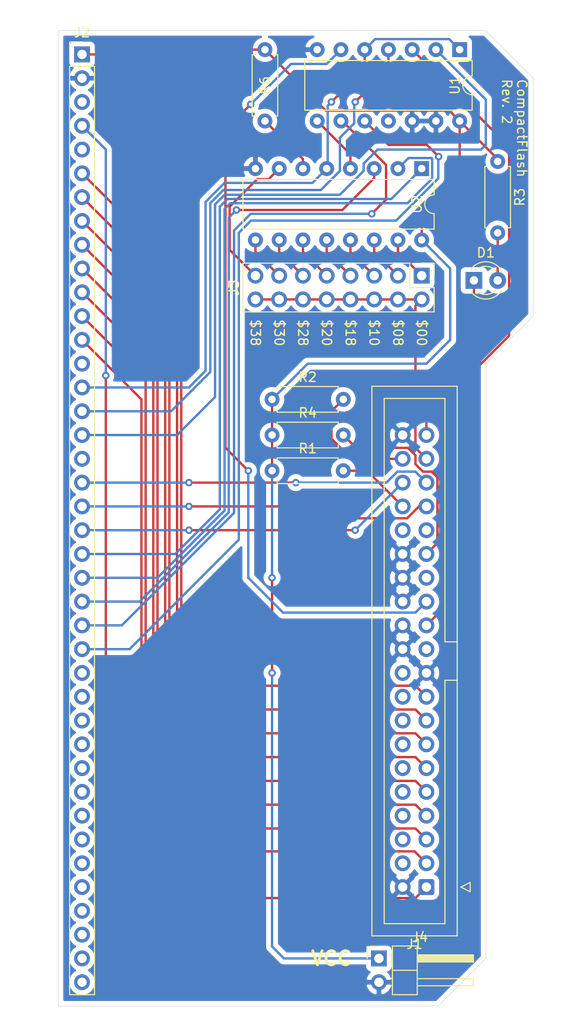
<source format=kicad_pcb>
(kicad_pcb (version 20171130) (host pcbnew 5.1.6-c6e7f7d~87~ubuntu18.04.1)

  (general
    (thickness 1.6)
    (drawings 26)
    (tracks 245)
    (zones 0)
    (modules 12)
    (nets 73)
  )

  (page A4)
  (layers
    (0 F.Cu signal)
    (31 B.Cu signal)
    (32 B.Adhes user)
    (33 F.Adhes user)
    (34 B.Paste user)
    (35 F.Paste user)
    (36 B.SilkS user)
    (37 F.SilkS user)
    (38 B.Mask user)
    (39 F.Mask user)
    (40 Dwgs.User user)
    (41 Cmts.User user)
    (42 Eco1.User user)
    (43 Eco2.User user)
    (44 Edge.Cuts user)
    (45 Margin user)
    (46 B.CrtYd user)
    (47 F.CrtYd user)
    (48 B.Fab user)
    (49 F.Fab user)
  )

  (setup
    (last_trace_width 0.25)
    (trace_clearance 0.2)
    (zone_clearance 0.508)
    (zone_45_only no)
    (trace_min 0.2)
    (via_size 0.8)
    (via_drill 0.4)
    (via_min_size 0.4)
    (via_min_drill 0.3)
    (uvia_size 0.3)
    (uvia_drill 0.1)
    (uvias_allowed no)
    (uvia_min_size 0.2)
    (uvia_min_drill 0.1)
    (edge_width 0.05)
    (segment_width 0.2)
    (pcb_text_width 0.3)
    (pcb_text_size 1.5 1.5)
    (mod_edge_width 0.12)
    (mod_text_size 1 1)
    (mod_text_width 0.15)
    (pad_size 1.524 1.524)
    (pad_drill 0.762)
    (pad_to_mask_clearance 0.05)
    (aux_axis_origin 0 0)
    (visible_elements FFFFFF7F)
    (pcbplotparams
      (layerselection 0x010fc_ffffffff)
      (usegerberextensions false)
      (usegerberattributes true)
      (usegerberadvancedattributes true)
      (creategerberjobfile true)
      (excludeedgelayer true)
      (linewidth 0.100000)
      (plotframeref false)
      (viasonmask false)
      (mode 1)
      (useauxorigin false)
      (hpglpennumber 1)
      (hpglpenspeed 20)
      (hpglpendiameter 15.000000)
      (psnegative false)
      (psa4output false)
      (plotreference true)
      (plotvalue true)
      (plotinvisibletext false)
      (padsonsilk false)
      (subtractmaskfromsilk false)
      (outputformat 1)
      (mirror false)
      (drillshape 0)
      (scaleselection 1)
      (outputdirectory ""))
  )

  (net 0 "")
  (net 1 "Net-(J1-Pad32)")
  (net 2 "Net-(J1-Pad31)")
  (net 3 "Net-(J1-Pad29)")
  (net 4 "Net-(J1-Pad27)")
  (net 5 "Net-(D1-Pad2)")
  (net 6 "Net-(D1-Pad1)")
  (net 7 GND)
  (net 8 D2)
  (net 9 D1)
  (net 10 D0)
  (net 11 A0)
  (net 12 A1)
  (net 13 A2)
  (net 14 RESET)
  (net 15 +5V)
  (net 16 IOWR)
  (net 17 IORD)
  (net 18 D7)
  (net 19 D6)
  (net 20 D5)
  (net 21 D4)
  (net 22 D3)
  (net 23 "Net-(J2-Pad40)")
  (net 24 "Net-(J2-Pad39)")
  (net 25 "Net-(J2-Pad38)")
  (net 26 "Net-(J2-Pad37)")
  (net 27 "Net-(J2-Pad36)")
  (net 28 "Net-(J2-Pad35)")
  (net 29 "Net-(J2-Pad34)")
  (net 30 "Net-(J2-Pad33)")
  (net 31 "Net-(J2-Pad32)")
  (net 32 "Net-(J2-Pad31)")
  (net 33 "Net-(J2-Pad30)")
  (net 34 "Net-(J2-Pad29)")
  (net 35 "Net-(J2-Pad28)")
  (net 36 "Net-(J2-Pad27)")
  (net 37 A7)
  (net 38 A6)
  (net 39 A5)
  (net 40 A4)
  (net 41 A3)
  (net 42 "Net-(J2-Pad17)")
  (net 43 "Net-(J2-Pad16)")
  (net 44 "Net-(J2-Pad15)")
  (net 45 "Net-(J2-Pad14)")
  (net 46 "Net-(J2-Pad5)")
  (net 47 "Net-(J2-Pad3)")
  (net 48 "Net-(J3-Pad15)")
  (net 49 "Net-(J3-Pad13)")
  (net 50 "Net-(J3-Pad11)")
  (net 51 "Net-(J3-Pad9)")
  (net 52 "Net-(J3-Pad7)")
  (net 53 "Net-(J3-Pad5)")
  (net 54 "Net-(J3-Pad3)")
  (net 55 "Net-(J3-Pad1)")
  (net 56 "Net-(U1-Pad11)")
  (net 57 "Net-(U1-Pad8)")
  (net 58 "Net-(J2-Pad18)")
  (net 59 "Net-(R6-Pad2)")
  (net 60 "Net-(J1-Pad38)")
  (net 61 "Net-(J1-Pad34)")
  (net 62 "Net-(J1-Pad20)")
  (net 63 "Net-(J1-Pad18)")
  (net 64 "Net-(J1-Pad16)")
  (net 65 "Net-(J1-Pad14)")
  (net 66 "Net-(J1-Pad12)")
  (net 67 "Net-(J1-Pad10)")
  (net 68 "Net-(J1-Pad8)")
  (net 69 "Net-(J1-Pad6)")
  (net 70 "Net-(J1-Pad4)")
  (net 71 CS0)
  (net 72 "Net-(J1-Pad21)")

  (net_class Default "This is the default net class."
    (clearance 0.2)
    (trace_width 0.25)
    (via_dia 0.8)
    (via_drill 0.4)
    (uvia_dia 0.3)
    (uvia_drill 0.1)
    (add_net +5V)
    (add_net A0)
    (add_net A1)
    (add_net A2)
    (add_net A3)
    (add_net A4)
    (add_net A5)
    (add_net A6)
    (add_net A7)
    (add_net CS0)
    (add_net D0)
    (add_net D1)
    (add_net D2)
    (add_net D3)
    (add_net D4)
    (add_net D5)
    (add_net D6)
    (add_net D7)
    (add_net GND)
    (add_net IORD)
    (add_net IOWR)
    (add_net "Net-(D1-Pad1)")
    (add_net "Net-(D1-Pad2)")
    (add_net "Net-(J1-Pad10)")
    (add_net "Net-(J1-Pad12)")
    (add_net "Net-(J1-Pad14)")
    (add_net "Net-(J1-Pad16)")
    (add_net "Net-(J1-Pad18)")
    (add_net "Net-(J1-Pad20)")
    (add_net "Net-(J1-Pad21)")
    (add_net "Net-(J1-Pad27)")
    (add_net "Net-(J1-Pad29)")
    (add_net "Net-(J1-Pad31)")
    (add_net "Net-(J1-Pad32)")
    (add_net "Net-(J1-Pad34)")
    (add_net "Net-(J1-Pad38)")
    (add_net "Net-(J1-Pad4)")
    (add_net "Net-(J1-Pad6)")
    (add_net "Net-(J1-Pad8)")
    (add_net "Net-(J2-Pad14)")
    (add_net "Net-(J2-Pad15)")
    (add_net "Net-(J2-Pad16)")
    (add_net "Net-(J2-Pad17)")
    (add_net "Net-(J2-Pad18)")
    (add_net "Net-(J2-Pad27)")
    (add_net "Net-(J2-Pad28)")
    (add_net "Net-(J2-Pad29)")
    (add_net "Net-(J2-Pad3)")
    (add_net "Net-(J2-Pad30)")
    (add_net "Net-(J2-Pad31)")
    (add_net "Net-(J2-Pad32)")
    (add_net "Net-(J2-Pad33)")
    (add_net "Net-(J2-Pad34)")
    (add_net "Net-(J2-Pad35)")
    (add_net "Net-(J2-Pad36)")
    (add_net "Net-(J2-Pad37)")
    (add_net "Net-(J2-Pad38)")
    (add_net "Net-(J2-Pad39)")
    (add_net "Net-(J2-Pad40)")
    (add_net "Net-(J2-Pad5)")
    (add_net "Net-(J3-Pad1)")
    (add_net "Net-(J3-Pad11)")
    (add_net "Net-(J3-Pad13)")
    (add_net "Net-(J3-Pad15)")
    (add_net "Net-(J3-Pad3)")
    (add_net "Net-(J3-Pad5)")
    (add_net "Net-(J3-Pad7)")
    (add_net "Net-(J3-Pad9)")
    (add_net "Net-(R6-Pad2)")
    (add_net "Net-(U1-Pad11)")
    (add_net "Net-(U1-Pad8)")
    (add_net RESET)
  )

  (module Connector_PinHeader_2.54mm:PinHeader_1x02_P2.54mm_Horizontal (layer F.Cu) (tedit 59FED5CB) (tstamp 5F81BBED)
    (at 116.84 133.35)
    (descr "Through hole angled pin header, 1x02, 2.54mm pitch, 6mm pin length, single row")
    (tags "Through hole angled pin header THT 1x02 2.54mm single row")
    (path /5FA1ACE0)
    (fp_text reference J4 (at 4.385 -2.27) (layer F.SilkS)
      (effects (font (size 1 1) (thickness 0.15)))
    )
    (fp_text value Conn_01x02_Male (at 4.385 4.81) (layer F.Fab)
      (effects (font (size 1 1) (thickness 0.15)))
    )
    (fp_text user %R (at 2.77 1.27 90) (layer F.Fab)
      (effects (font (size 1 1) (thickness 0.15)))
    )
    (fp_line (start 2.135 -1.27) (end 4.04 -1.27) (layer F.Fab) (width 0.1))
    (fp_line (start 4.04 -1.27) (end 4.04 3.81) (layer F.Fab) (width 0.1))
    (fp_line (start 4.04 3.81) (end 1.5 3.81) (layer F.Fab) (width 0.1))
    (fp_line (start 1.5 3.81) (end 1.5 -0.635) (layer F.Fab) (width 0.1))
    (fp_line (start 1.5 -0.635) (end 2.135 -1.27) (layer F.Fab) (width 0.1))
    (fp_line (start -0.32 -0.32) (end 1.5 -0.32) (layer F.Fab) (width 0.1))
    (fp_line (start -0.32 -0.32) (end -0.32 0.32) (layer F.Fab) (width 0.1))
    (fp_line (start -0.32 0.32) (end 1.5 0.32) (layer F.Fab) (width 0.1))
    (fp_line (start 4.04 -0.32) (end 10.04 -0.32) (layer F.Fab) (width 0.1))
    (fp_line (start 10.04 -0.32) (end 10.04 0.32) (layer F.Fab) (width 0.1))
    (fp_line (start 4.04 0.32) (end 10.04 0.32) (layer F.Fab) (width 0.1))
    (fp_line (start -0.32 2.22) (end 1.5 2.22) (layer F.Fab) (width 0.1))
    (fp_line (start -0.32 2.22) (end -0.32 2.86) (layer F.Fab) (width 0.1))
    (fp_line (start -0.32 2.86) (end 1.5 2.86) (layer F.Fab) (width 0.1))
    (fp_line (start 4.04 2.22) (end 10.04 2.22) (layer F.Fab) (width 0.1))
    (fp_line (start 10.04 2.22) (end 10.04 2.86) (layer F.Fab) (width 0.1))
    (fp_line (start 4.04 2.86) (end 10.04 2.86) (layer F.Fab) (width 0.1))
    (fp_line (start 1.44 -1.33) (end 1.44 3.87) (layer F.SilkS) (width 0.12))
    (fp_line (start 1.44 3.87) (end 4.1 3.87) (layer F.SilkS) (width 0.12))
    (fp_line (start 4.1 3.87) (end 4.1 -1.33) (layer F.SilkS) (width 0.12))
    (fp_line (start 4.1 -1.33) (end 1.44 -1.33) (layer F.SilkS) (width 0.12))
    (fp_line (start 4.1 -0.38) (end 10.1 -0.38) (layer F.SilkS) (width 0.12))
    (fp_line (start 10.1 -0.38) (end 10.1 0.38) (layer F.SilkS) (width 0.12))
    (fp_line (start 10.1 0.38) (end 4.1 0.38) (layer F.SilkS) (width 0.12))
    (fp_line (start 4.1 -0.32) (end 10.1 -0.32) (layer F.SilkS) (width 0.12))
    (fp_line (start 4.1 -0.2) (end 10.1 -0.2) (layer F.SilkS) (width 0.12))
    (fp_line (start 4.1 -0.08) (end 10.1 -0.08) (layer F.SilkS) (width 0.12))
    (fp_line (start 4.1 0.04) (end 10.1 0.04) (layer F.SilkS) (width 0.12))
    (fp_line (start 4.1 0.16) (end 10.1 0.16) (layer F.SilkS) (width 0.12))
    (fp_line (start 4.1 0.28) (end 10.1 0.28) (layer F.SilkS) (width 0.12))
    (fp_line (start 1.11 -0.38) (end 1.44 -0.38) (layer F.SilkS) (width 0.12))
    (fp_line (start 1.11 0.38) (end 1.44 0.38) (layer F.SilkS) (width 0.12))
    (fp_line (start 1.44 1.27) (end 4.1 1.27) (layer F.SilkS) (width 0.12))
    (fp_line (start 4.1 2.16) (end 10.1 2.16) (layer F.SilkS) (width 0.12))
    (fp_line (start 10.1 2.16) (end 10.1 2.92) (layer F.SilkS) (width 0.12))
    (fp_line (start 10.1 2.92) (end 4.1 2.92) (layer F.SilkS) (width 0.12))
    (fp_line (start 1.042929 2.16) (end 1.44 2.16) (layer F.SilkS) (width 0.12))
    (fp_line (start 1.042929 2.92) (end 1.44 2.92) (layer F.SilkS) (width 0.12))
    (fp_line (start -1.27 0) (end -1.27 -1.27) (layer F.SilkS) (width 0.12))
    (fp_line (start -1.27 -1.27) (end 0 -1.27) (layer F.SilkS) (width 0.12))
    (fp_line (start -1.8 -1.8) (end -1.8 4.35) (layer F.CrtYd) (width 0.05))
    (fp_line (start -1.8 4.35) (end 10.55 4.35) (layer F.CrtYd) (width 0.05))
    (fp_line (start 10.55 4.35) (end 10.55 -1.8) (layer F.CrtYd) (width 0.05))
    (fp_line (start 10.55 -1.8) (end -1.8 -1.8) (layer F.CrtYd) (width 0.05))
    (pad 2 thru_hole oval (at 0 2.54) (size 1.7 1.7) (drill 1) (layers *.Cu *.Mask)
      (net 7 GND))
    (pad 1 thru_hole rect (at 0 0) (size 1.7 1.7) (drill 1) (layers *.Cu *.Mask)
      (net 15 +5V))
    (model ${KISYS3DMOD}/Connector_PinHeader_2.54mm.3dshapes/PinHeader_1x02_P2.54mm_Horizontal.wrl
      (at (xyz 0 0 0))
      (scale (xyz 1 1 1))
      (rotate (xyz 0 0 0))
    )
  )

  (module Resistor_THT:R_Axial_DIN0207_L6.3mm_D2.5mm_P7.62mm_Horizontal (layer F.Cu) (tedit 5AE5139B) (tstamp 5F8192A5)
    (at 105.41 77.47)
    (descr "Resistor, Axial_DIN0207 series, Axial, Horizontal, pin pitch=7.62mm, 0.25W = 1/4W, length*diameter=6.3*2.5mm^2, http://cdn-reichelt.de/documents/datenblatt/B400/1_4W%23YAG.pdf")
    (tags "Resistor Axial_DIN0207 series Axial Horizontal pin pitch 7.62mm 0.25W = 1/4W length 6.3mm diameter 2.5mm")
    (path /5F91C2CA)
    (fp_text reference R4 (at 3.81 -2.37) (layer F.SilkS)
      (effects (font (size 1 1) (thickness 0.15)))
    )
    (fp_text value 10k (at 3.81 2.37) (layer F.Fab)
      (effects (font (size 1 1) (thickness 0.15)))
    )
    (fp_text user %R (at 3.81 0) (layer F.Fab)
      (effects (font (size 1 1) (thickness 0.15)))
    )
    (fp_line (start 0.66 -1.25) (end 0.66 1.25) (layer F.Fab) (width 0.1))
    (fp_line (start 0.66 1.25) (end 6.96 1.25) (layer F.Fab) (width 0.1))
    (fp_line (start 6.96 1.25) (end 6.96 -1.25) (layer F.Fab) (width 0.1))
    (fp_line (start 6.96 -1.25) (end 0.66 -1.25) (layer F.Fab) (width 0.1))
    (fp_line (start 0 0) (end 0.66 0) (layer F.Fab) (width 0.1))
    (fp_line (start 7.62 0) (end 6.96 0) (layer F.Fab) (width 0.1))
    (fp_line (start 0.54 -1.04) (end 0.54 -1.37) (layer F.SilkS) (width 0.12))
    (fp_line (start 0.54 -1.37) (end 7.08 -1.37) (layer F.SilkS) (width 0.12))
    (fp_line (start 7.08 -1.37) (end 7.08 -1.04) (layer F.SilkS) (width 0.12))
    (fp_line (start 0.54 1.04) (end 0.54 1.37) (layer F.SilkS) (width 0.12))
    (fp_line (start 0.54 1.37) (end 7.08 1.37) (layer F.SilkS) (width 0.12))
    (fp_line (start 7.08 1.37) (end 7.08 1.04) (layer F.SilkS) (width 0.12))
    (fp_line (start -1.05 -1.5) (end -1.05 1.5) (layer F.CrtYd) (width 0.05))
    (fp_line (start -1.05 1.5) (end 8.67 1.5) (layer F.CrtYd) (width 0.05))
    (fp_line (start 8.67 1.5) (end 8.67 -1.5) (layer F.CrtYd) (width 0.05))
    (fp_line (start 8.67 -1.5) (end -1.05 -1.5) (layer F.CrtYd) (width 0.05))
    (pad 2 thru_hole oval (at 7.62 0) (size 1.6 1.6) (drill 0.8) (layers *.Cu *.Mask)
      (net 3 "Net-(J1-Pad29)"))
    (pad 1 thru_hole circle (at 0 0) (size 1.6 1.6) (drill 0.8) (layers *.Cu *.Mask)
      (net 15 +5V))
    (model ${KISYS3DMOD}/Resistor_THT.3dshapes/R_Axial_DIN0207_L6.3mm_D2.5mm_P7.62mm_Horizontal.wrl
      (at (xyz 0 0 0))
      (scale (xyz 1 1 1))
      (rotate (xyz 0 0 0))
    )
  )

  (module Resistor_THT:R_Axial_DIN0207_L6.3mm_D2.5mm_P7.62mm_Horizontal (layer F.Cu) (tedit 5AE5139B) (tstamp 5F81928E)
    (at 129.54 48.26 270)
    (descr "Resistor, Axial_DIN0207 series, Axial, Horizontal, pin pitch=7.62mm, 0.25W = 1/4W, length*diameter=6.3*2.5mm^2, http://cdn-reichelt.de/documents/datenblatt/B400/1_4W%23YAG.pdf")
    (tags "Resistor Axial_DIN0207 series Axial Horizontal pin pitch 7.62mm 0.25W = 1/4W length 6.3mm diameter 2.5mm")
    (path /5F99DC93)
    (fp_text reference R3 (at 3.81 -2.37 90) (layer F.SilkS)
      (effects (font (size 1 1) (thickness 0.15)))
    )
    (fp_text value 470 (at 3.81 2.37 90) (layer F.Fab)
      (effects (font (size 1 1) (thickness 0.15)))
    )
    (fp_text user %R (at 3.81 0 270) (layer F.Fab)
      (effects (font (size 1 1) (thickness 0.15)))
    )
    (fp_line (start 0.66 -1.25) (end 0.66 1.25) (layer F.Fab) (width 0.1))
    (fp_line (start 0.66 1.25) (end 6.96 1.25) (layer F.Fab) (width 0.1))
    (fp_line (start 6.96 1.25) (end 6.96 -1.25) (layer F.Fab) (width 0.1))
    (fp_line (start 6.96 -1.25) (end 0.66 -1.25) (layer F.Fab) (width 0.1))
    (fp_line (start 0 0) (end 0.66 0) (layer F.Fab) (width 0.1))
    (fp_line (start 7.62 0) (end 6.96 0) (layer F.Fab) (width 0.1))
    (fp_line (start 0.54 -1.04) (end 0.54 -1.37) (layer F.SilkS) (width 0.12))
    (fp_line (start 0.54 -1.37) (end 7.08 -1.37) (layer F.SilkS) (width 0.12))
    (fp_line (start 7.08 -1.37) (end 7.08 -1.04) (layer F.SilkS) (width 0.12))
    (fp_line (start 0.54 1.04) (end 0.54 1.37) (layer F.SilkS) (width 0.12))
    (fp_line (start 0.54 1.37) (end 7.08 1.37) (layer F.SilkS) (width 0.12))
    (fp_line (start 7.08 1.37) (end 7.08 1.04) (layer F.SilkS) (width 0.12))
    (fp_line (start -1.05 -1.5) (end -1.05 1.5) (layer F.CrtYd) (width 0.05))
    (fp_line (start -1.05 1.5) (end 8.67 1.5) (layer F.CrtYd) (width 0.05))
    (fp_line (start 8.67 1.5) (end 8.67 -1.5) (layer F.CrtYd) (width 0.05))
    (fp_line (start 8.67 -1.5) (end -1.05 -1.5) (layer F.CrtYd) (width 0.05))
    (pad 2 thru_hole oval (at 7.62 0 270) (size 1.6 1.6) (drill 0.8) (layers *.Cu *.Mask)
      (net 5 "Net-(D1-Pad2)"))
    (pad 1 thru_hole circle (at 0 0 270) (size 1.6 1.6) (drill 0.8) (layers *.Cu *.Mask)
      (net 15 +5V))
    (model ${KISYS3DMOD}/Resistor_THT.3dshapes/R_Axial_DIN0207_L6.3mm_D2.5mm_P7.62mm_Horizontal.wrl
      (at (xyz 0 0 0))
      (scale (xyz 1 1 1))
      (rotate (xyz 0 0 0))
    )
  )

  (module Resistor_THT:R_Axial_DIN0207_L6.3mm_D2.5mm_P7.62mm_Horizontal (layer F.Cu) (tedit 5AE5139B) (tstamp 5F819277)
    (at 105.41 73.66)
    (descr "Resistor, Axial_DIN0207 series, Axial, Horizontal, pin pitch=7.62mm, 0.25W = 1/4W, length*diameter=6.3*2.5mm^2, http://cdn-reichelt.de/documents/datenblatt/B400/1_4W%23YAG.pdf")
    (tags "Resistor Axial_DIN0207 series Axial Horizontal pin pitch 7.62mm 0.25W = 1/4W length 6.3mm diameter 2.5mm")
    (path /5F91A8F1)
    (fp_text reference R2 (at 3.81 -2.37) (layer F.SilkS)
      (effects (font (size 1 1) (thickness 0.15)))
    )
    (fp_text value 10k (at 3.81 2.37) (layer F.Fab)
      (effects (font (size 1 1) (thickness 0.15)))
    )
    (fp_text user %R (at 3.81 0) (layer F.Fab)
      (effects (font (size 1 1) (thickness 0.15)))
    )
    (fp_line (start 0.66 -1.25) (end 0.66 1.25) (layer F.Fab) (width 0.1))
    (fp_line (start 0.66 1.25) (end 6.96 1.25) (layer F.Fab) (width 0.1))
    (fp_line (start 6.96 1.25) (end 6.96 -1.25) (layer F.Fab) (width 0.1))
    (fp_line (start 6.96 -1.25) (end 0.66 -1.25) (layer F.Fab) (width 0.1))
    (fp_line (start 0 0) (end 0.66 0) (layer F.Fab) (width 0.1))
    (fp_line (start 7.62 0) (end 6.96 0) (layer F.Fab) (width 0.1))
    (fp_line (start 0.54 -1.04) (end 0.54 -1.37) (layer F.SilkS) (width 0.12))
    (fp_line (start 0.54 -1.37) (end 7.08 -1.37) (layer F.SilkS) (width 0.12))
    (fp_line (start 7.08 -1.37) (end 7.08 -1.04) (layer F.SilkS) (width 0.12))
    (fp_line (start 0.54 1.04) (end 0.54 1.37) (layer F.SilkS) (width 0.12))
    (fp_line (start 0.54 1.37) (end 7.08 1.37) (layer F.SilkS) (width 0.12))
    (fp_line (start 7.08 1.37) (end 7.08 1.04) (layer F.SilkS) (width 0.12))
    (fp_line (start -1.05 -1.5) (end -1.05 1.5) (layer F.CrtYd) (width 0.05))
    (fp_line (start -1.05 1.5) (end 8.67 1.5) (layer F.CrtYd) (width 0.05))
    (fp_line (start 8.67 1.5) (end 8.67 -1.5) (layer F.CrtYd) (width 0.05))
    (fp_line (start 8.67 -1.5) (end -1.05 -1.5) (layer F.CrtYd) (width 0.05))
    (pad 2 thru_hole oval (at 7.62 0) (size 1.6 1.6) (drill 0.8) (layers *.Cu *.Mask)
      (net 60 "Net-(J1-Pad38)"))
    (pad 1 thru_hole circle (at 0 0) (size 1.6 1.6) (drill 0.8) (layers *.Cu *.Mask)
      (net 15 +5V))
    (model ${KISYS3DMOD}/Resistor_THT.3dshapes/R_Axial_DIN0207_L6.3mm_D2.5mm_P7.62mm_Horizontal.wrl
      (at (xyz 0 0 0))
      (scale (xyz 1 1 1))
      (rotate (xyz 0 0 0))
    )
  )

  (module Resistor_THT:R_Axial_DIN0207_L6.3mm_D2.5mm_P7.62mm_Horizontal (layer F.Cu) (tedit 5AE5139B) (tstamp 5F819260)
    (at 105.41 81.28)
    (descr "Resistor, Axial_DIN0207 series, Axial, Horizontal, pin pitch=7.62mm, 0.25W = 1/4W, length*diameter=6.3*2.5mm^2, http://cdn-reichelt.de/documents/datenblatt/B400/1_4W%23YAG.pdf")
    (tags "Resistor Axial_DIN0207 series Axial Horizontal pin pitch 7.62mm 0.25W = 1/4W length 6.3mm diameter 2.5mm")
    (path /5F91B748)
    (fp_text reference R1 (at 3.81 -2.37) (layer F.SilkS)
      (effects (font (size 1 1) (thickness 0.15)))
    )
    (fp_text value 10k (at 3.81 2.37) (layer F.Fab)
      (effects (font (size 1 1) (thickness 0.15)))
    )
    (fp_text user %R (at 3.81 0) (layer F.Fab)
      (effects (font (size 1 1) (thickness 0.15)))
    )
    (fp_line (start 0.66 -1.25) (end 0.66 1.25) (layer F.Fab) (width 0.1))
    (fp_line (start 0.66 1.25) (end 6.96 1.25) (layer F.Fab) (width 0.1))
    (fp_line (start 6.96 1.25) (end 6.96 -1.25) (layer F.Fab) (width 0.1))
    (fp_line (start 6.96 -1.25) (end 0.66 -1.25) (layer F.Fab) (width 0.1))
    (fp_line (start 0 0) (end 0.66 0) (layer F.Fab) (width 0.1))
    (fp_line (start 7.62 0) (end 6.96 0) (layer F.Fab) (width 0.1))
    (fp_line (start 0.54 -1.04) (end 0.54 -1.37) (layer F.SilkS) (width 0.12))
    (fp_line (start 0.54 -1.37) (end 7.08 -1.37) (layer F.SilkS) (width 0.12))
    (fp_line (start 7.08 -1.37) (end 7.08 -1.04) (layer F.SilkS) (width 0.12))
    (fp_line (start 0.54 1.04) (end 0.54 1.37) (layer F.SilkS) (width 0.12))
    (fp_line (start 0.54 1.37) (end 7.08 1.37) (layer F.SilkS) (width 0.12))
    (fp_line (start 7.08 1.37) (end 7.08 1.04) (layer F.SilkS) (width 0.12))
    (fp_line (start -1.05 -1.5) (end -1.05 1.5) (layer F.CrtYd) (width 0.05))
    (fp_line (start -1.05 1.5) (end 8.67 1.5) (layer F.CrtYd) (width 0.05))
    (fp_line (start 8.67 1.5) (end 8.67 -1.5) (layer F.CrtYd) (width 0.05))
    (fp_line (start 8.67 -1.5) (end -1.05 -1.5) (layer F.CrtYd) (width 0.05))
    (pad 2 thru_hole oval (at 7.62 0) (size 1.6 1.6) (drill 0.8) (layers *.Cu *.Mask)
      (net 61 "Net-(J1-Pad34)"))
    (pad 1 thru_hole circle (at 0 0) (size 1.6 1.6) (drill 0.8) (layers *.Cu *.Mask)
      (net 15 +5V))
    (model ${KISYS3DMOD}/Resistor_THT.3dshapes/R_Axial_DIN0207_L6.3mm_D2.5mm_P7.62mm_Horizontal.wrl
      (at (xyz 0 0 0))
      (scale (xyz 1 1 1))
      (rotate (xyz 0 0 0))
    )
  )

  (module Connector_IDC:IDC-Header_2x20_P2.54mm_Vertical (layer F.Cu) (tedit 5EAC9A07) (tstamp 5F819189)
    (at 121.92 125.73 180)
    (descr "Through hole IDC box header, 2x20, 2.54mm pitch, DIN 41651 / IEC 60603-13, double rows, https://docs.google.com/spreadsheets/d/16SsEcesNF15N3Lb4niX7dcUr-NY5_MFPQhobNuNppn4/edit#gid=0")
    (tags "Through hole vertical IDC box header THT 2x20 2.54mm double row")
    (path /5F825130)
    (fp_text reference J1 (at 1.27 -6.1) (layer F.SilkS)
      (effects (font (size 1 1) (thickness 0.15)))
    )
    (fp_text value Conn_02x20_Odd_Even (at 1.27 54.36) (layer F.Fab)
      (effects (font (size 1 1) (thickness 0.15)))
    )
    (fp_text user %R (at 1.27 24.13 90) (layer F.Fab)
      (effects (font (size 1 1) (thickness 0.15)))
    )
    (fp_line (start -3.18 -4.1) (end -2.18 -5.1) (layer F.Fab) (width 0.1))
    (fp_line (start -2.18 -5.1) (end 5.72 -5.1) (layer F.Fab) (width 0.1))
    (fp_line (start 5.72 -5.1) (end 5.72 53.36) (layer F.Fab) (width 0.1))
    (fp_line (start 5.72 53.36) (end -3.18 53.36) (layer F.Fab) (width 0.1))
    (fp_line (start -3.18 53.36) (end -3.18 -4.1) (layer F.Fab) (width 0.1))
    (fp_line (start -3.18 22.08) (end -1.98 22.08) (layer F.Fab) (width 0.1))
    (fp_line (start -1.98 22.08) (end -1.98 -3.91) (layer F.Fab) (width 0.1))
    (fp_line (start -1.98 -3.91) (end 4.52 -3.91) (layer F.Fab) (width 0.1))
    (fp_line (start 4.52 -3.91) (end 4.52 52.17) (layer F.Fab) (width 0.1))
    (fp_line (start 4.52 52.17) (end -1.98 52.17) (layer F.Fab) (width 0.1))
    (fp_line (start -1.98 52.17) (end -1.98 26.18) (layer F.Fab) (width 0.1))
    (fp_line (start -1.98 26.18) (end -1.98 26.18) (layer F.Fab) (width 0.1))
    (fp_line (start -1.98 26.18) (end -3.18 26.18) (layer F.Fab) (width 0.1))
    (fp_line (start -3.29 -5.21) (end 5.83 -5.21) (layer F.SilkS) (width 0.12))
    (fp_line (start 5.83 -5.21) (end 5.83 53.47) (layer F.SilkS) (width 0.12))
    (fp_line (start 5.83 53.47) (end -3.29 53.47) (layer F.SilkS) (width 0.12))
    (fp_line (start -3.29 53.47) (end -3.29 -5.21) (layer F.SilkS) (width 0.12))
    (fp_line (start -3.29 22.08) (end -1.98 22.08) (layer F.SilkS) (width 0.12))
    (fp_line (start -1.98 22.08) (end -1.98 -3.91) (layer F.SilkS) (width 0.12))
    (fp_line (start -1.98 -3.91) (end 4.52 -3.91) (layer F.SilkS) (width 0.12))
    (fp_line (start 4.52 -3.91) (end 4.52 52.17) (layer F.SilkS) (width 0.12))
    (fp_line (start 4.52 52.17) (end -1.98 52.17) (layer F.SilkS) (width 0.12))
    (fp_line (start -1.98 52.17) (end -1.98 26.18) (layer F.SilkS) (width 0.12))
    (fp_line (start -1.98 26.18) (end -1.98 26.18) (layer F.SilkS) (width 0.12))
    (fp_line (start -1.98 26.18) (end -3.29 26.18) (layer F.SilkS) (width 0.12))
    (fp_line (start -3.68 0) (end -4.68 -0.5) (layer F.SilkS) (width 0.12))
    (fp_line (start -4.68 -0.5) (end -4.68 0.5) (layer F.SilkS) (width 0.12))
    (fp_line (start -4.68 0.5) (end -3.68 0) (layer F.SilkS) (width 0.12))
    (fp_line (start -3.68 -5.6) (end -3.68 53.86) (layer F.CrtYd) (width 0.05))
    (fp_line (start -3.68 53.86) (end 6.22 53.86) (layer F.CrtYd) (width 0.05))
    (fp_line (start 6.22 53.86) (end 6.22 -5.6) (layer F.CrtYd) (width 0.05))
    (fp_line (start 6.22 -5.6) (end -3.68 -5.6) (layer F.CrtYd) (width 0.05))
    (pad 40 thru_hole circle (at 2.54 48.26 180) (size 1.7 1.7) (drill 1) (layers *.Cu *.Mask)
      (net 7 GND))
    (pad 38 thru_hole circle (at 2.54 45.72 180) (size 1.7 1.7) (drill 1) (layers *.Cu *.Mask)
      (net 60 "Net-(J1-Pad38)"))
    (pad 36 thru_hole circle (at 2.54 43.18 180) (size 1.7 1.7) (drill 1) (layers *.Cu *.Mask)
      (net 13 A2))
    (pad 34 thru_hole circle (at 2.54 40.64 180) (size 1.7 1.7) (drill 1) (layers *.Cu *.Mask)
      (net 61 "Net-(J1-Pad34)"))
    (pad 32 thru_hole circle (at 2.54 38.1 180) (size 1.7 1.7) (drill 1) (layers *.Cu *.Mask)
      (net 1 "Net-(J1-Pad32)"))
    (pad 30 thru_hole circle (at 2.54 35.56 180) (size 1.7 1.7) (drill 1) (layers *.Cu *.Mask)
      (net 7 GND))
    (pad 28 thru_hole circle (at 2.54 33.02 180) (size 1.7 1.7) (drill 1) (layers *.Cu *.Mask)
      (net 7 GND))
    (pad 26 thru_hole circle (at 2.54 30.48 180) (size 1.7 1.7) (drill 1) (layers *.Cu *.Mask)
      (net 7 GND))
    (pad 24 thru_hole circle (at 2.54 27.94 180) (size 1.7 1.7) (drill 1) (layers *.Cu *.Mask)
      (net 7 GND))
    (pad 22 thru_hole circle (at 2.54 25.4 180) (size 1.7 1.7) (drill 1) (layers *.Cu *.Mask)
      (net 7 GND))
    (pad 20 thru_hole circle (at 2.54 22.86 180) (size 1.7 1.7) (drill 1) (layers *.Cu *.Mask)
      (net 62 "Net-(J1-Pad20)"))
    (pad 18 thru_hole circle (at 2.54 20.32 180) (size 1.7 1.7) (drill 1) (layers *.Cu *.Mask)
      (net 63 "Net-(J1-Pad18)"))
    (pad 16 thru_hole circle (at 2.54 17.78 180) (size 1.7 1.7) (drill 1) (layers *.Cu *.Mask)
      (net 64 "Net-(J1-Pad16)"))
    (pad 14 thru_hole circle (at 2.54 15.24 180) (size 1.7 1.7) (drill 1) (layers *.Cu *.Mask)
      (net 65 "Net-(J1-Pad14)"))
    (pad 12 thru_hole circle (at 2.54 12.7 180) (size 1.7 1.7) (drill 1) (layers *.Cu *.Mask)
      (net 66 "Net-(J1-Pad12)"))
    (pad 10 thru_hole circle (at 2.54 10.16 180) (size 1.7 1.7) (drill 1) (layers *.Cu *.Mask)
      (net 67 "Net-(J1-Pad10)"))
    (pad 8 thru_hole circle (at 2.54 7.62 180) (size 1.7 1.7) (drill 1) (layers *.Cu *.Mask)
      (net 68 "Net-(J1-Pad8)"))
    (pad 6 thru_hole circle (at 2.54 5.08 180) (size 1.7 1.7) (drill 1) (layers *.Cu *.Mask)
      (net 69 "Net-(J1-Pad6)"))
    (pad 4 thru_hole circle (at 2.54 2.54 180) (size 1.7 1.7) (drill 1) (layers *.Cu *.Mask)
      (net 70 "Net-(J1-Pad4)"))
    (pad 2 thru_hole circle (at 2.54 0 180) (size 1.7 1.7) (drill 1) (layers *.Cu *.Mask)
      (net 7 GND))
    (pad 39 thru_hole circle (at 0 48.26 180) (size 1.7 1.7) (drill 1) (layers *.Cu *.Mask)
      (net 6 "Net-(D1-Pad1)"))
    (pad 37 thru_hole circle (at 0 45.72 180) (size 1.7 1.7) (drill 1) (layers *.Cu *.Mask)
      (net 71 CS0))
    (pad 35 thru_hole circle (at 0 43.18 180) (size 1.7 1.7) (drill 1) (layers *.Cu *.Mask)
      (net 11 A0))
    (pad 33 thru_hole circle (at 0 40.64 180) (size 1.7 1.7) (drill 1) (layers *.Cu *.Mask)
      (net 12 A1))
    (pad 31 thru_hole circle (at 0 38.1 180) (size 1.7 1.7) (drill 1) (layers *.Cu *.Mask)
      (net 2 "Net-(J1-Pad31)"))
    (pad 29 thru_hole circle (at 0 35.56 180) (size 1.7 1.7) (drill 1) (layers *.Cu *.Mask)
      (net 3 "Net-(J1-Pad29)"))
    (pad 27 thru_hole circle (at 0 33.02 180) (size 1.7 1.7) (drill 1) (layers *.Cu *.Mask)
      (net 4 "Net-(J1-Pad27)"))
    (pad 25 thru_hole circle (at 0 30.48 180) (size 1.7 1.7) (drill 1) (layers *.Cu *.Mask)
      (net 17 IORD))
    (pad 23 thru_hole circle (at 0 27.94 180) (size 1.7 1.7) (drill 1) (layers *.Cu *.Mask)
      (net 16 IOWR))
    (pad 21 thru_hole circle (at 0 25.4 180) (size 1.7 1.7) (drill 1) (layers *.Cu *.Mask)
      (net 72 "Net-(J1-Pad21)"))
    (pad 19 thru_hole circle (at 0 22.86 180) (size 1.7 1.7) (drill 1) (layers *.Cu *.Mask)
      (net 7 GND))
    (pad 17 thru_hole circle (at 0 20.32 180) (size 1.7 1.7) (drill 1) (layers *.Cu *.Mask)
      (net 10 D0))
    (pad 15 thru_hole circle (at 0 17.78 180) (size 1.7 1.7) (drill 1) (layers *.Cu *.Mask)
      (net 9 D1))
    (pad 13 thru_hole circle (at 0 15.24 180) (size 1.7 1.7) (drill 1) (layers *.Cu *.Mask)
      (net 8 D2))
    (pad 11 thru_hole circle (at 0 12.7 180) (size 1.7 1.7) (drill 1) (layers *.Cu *.Mask)
      (net 22 D3))
    (pad 9 thru_hole circle (at 0 10.16 180) (size 1.7 1.7) (drill 1) (layers *.Cu *.Mask)
      (net 21 D4))
    (pad 7 thru_hole circle (at 0 7.62 180) (size 1.7 1.7) (drill 1) (layers *.Cu *.Mask)
      (net 20 D5))
    (pad 5 thru_hole circle (at 0 5.08 180) (size 1.7 1.7) (drill 1) (layers *.Cu *.Mask)
      (net 19 D6))
    (pad 3 thru_hole circle (at 0 2.54 180) (size 1.7 1.7) (drill 1) (layers *.Cu *.Mask)
      (net 18 D7))
    (pad 1 thru_hole roundrect (at 0 0 180) (size 1.7 1.7) (drill 1) (layers *.Cu *.Mask) (roundrect_rratio 0.147059)
      (net 14 RESET))
    (model ${KISYS3DMOD}/Connector_IDC.3dshapes/IDC-Header_2x20_P2.54mm_Vertical.wrl
      (at (xyz 0 0 0))
      (scale (xyz 1 1 1))
      (rotate (xyz 0 0 0))
    )
  )

  (module LED_THT:LED_D3.0mm (layer F.Cu) (tedit 587A3A7B) (tstamp 5F81913C)
    (at 127 60.96)
    (descr "LED, diameter 3.0mm, 2 pins")
    (tags "LED diameter 3.0mm 2 pins")
    (path /5F99A771)
    (fp_text reference D1 (at 1.27 -2.96) (layer F.SilkS)
      (effects (font (size 1 1) (thickness 0.15)))
    )
    (fp_text value LED_YEL (at 1.27 2.96) (layer F.Fab)
      (effects (font (size 1 1) (thickness 0.15)))
    )
    (fp_arc (start 1.27 0) (end 0.229039 1.08) (angle -87.9) (layer F.SilkS) (width 0.12))
    (fp_arc (start 1.27 0) (end 0.229039 -1.08) (angle 87.9) (layer F.SilkS) (width 0.12))
    (fp_arc (start 1.27 0) (end -0.29 1.235516) (angle -108.8) (layer F.SilkS) (width 0.12))
    (fp_arc (start 1.27 0) (end -0.29 -1.235516) (angle 108.8) (layer F.SilkS) (width 0.12))
    (fp_arc (start 1.27 0) (end -0.23 -1.16619) (angle 284.3) (layer F.Fab) (width 0.1))
    (fp_circle (center 1.27 0) (end 2.77 0) (layer F.Fab) (width 0.1))
    (fp_line (start -0.23 -1.16619) (end -0.23 1.16619) (layer F.Fab) (width 0.1))
    (fp_line (start -0.29 -1.236) (end -0.29 -1.08) (layer F.SilkS) (width 0.12))
    (fp_line (start -0.29 1.08) (end -0.29 1.236) (layer F.SilkS) (width 0.12))
    (fp_line (start -1.15 -2.25) (end -1.15 2.25) (layer F.CrtYd) (width 0.05))
    (fp_line (start -1.15 2.25) (end 3.7 2.25) (layer F.CrtYd) (width 0.05))
    (fp_line (start 3.7 2.25) (end 3.7 -2.25) (layer F.CrtYd) (width 0.05))
    (fp_line (start 3.7 -2.25) (end -1.15 -2.25) (layer F.CrtYd) (width 0.05))
    (pad 2 thru_hole circle (at 2.54 0) (size 1.8 1.8) (drill 0.9) (layers *.Cu *.Mask)
      (net 5 "Net-(D1-Pad2)"))
    (pad 1 thru_hole rect (at 0 0) (size 1.8 1.8) (drill 0.9) (layers *.Cu *.Mask)
      (net 6 "Net-(D1-Pad1)"))
    (model ${KISYS3DMOD}/LED_THT.3dshapes/LED_D3.0mm.wrl
      (at (xyz 0 0 0))
      (scale (xyz 1 1 1))
      (rotate (xyz 0 0 0))
    )
  )

  (module Resistor_THT:R_Axial_DIN0207_L6.3mm_D2.5mm_P7.62mm_Horizontal (layer F.Cu) (tedit 5AE5139B) (tstamp 5F33577F)
    (at 104.648 36.322 270)
    (descr "Resistor, Axial_DIN0207 series, Axial, Horizontal, pin pitch=7.62mm, 0.25W = 1/4W, length*diameter=6.3*2.5mm^2, http://cdn-reichelt.de/documents/datenblatt/B400/1_4W%23YAG.pdf")
    (tags "Resistor Axial_DIN0207 series Axial Horizontal pin pitch 7.62mm 0.25W = 1/4W length 6.3mm diameter 2.5mm")
    (path /5F5B9CD0)
    (fp_text reference R6 (at 3.81 0 90) (layer F.SilkS)
      (effects (font (size 1 1) (thickness 0.15)))
    )
    (fp_text value 10k (at 3.81 2.37 90) (layer F.Fab) hide
      (effects (font (size 1 1) (thickness 0.15)))
    )
    (fp_line (start 8.67 -1.5) (end -1.05 -1.5) (layer F.CrtYd) (width 0.05))
    (fp_line (start 8.67 1.5) (end 8.67 -1.5) (layer F.CrtYd) (width 0.05))
    (fp_line (start -1.05 1.5) (end 8.67 1.5) (layer F.CrtYd) (width 0.05))
    (fp_line (start -1.05 -1.5) (end -1.05 1.5) (layer F.CrtYd) (width 0.05))
    (fp_line (start 7.08 1.37) (end 7.08 1.04) (layer F.SilkS) (width 0.12))
    (fp_line (start 0.54 1.37) (end 7.08 1.37) (layer F.SilkS) (width 0.12))
    (fp_line (start 0.54 1.04) (end 0.54 1.37) (layer F.SilkS) (width 0.12))
    (fp_line (start 7.08 -1.37) (end 7.08 -1.04) (layer F.SilkS) (width 0.12))
    (fp_line (start 0.54 -1.37) (end 7.08 -1.37) (layer F.SilkS) (width 0.12))
    (fp_line (start 0.54 -1.04) (end 0.54 -1.37) (layer F.SilkS) (width 0.12))
    (fp_line (start 7.62 0) (end 6.96 0) (layer F.Fab) (width 0.1))
    (fp_line (start 0 0) (end 0.66 0) (layer F.Fab) (width 0.1))
    (fp_line (start 6.96 -1.25) (end 0.66 -1.25) (layer F.Fab) (width 0.1))
    (fp_line (start 6.96 1.25) (end 6.96 -1.25) (layer F.Fab) (width 0.1))
    (fp_line (start 0.66 1.25) (end 6.96 1.25) (layer F.Fab) (width 0.1))
    (fp_line (start 0.66 -1.25) (end 0.66 1.25) (layer F.Fab) (width 0.1))
    (fp_text user %R (at 3.81 0 90) (layer F.Fab) hide
      (effects (font (size 1 1) (thickness 0.15)))
    )
    (pad 2 thru_hole oval (at 7.62 0 270) (size 1.6 1.6) (drill 0.8) (layers *.Cu *.Mask)
      (net 59 "Net-(R6-Pad2)"))
    (pad 1 thru_hole circle (at 0 0 270) (size 1.6 1.6) (drill 0.8) (layers *.Cu *.Mask)
      (net 15 +5V))
    (model ${KISYS3DMOD}/Resistor_THT.3dshapes/R_Axial_DIN0207_L6.3mm_D2.5mm_P7.62mm_Horizontal.wrl
      (at (xyz 0 0 0))
      (scale (xyz 1 1 1))
      (rotate (xyz 0 0 0))
    )
  )

  (module Package_DIP:DIP-14_W7.62mm (layer F.Cu) (tedit 5A02E8C5) (tstamp 5F332DF7)
    (at 125.476 36.322 270)
    (descr "14-lead though-hole mounted DIP package, row spacing 7.62 mm (300 mils)")
    (tags "THT DIP DIL PDIP 2.54mm 7.62mm 300mil")
    (path /5F33057A)
    (fp_text reference U1 (at 3.81 0.508 90) (layer F.SilkS)
      (effects (font (size 1 1) (thickness 0.15)))
    )
    (fp_text value 74LS32 (at 3.81 17.57 90) (layer F.Fab)
      (effects (font (size 1 1) (thickness 0.15)))
    )
    (fp_line (start 1.635 -1.27) (end 6.985 -1.27) (layer F.Fab) (width 0.1))
    (fp_line (start 6.985 -1.27) (end 6.985 16.51) (layer F.Fab) (width 0.1))
    (fp_line (start 6.985 16.51) (end 0.635 16.51) (layer F.Fab) (width 0.1))
    (fp_line (start 0.635 16.51) (end 0.635 -0.27) (layer F.Fab) (width 0.1))
    (fp_line (start 0.635 -0.27) (end 1.635 -1.27) (layer F.Fab) (width 0.1))
    (fp_line (start 2.81 -1.33) (end 1.16 -1.33) (layer F.SilkS) (width 0.12))
    (fp_line (start 1.16 -1.33) (end 1.16 16.57) (layer F.SilkS) (width 0.12))
    (fp_line (start 1.16 16.57) (end 6.46 16.57) (layer F.SilkS) (width 0.12))
    (fp_line (start 6.46 16.57) (end 6.46 -1.33) (layer F.SilkS) (width 0.12))
    (fp_line (start 6.46 -1.33) (end 4.81 -1.33) (layer F.SilkS) (width 0.12))
    (fp_line (start -1.1 -1.55) (end -1.1 16.8) (layer F.CrtYd) (width 0.05))
    (fp_line (start -1.1 16.8) (end 8.7 16.8) (layer F.CrtYd) (width 0.05))
    (fp_line (start 8.7 16.8) (end 8.7 -1.55) (layer F.CrtYd) (width 0.05))
    (fp_line (start 8.7 -1.55) (end -1.1 -1.55) (layer F.CrtYd) (width 0.05))
    (fp_arc (start 3.81 -1.33) (end 2.81 -1.33) (angle -180) (layer F.SilkS) (width 0.12))
    (fp_text user %R (at 3.81 7.62 90) (layer F.Fab)
      (effects (font (size 1 1) (thickness 0.15)))
    )
    (pad 1 thru_hole rect (at 0 0 270) (size 1.6 1.6) (drill 0.8) (layers *.Cu *.Mask)
      (net 44 "Net-(J2-Pad15)"))
    (pad 8 thru_hole oval (at 7.62 15.24 270) (size 1.6 1.6) (drill 0.8) (layers *.Cu *.Mask)
      (net 57 "Net-(U1-Pad8)"))
    (pad 2 thru_hole oval (at 0 2.54 270) (size 1.6 1.6) (drill 0.8) (layers *.Cu *.Mask)
      (net 42 "Net-(J2-Pad17)"))
    (pad 9 thru_hole oval (at 7.62 12.7 270) (size 1.6 1.6) (drill 0.8) (layers *.Cu *.Mask)
      (net 38 A6))
    (pad 3 thru_hole oval (at 0 5.08 270) (size 1.6 1.6) (drill 0.8) (layers *.Cu *.Mask)
      (net 16 IOWR))
    (pad 10 thru_hole oval (at 7.62 10.16 270) (size 1.6 1.6) (drill 0.8) (layers *.Cu *.Mask)
      (net 37 A7))
    (pad 4 thru_hole oval (at 0 7.62 270) (size 1.6 1.6) (drill 0.8) (layers *.Cu *.Mask)
      (net 43 "Net-(J2-Pad16)"))
    (pad 11 thru_hole oval (at 7.62 7.62 270) (size 1.6 1.6) (drill 0.8) (layers *.Cu *.Mask)
      (net 56 "Net-(U1-Pad11)"))
    (pad 5 thru_hole oval (at 0 10.16 270) (size 1.6 1.6) (drill 0.8) (layers *.Cu *.Mask)
      (net 44 "Net-(J2-Pad15)"))
    (pad 12 thru_hole oval (at 7.62 5.08 270) (size 1.6 1.6) (drill 0.8) (layers *.Cu *.Mask)
      (net 7 GND))
    (pad 6 thru_hole oval (at 0 12.7 270) (size 1.6 1.6) (drill 0.8) (layers *.Cu *.Mask)
      (net 17 IORD))
    (pad 13 thru_hole oval (at 7.62 2.54 270) (size 1.6 1.6) (drill 0.8) (layers *.Cu *.Mask)
      (net 7 GND))
    (pad 7 thru_hole oval (at 0 15.24 270) (size 1.6 1.6) (drill 0.8) (layers *.Cu *.Mask)
      (net 7 GND))
    (pad 14 thru_hole oval (at 7.62 0 270) (size 1.6 1.6) (drill 0.8) (layers *.Cu *.Mask)
      (net 15 +5V))
    (model ${KISYS3DMOD}/Package_DIP.3dshapes/DIP-14_W7.62mm.wrl
      (at (xyz 0 0 0))
      (scale (xyz 1 1 1))
      (rotate (xyz 0 0 0))
    )
  )

  (module Package_DIP:DIP-16_W7.62mm (layer F.Cu) (tedit 5A02E8C5) (tstamp 5F332E1B)
    (at 121.412 49.022 270)
    (descr "16-lead though-hole mounted DIP package, row spacing 7.62 mm (300 mils)")
    (tags "THT DIP DIL PDIP 2.54mm 7.62mm 300mil")
    (path /5F34695D)
    (fp_text reference U2 (at 3.81 0.508 90) (layer F.SilkS)
      (effects (font (size 1 1) (thickness 0.15)))
    )
    (fp_text value 74LS138 (at 3.81 20.11 90) (layer F.Fab)
      (effects (font (size 1 1) (thickness 0.15)))
    )
    (fp_line (start 1.635 -1.27) (end 6.985 -1.27) (layer F.Fab) (width 0.1))
    (fp_line (start 6.985 -1.27) (end 6.985 19.05) (layer F.Fab) (width 0.1))
    (fp_line (start 6.985 19.05) (end 0.635 19.05) (layer F.Fab) (width 0.1))
    (fp_line (start 0.635 19.05) (end 0.635 -0.27) (layer F.Fab) (width 0.1))
    (fp_line (start 0.635 -0.27) (end 1.635 -1.27) (layer F.Fab) (width 0.1))
    (fp_line (start 2.81 -1.33) (end 1.16 -1.33) (layer F.SilkS) (width 0.12))
    (fp_line (start 1.16 -1.33) (end 1.16 19.11) (layer F.SilkS) (width 0.12))
    (fp_line (start 1.16 19.11) (end 6.46 19.11) (layer F.SilkS) (width 0.12))
    (fp_line (start 6.46 19.11) (end 6.46 -1.33) (layer F.SilkS) (width 0.12))
    (fp_line (start 6.46 -1.33) (end 4.81 -1.33) (layer F.SilkS) (width 0.12))
    (fp_line (start -1.1 -1.55) (end -1.1 19.3) (layer F.CrtYd) (width 0.05))
    (fp_line (start -1.1 19.3) (end 8.7 19.3) (layer F.CrtYd) (width 0.05))
    (fp_line (start 8.7 19.3) (end 8.7 -1.55) (layer F.CrtYd) (width 0.05))
    (fp_line (start 8.7 -1.55) (end -1.1 -1.55) (layer F.CrtYd) (width 0.05))
    (fp_arc (start 3.81 -1.33) (end 2.81 -1.33) (angle -180) (layer F.SilkS) (width 0.12))
    (fp_text user %R (at 3.81 8.89 90) (layer F.Fab)
      (effects (font (size 1 1) (thickness 0.15)))
    )
    (pad 1 thru_hole rect (at 0 0 270) (size 1.6 1.6) (drill 0.8) (layers *.Cu *.Mask)
      (net 41 A3))
    (pad 9 thru_hole oval (at 7.62 17.78 270) (size 1.6 1.6) (drill 0.8) (layers *.Cu *.Mask)
      (net 49 "Net-(J3-Pad13)"))
    (pad 2 thru_hole oval (at 0 2.54 270) (size 1.6 1.6) (drill 0.8) (layers *.Cu *.Mask)
      (net 40 A4))
    (pad 10 thru_hole oval (at 7.62 15.24 270) (size 1.6 1.6) (drill 0.8) (layers *.Cu *.Mask)
      (net 50 "Net-(J3-Pad11)"))
    (pad 3 thru_hole oval (at 0 5.08 270) (size 1.6 1.6) (drill 0.8) (layers *.Cu *.Mask)
      (net 39 A5))
    (pad 11 thru_hole oval (at 7.62 12.7 270) (size 1.6 1.6) (drill 0.8) (layers *.Cu *.Mask)
      (net 51 "Net-(J3-Pad9)"))
    (pad 4 thru_hole oval (at 0 7.62 270) (size 1.6 1.6) (drill 0.8) (layers *.Cu *.Mask)
      (net 57 "Net-(U1-Pad8)"))
    (pad 12 thru_hole oval (at 7.62 10.16 270) (size 1.6 1.6) (drill 0.8) (layers *.Cu *.Mask)
      (net 52 "Net-(J3-Pad7)"))
    (pad 5 thru_hole oval (at 0 10.16 270) (size 1.6 1.6) (drill 0.8) (layers *.Cu *.Mask)
      (net 44 "Net-(J2-Pad15)"))
    (pad 13 thru_hole oval (at 7.62 7.62 270) (size 1.6 1.6) (drill 0.8) (layers *.Cu *.Mask)
      (net 53 "Net-(J3-Pad5)"))
    (pad 6 thru_hole oval (at 0 12.7 270) (size 1.6 1.6) (drill 0.8) (layers *.Cu *.Mask)
      (net 59 "Net-(R6-Pad2)"))
    (pad 14 thru_hole oval (at 7.62 5.08 270) (size 1.6 1.6) (drill 0.8) (layers *.Cu *.Mask)
      (net 54 "Net-(J3-Pad3)"))
    (pad 7 thru_hole oval (at 0 15.24 270) (size 1.6 1.6) (drill 0.8) (layers *.Cu *.Mask)
      (net 48 "Net-(J3-Pad15)"))
    (pad 15 thru_hole oval (at 7.62 2.54 270) (size 1.6 1.6) (drill 0.8) (layers *.Cu *.Mask)
      (net 55 "Net-(J3-Pad1)"))
    (pad 8 thru_hole oval (at 0 17.78 270) (size 1.6 1.6) (drill 0.8) (layers *.Cu *.Mask)
      (net 7 GND))
    (pad 16 thru_hole oval (at 7.62 0 270) (size 1.6 1.6) (drill 0.8) (layers *.Cu *.Mask)
      (net 15 +5V))
    (model ${KISYS3DMOD}/Package_DIP.3dshapes/DIP-16_W7.62mm.wrl
      (at (xyz 0 0 0))
      (scale (xyz 1 1 1))
      (rotate (xyz 0 0 0))
    )
  )

  (module Connector_PinHeader_2.54mm:PinHeader_2x08_P2.54mm_Vertical (layer F.Cu) (tedit 59FED5CC) (tstamp 5F332D62)
    (at 121.412 60.452 270)
    (descr "Through hole straight pin header, 2x08, 2.54mm pitch, double rows")
    (tags "Through hole pin header THT 2x08 2.54mm double row")
    (path /5F351C11)
    (fp_text reference J3 (at 1.27 20.066 90) (layer F.SilkS)
      (effects (font (size 1 1) (thickness 0.15)))
    )
    (fp_text value Conn_02x08_Odd_Even (at 1.27 20.11 90) (layer F.Fab)
      (effects (font (size 1 1) (thickness 0.15)))
    )
    (fp_line (start 0 -1.27) (end 3.81 -1.27) (layer F.Fab) (width 0.1))
    (fp_line (start 3.81 -1.27) (end 3.81 19.05) (layer F.Fab) (width 0.1))
    (fp_line (start 3.81 19.05) (end -1.27 19.05) (layer F.Fab) (width 0.1))
    (fp_line (start -1.27 19.05) (end -1.27 0) (layer F.Fab) (width 0.1))
    (fp_line (start -1.27 0) (end 0 -1.27) (layer F.Fab) (width 0.1))
    (fp_line (start -1.33 19.11) (end 3.87 19.11) (layer F.SilkS) (width 0.12))
    (fp_line (start -1.33 1.27) (end -1.33 19.11) (layer F.SilkS) (width 0.12))
    (fp_line (start 3.87 -1.33) (end 3.87 19.11) (layer F.SilkS) (width 0.12))
    (fp_line (start -1.33 1.27) (end 1.27 1.27) (layer F.SilkS) (width 0.12))
    (fp_line (start 1.27 1.27) (end 1.27 -1.33) (layer F.SilkS) (width 0.12))
    (fp_line (start 1.27 -1.33) (end 3.87 -1.33) (layer F.SilkS) (width 0.12))
    (fp_line (start -1.33 0) (end -1.33 -1.33) (layer F.SilkS) (width 0.12))
    (fp_line (start -1.33 -1.33) (end 0 -1.33) (layer F.SilkS) (width 0.12))
    (fp_line (start -1.8 -1.8) (end -1.8 19.55) (layer F.CrtYd) (width 0.05))
    (fp_line (start -1.8 19.55) (end 4.35 19.55) (layer F.CrtYd) (width 0.05))
    (fp_line (start 4.35 19.55) (end 4.35 -1.8) (layer F.CrtYd) (width 0.05))
    (fp_line (start 4.35 -1.8) (end -1.8 -1.8) (layer F.CrtYd) (width 0.05))
    (fp_text user %R (at 1.27 8.89) (layer F.Fab)
      (effects (font (size 1 1) (thickness 0.15)))
    )
    (pad 1 thru_hole rect (at 0 0 270) (size 1.7 1.7) (drill 1) (layers *.Cu *.Mask)
      (net 55 "Net-(J3-Pad1)"))
    (pad 2 thru_hole oval (at 2.54 0 270) (size 1.7 1.7) (drill 1) (layers *.Cu *.Mask)
      (net 71 CS0))
    (pad 3 thru_hole oval (at 0 2.54 270) (size 1.7 1.7) (drill 1) (layers *.Cu *.Mask)
      (net 54 "Net-(J3-Pad3)"))
    (pad 4 thru_hole oval (at 2.54 2.54 270) (size 1.7 1.7) (drill 1) (layers *.Cu *.Mask)
      (net 71 CS0))
    (pad 5 thru_hole oval (at 0 5.08 270) (size 1.7 1.7) (drill 1) (layers *.Cu *.Mask)
      (net 53 "Net-(J3-Pad5)"))
    (pad 6 thru_hole oval (at 2.54 5.08 270) (size 1.7 1.7) (drill 1) (layers *.Cu *.Mask)
      (net 71 CS0))
    (pad 7 thru_hole oval (at 0 7.62 270) (size 1.7 1.7) (drill 1) (layers *.Cu *.Mask)
      (net 52 "Net-(J3-Pad7)"))
    (pad 8 thru_hole oval (at 2.54 7.62 270) (size 1.7 1.7) (drill 1) (layers *.Cu *.Mask)
      (net 71 CS0))
    (pad 9 thru_hole oval (at 0 10.16 270) (size 1.7 1.7) (drill 1) (layers *.Cu *.Mask)
      (net 51 "Net-(J3-Pad9)"))
    (pad 10 thru_hole oval (at 2.54 10.16 270) (size 1.7 1.7) (drill 1) (layers *.Cu *.Mask)
      (net 71 CS0))
    (pad 11 thru_hole oval (at 0 12.7 270) (size 1.7 1.7) (drill 1) (layers *.Cu *.Mask)
      (net 50 "Net-(J3-Pad11)"))
    (pad 12 thru_hole oval (at 2.54 12.7 270) (size 1.7 1.7) (drill 1) (layers *.Cu *.Mask)
      (net 71 CS0))
    (pad 13 thru_hole oval (at 0 15.24 270) (size 1.7 1.7) (drill 1) (layers *.Cu *.Mask)
      (net 49 "Net-(J3-Pad13)"))
    (pad 14 thru_hole oval (at 2.54 15.24 270) (size 1.7 1.7) (drill 1) (layers *.Cu *.Mask)
      (net 71 CS0))
    (pad 15 thru_hole oval (at 0 17.78 270) (size 1.7 1.7) (drill 1) (layers *.Cu *.Mask)
      (net 48 "Net-(J3-Pad15)"))
    (pad 16 thru_hole oval (at 2.54 17.78 270) (size 1.7 1.7) (drill 1) (layers *.Cu *.Mask)
      (net 71 CS0))
    (model ${KISYS3DMOD}/Connector_PinHeader_2.54mm.3dshapes/PinHeader_2x08_P2.54mm_Vertical.wrl
      (at (xyz 0 0 0))
      (scale (xyz 1 1 1))
      (rotate (xyz 0 0 0))
    )
  )

  (module Connector_PinHeader_2.54mm:PinHeader_1x40_P2.54mm_Vertical (layer F.Cu) (tedit 59FED5CC) (tstamp 5F332D3C)
    (at 85.09 36.83)
    (descr "Through hole straight pin header, 1x40, 2.54mm pitch, single row")
    (tags "Through hole pin header THT 1x40 2.54mm single row")
    (path /5F32DF05)
    (fp_text reference J2 (at 0 -2.33) (layer F.SilkS)
      (effects (font (size 1 1) (thickness 0.15)))
    )
    (fp_text value Bus_Wide (at 0 101.39) (layer F.Fab)
      (effects (font (size 1 1) (thickness 0.15)))
    )
    (fp_line (start -0.635 -1.27) (end 1.27 -1.27) (layer F.Fab) (width 0.1))
    (fp_line (start 1.27 -1.27) (end 1.27 100.33) (layer F.Fab) (width 0.1))
    (fp_line (start 1.27 100.33) (end -1.27 100.33) (layer F.Fab) (width 0.1))
    (fp_line (start -1.27 100.33) (end -1.27 -0.635) (layer F.Fab) (width 0.1))
    (fp_line (start -1.27 -0.635) (end -0.635 -1.27) (layer F.Fab) (width 0.1))
    (fp_line (start -1.33 100.39) (end 1.33 100.39) (layer F.SilkS) (width 0.12))
    (fp_line (start -1.33 1.27) (end -1.33 100.39) (layer F.SilkS) (width 0.12))
    (fp_line (start 1.33 1.27) (end 1.33 100.39) (layer F.SilkS) (width 0.12))
    (fp_line (start -1.33 1.27) (end 1.33 1.27) (layer F.SilkS) (width 0.12))
    (fp_line (start -1.33 0) (end -1.33 -1.33) (layer F.SilkS) (width 0.12))
    (fp_line (start -1.33 -1.33) (end 0 -1.33) (layer F.SilkS) (width 0.12))
    (fp_line (start -1.8 -1.8) (end -1.8 100.85) (layer F.CrtYd) (width 0.05))
    (fp_line (start -1.8 100.85) (end 1.8 100.85) (layer F.CrtYd) (width 0.05))
    (fp_line (start 1.8 100.85) (end 1.8 -1.8) (layer F.CrtYd) (width 0.05))
    (fp_line (start 1.8 -1.8) (end -1.8 -1.8) (layer F.CrtYd) (width 0.05))
    (fp_text user %R (at 0 49.53 90) (layer F.Fab)
      (effects (font (size 1 1) (thickness 0.15)))
    )
    (pad 1 thru_hole rect (at 0 0) (size 1.7 1.7) (drill 1) (layers *.Cu *.Mask)
      (net 15 +5V))
    (pad 2 thru_hole oval (at 0 2.54) (size 1.7 1.7) (drill 1) (layers *.Cu *.Mask)
      (net 7 GND))
    (pad 3 thru_hole oval (at 0 5.08) (size 1.7 1.7) (drill 1) (layers *.Cu *.Mask)
      (net 47 "Net-(J2-Pad3)"))
    (pad 4 thru_hole oval (at 0 7.62) (size 1.7 1.7) (drill 1) (layers *.Cu *.Mask)
      (net 14 RESET))
    (pad 5 thru_hole oval (at 0 10.16) (size 1.7 1.7) (drill 1) (layers *.Cu *.Mask)
      (net 46 "Net-(J2-Pad5)"))
    (pad 6 thru_hole oval (at 0 12.7) (size 1.7 1.7) (drill 1) (layers *.Cu *.Mask)
      (net 10 D0))
    (pad 7 thru_hole oval (at 0 15.24) (size 1.7 1.7) (drill 1) (layers *.Cu *.Mask)
      (net 9 D1))
    (pad 8 thru_hole oval (at 0 17.78) (size 1.7 1.7) (drill 1) (layers *.Cu *.Mask)
      (net 8 D2))
    (pad 9 thru_hole oval (at 0 20.32) (size 1.7 1.7) (drill 1) (layers *.Cu *.Mask)
      (net 22 D3))
    (pad 10 thru_hole oval (at 0 22.86) (size 1.7 1.7) (drill 1) (layers *.Cu *.Mask)
      (net 21 D4))
    (pad 11 thru_hole oval (at 0 25.4) (size 1.7 1.7) (drill 1) (layers *.Cu *.Mask)
      (net 20 D5))
    (pad 12 thru_hole oval (at 0 27.94) (size 1.7 1.7) (drill 1) (layers *.Cu *.Mask)
      (net 19 D6))
    (pad 13 thru_hole oval (at 0 30.48) (size 1.7 1.7) (drill 1) (layers *.Cu *.Mask)
      (net 18 D7))
    (pad 14 thru_hole oval (at 0 33.02) (size 1.7 1.7) (drill 1) (layers *.Cu *.Mask)
      (net 45 "Net-(J2-Pad14)"))
    (pad 15 thru_hole oval (at 0 35.56) (size 1.7 1.7) (drill 1) (layers *.Cu *.Mask)
      (net 44 "Net-(J2-Pad15)"))
    (pad 16 thru_hole oval (at 0 38.1) (size 1.7 1.7) (drill 1) (layers *.Cu *.Mask)
      (net 43 "Net-(J2-Pad16)"))
    (pad 17 thru_hole oval (at 0 40.64) (size 1.7 1.7) (drill 1) (layers *.Cu *.Mask)
      (net 42 "Net-(J2-Pad17)"))
    (pad 18 thru_hole oval (at 0 43.18) (size 1.7 1.7) (drill 1) (layers *.Cu *.Mask)
      (net 58 "Net-(J2-Pad18)"))
    (pad 19 thru_hole oval (at 0 45.72) (size 1.7 1.7) (drill 1) (layers *.Cu *.Mask)
      (net 11 A0))
    (pad 20 thru_hole oval (at 0 48.26) (size 1.7 1.7) (drill 1) (layers *.Cu *.Mask)
      (net 12 A1))
    (pad 21 thru_hole oval (at 0 50.8) (size 1.7 1.7) (drill 1) (layers *.Cu *.Mask)
      (net 13 A2))
    (pad 22 thru_hole oval (at 0 53.34) (size 1.7 1.7) (drill 1) (layers *.Cu *.Mask)
      (net 41 A3))
    (pad 23 thru_hole oval (at 0 55.88) (size 1.7 1.7) (drill 1) (layers *.Cu *.Mask)
      (net 40 A4))
    (pad 24 thru_hole oval (at 0 58.42) (size 1.7 1.7) (drill 1) (layers *.Cu *.Mask)
      (net 39 A5))
    (pad 25 thru_hole oval (at 0 60.96) (size 1.7 1.7) (drill 1) (layers *.Cu *.Mask)
      (net 38 A6))
    (pad 26 thru_hole oval (at 0 63.5) (size 1.7 1.7) (drill 1) (layers *.Cu *.Mask)
      (net 37 A7))
    (pad 27 thru_hole oval (at 0 66.04) (size 1.7 1.7) (drill 1) (layers *.Cu *.Mask)
      (net 36 "Net-(J2-Pad27)"))
    (pad 28 thru_hole oval (at 0 68.58) (size 1.7 1.7) (drill 1) (layers *.Cu *.Mask)
      (net 35 "Net-(J2-Pad28)"))
    (pad 29 thru_hole oval (at 0 71.12) (size 1.7 1.7) (drill 1) (layers *.Cu *.Mask)
      (net 34 "Net-(J2-Pad29)"))
    (pad 30 thru_hole oval (at 0 73.66) (size 1.7 1.7) (drill 1) (layers *.Cu *.Mask)
      (net 33 "Net-(J2-Pad30)"))
    (pad 31 thru_hole oval (at 0 76.2) (size 1.7 1.7) (drill 1) (layers *.Cu *.Mask)
      (net 32 "Net-(J2-Pad31)"))
    (pad 32 thru_hole oval (at 0 78.74) (size 1.7 1.7) (drill 1) (layers *.Cu *.Mask)
      (net 31 "Net-(J2-Pad32)"))
    (pad 33 thru_hole oval (at 0 81.28) (size 1.7 1.7) (drill 1) (layers *.Cu *.Mask)
      (net 30 "Net-(J2-Pad33)"))
    (pad 34 thru_hole oval (at 0 83.82) (size 1.7 1.7) (drill 1) (layers *.Cu *.Mask)
      (net 29 "Net-(J2-Pad34)"))
    (pad 35 thru_hole oval (at 0 86.36) (size 1.7 1.7) (drill 1) (layers *.Cu *.Mask)
      (net 28 "Net-(J2-Pad35)"))
    (pad 36 thru_hole oval (at 0 88.9) (size 1.7 1.7) (drill 1) (layers *.Cu *.Mask)
      (net 27 "Net-(J2-Pad36)"))
    (pad 37 thru_hole oval (at 0 91.44) (size 1.7 1.7) (drill 1) (layers *.Cu *.Mask)
      (net 26 "Net-(J2-Pad37)"))
    (pad 38 thru_hole oval (at 0 93.98) (size 1.7 1.7) (drill 1) (layers *.Cu *.Mask)
      (net 25 "Net-(J2-Pad38)"))
    (pad 39 thru_hole oval (at 0 96.52) (size 1.7 1.7) (drill 1) (layers *.Cu *.Mask)
      (net 24 "Net-(J2-Pad39)"))
    (pad 40 thru_hole oval (at 0 99.06) (size 1.7 1.7) (drill 1) (layers *.Cu *.Mask)
      (net 23 "Net-(J2-Pad40)"))
    (model ${KISYS3DMOD}/Connector_PinHeader_2.54mm.3dshapes/PinHeader_1x40_P2.54mm_Vertical.wrl
      (at (xyz 0 0 0))
      (scale (xyz 1 1 1))
      (rotate (xyz 0 0 0))
    )
  )

  (gr_text VCC (at 111.76 133.35) (layer F.SilkS)
    (effects (font (size 1.5 1.5) (thickness 0.3)))
  )
  (gr_text $38 (at 103.632 65.024 270) (layer F.SilkS)
    (effects (font (size 1 1) (thickness 0.15)) (justify left))
  )
  (gr_text $30 (at 106.172 65.024 270) (layer F.SilkS)
    (effects (font (size 1 1) (thickness 0.15)) (justify left))
  )
  (gr_text $28 (at 108.712 65.024 270) (layer F.SilkS)
    (effects (font (size 1 1) (thickness 0.15)) (justify left))
  )
  (gr_text $20 (at 111.252 65.024 270) (layer F.SilkS)
    (effects (font (size 1 1) (thickness 0.15)) (justify left))
  )
  (gr_text $18 (at 113.792 65.024 270) (layer F.SilkS)
    (effects (font (size 1 1) (thickness 0.15)) (justify left))
  )
  (gr_text $10 (at 116.332 65.024 270) (layer F.SilkS)
    (effects (font (size 1 1) (thickness 0.15)) (justify left))
  )
  (gr_text $08 (at 118.872 65.024 270) (layer F.SilkS)
    (effects (font (size 1 1) (thickness 0.15)) (justify left))
  )
  (gr_text $00 (at 121.412 65.024 270) (layer F.SilkS)
    (effects (font (size 1 1) (thickness 0.15)) (justify left))
  )
  (gr_text "CompactFlash\nRev. 2" (at 131.318 39.37 270) (layer F.SilkS)
    (effects (font (size 1 1) (thickness 0.15)) (justify left))
  )
  (gr_line (start 133.35 64.77) (end 133.35 39.37) (layer Edge.Cuts) (width 0.05) (tstamp 5F333097))
  (gr_line (start 128.27 69.85) (end 128.27 133.35) (layer Edge.Cuts) (width 0.05) (tstamp 5F333095))
  (gr_line (start 133.35 64.77) (end 128.27 69.85) (layer Edge.Cuts) (width 0.05))
  (gr_line (start 128.27 34.29) (end 133.35 39.37) (layer Edge.Cuts) (width 0.05))
  (gr_line (start 127 34.29) (end 128.27 34.29) (layer Edge.Cuts) (width 0.05))
  (gr_line (start 82.55 34.29) (end 127 34.29) (layer Edge.Cuts) (width 0.05))
  (gr_line (start 82.55 138.43) (end 82.55 34.29) (layer Edge.Cuts) (width 0.05))
  (gr_line (start 123.19 138.43) (end 121.92 138.43) (layer Edge.Cuts) (width 0.05) (tstamp 5F333091))
  (gr_line (start 128.27 133.35) (end 123.19 138.43) (layer Edge.Cuts) (width 0.05))
  (gr_line (start 120.65 138.43) (end 121.92 138.43) (layer Edge.Cuts) (width 0.05) (tstamp 5F333090))
  (gr_line (start 82.55 138.43) (end 120.65 138.43) (layer Edge.Cuts) (width 0.05))
  (dimension 45.72 (width 0.15) (layer Dwgs.User)
    (gr_text "45.720 mm" (at 105.41 141) (layer Dwgs.User)
      (effects (font (size 1 1) (thickness 0.15)))
    )
    (feature1 (pts (xy 128.27 138.43) (xy 128.27 140.286421)))
    (feature2 (pts (xy 82.55 138.43) (xy 82.55 140.286421)))
    (crossbar (pts (xy 82.55 139.7) (xy 128.27 139.7)))
    (arrow1a (pts (xy 128.27 139.7) (xy 127.143496 140.286421)))
    (arrow1b (pts (xy 128.27 139.7) (xy 127.143496 139.113579)))
    (arrow2a (pts (xy 82.55 139.7) (xy 83.676504 140.286421)))
    (arrow2b (pts (xy 82.55 139.7) (xy 83.676504 139.113579)))
  )
  (dimension 104.14 (width 0.15) (layer Dwgs.User)
    (gr_text "104.140 mm" (at 79.98 86.36 270) (layer Dwgs.User)
      (effects (font (size 1 1) (thickness 0.15)))
    )
    (feature1 (pts (xy 82.55 138.43) (xy 80.693579 138.43)))
    (feature2 (pts (xy 82.55 34.29) (xy 80.693579 34.29)))
    (crossbar (pts (xy 81.28 34.29) (xy 81.28 138.43)))
    (arrow1a (pts (xy 81.28 138.43) (xy 80.693579 137.303496)))
    (arrow1b (pts (xy 81.28 138.43) (xy 81.866421 137.303496)))
    (arrow2a (pts (xy 81.28 34.29) (xy 80.693579 35.416504)))
    (arrow2b (pts (xy 81.28 34.29) (xy 81.866421 35.416504)))
  )
  (dimension 68.58 (width 0.15) (layer Dwgs.User)
    (gr_text "68.580 mm" (at 135.92 104.14 270) (layer Dwgs.User)
      (effects (font (size 1 1) (thickness 0.15)))
    )
    (feature1 (pts (xy 133.35 138.43) (xy 135.206421 138.43)))
    (feature2 (pts (xy 133.35 69.85) (xy 135.206421 69.85)))
    (crossbar (pts (xy 134.62 69.85) (xy 134.62 138.43)))
    (arrow1a (pts (xy 134.62 138.43) (xy 134.033579 137.303496)))
    (arrow1b (pts (xy 134.62 138.43) (xy 135.206421 137.303496)))
    (arrow2a (pts (xy 134.62 69.85) (xy 134.033579 70.976504)))
    (arrow2b (pts (xy 134.62 69.85) (xy 135.206421 70.976504)))
  )
  (dimension 35.56 (width 0.15) (layer Dwgs.User)
    (gr_text "35.560 mm" (at 135.92 52.07 270) (layer Dwgs.User)
      (effects (font (size 1 1) (thickness 0.15)))
    )
    (feature1 (pts (xy 133.35 69.85) (xy 135.206421 69.85)))
    (feature2 (pts (xy 133.35 34.29) (xy 135.206421 34.29)))
    (crossbar (pts (xy 134.62 34.29) (xy 134.62 69.85)))
    (arrow1a (pts (xy 134.62 69.85) (xy 134.033579 68.723496)))
    (arrow1b (pts (xy 134.62 69.85) (xy 135.206421 68.723496)))
    (arrow2a (pts (xy 134.62 34.29) (xy 134.033579 35.416504)))
    (arrow2b (pts (xy 134.62 34.29) (xy 135.206421 35.416504)))
  )
  (dimension 50.8 (width 0.15) (layer Dwgs.User)
    (gr_text "50.800 mm" (at 107.95 31.72) (layer Dwgs.User)
      (effects (font (size 1 1) (thickness 0.15)))
    )
    (feature1 (pts (xy 133.35 34.29) (xy 133.35 32.433579)))
    (feature2 (pts (xy 82.55 34.29) (xy 82.55 32.433579)))
    (crossbar (pts (xy 82.55 33.02) (xy 133.35 33.02)))
    (arrow1a (pts (xy 133.35 33.02) (xy 132.223496 33.606421)))
    (arrow1b (pts (xy 133.35 33.02) (xy 132.223496 32.433579)))
    (arrow2a (pts (xy 82.55 33.02) (xy 83.676504 33.606421)))
    (arrow2b (pts (xy 82.55 33.02) (xy 83.676504 32.433579)))
  )

  (segment (start 123.095001 88.994999) (end 121.92 90.17) (width 0.25) (layer F.Cu) (net 3))
  (segment (start 122.484001 81.374999) (end 123.095001 81.985999) (width 0.25) (layer F.Cu) (net 3))
  (segment (start 123.095001 81.985999) (end 123.095001 88.994999) (width 0.25) (layer F.Cu) (net 3))
  (segment (start 120.744999 80.574001) (end 121.545997 81.374999) (width 0.25) (layer F.Cu) (net 3))
  (segment (start 121.545997 81.374999) (end 122.484001 81.374999) (width 0.25) (layer F.Cu) (net 3))
  (segment (start 119.944001 78.834999) (end 120.744999 79.635997) (width 0.25) (layer F.Cu) (net 3))
  (segment (start 114.394999 78.834999) (end 119.944001 78.834999) (width 0.25) (layer F.Cu) (net 3))
  (segment (start 120.744999 79.635997) (end 120.744999 80.574001) (width 0.25) (layer F.Cu) (net 3))
  (segment (start 113.03 77.47) (end 114.394999 78.834999) (width 0.25) (layer F.Cu) (net 3))
  (segment (start 129.54 55.88) (end 129.54 60.96) (width 0.25) (layer F.Cu) (net 5))
  (segment (start 121.92 77.47) (end 121.92 72.39) (width 0.25) (layer F.Cu) (net 6))
  (segment (start 127 67.31) (end 127 60.96) (width 0.25) (layer F.Cu) (net 6))
  (segment (start 121.92 72.39) (end 127 67.31) (width 0.25) (layer F.Cu) (net 6))
  (segment (start 85.09 54.61) (end 94.43001 63.95001) (width 0.25) (layer F.Cu) (net 8))
  (segment (start 94.43001 63.95001) (end 94.43001 107.13001) (width 0.25) (layer F.Cu) (net 8))
  (segment (start 120.744999 109.314999) (end 121.92 110.49) (width 0.25) (layer F.Cu) (net 8))
  (segment (start 96.614999 109.314999) (end 120.744999 109.314999) (width 0.25) (layer F.Cu) (net 8))
  (segment (start 94.43001 107.13001) (end 96.614999 109.314999) (width 0.25) (layer F.Cu) (net 8))
  (segment (start 85.09 52.07) (end 95.25 62.23) (width 0.25) (layer F.Cu) (net 9))
  (segment (start 95.25 62.23) (end 95.25 105.41) (width 0.25) (layer F.Cu) (net 9))
  (segment (start 120.744999 106.774999) (end 121.92 107.95) (width 0.25) (layer F.Cu) (net 9))
  (segment (start 96.614999 106.774999) (end 120.744999 106.774999) (width 0.25) (layer F.Cu) (net 9))
  (segment (start 95.25 105.41) (end 96.614999 106.774999) (width 0.25) (layer F.Cu) (net 9))
  (segment (start 85.09 49.53) (end 95.70001 60.14001) (width 0.25) (layer F.Cu) (net 10))
  (segment (start 95.70001 60.14001) (end 95.70001 102.05001) (width 0.25) (layer F.Cu) (net 10))
  (segment (start 120.744999 104.234999) (end 121.92 105.41) (width 0.25) (layer F.Cu) (net 10))
  (segment (start 97.884999 104.234999) (end 120.744999 104.234999) (width 0.25) (layer F.Cu) (net 10))
  (segment (start 95.70001 102.05001) (end 97.884999 104.234999) (width 0.25) (layer F.Cu) (net 10))
  (segment (start 85.09 82.55) (end 96.52 82.55) (width 0.25) (layer B.Cu) (net 11))
  (via (at 96.52 82.55) (size 0.8) (drill 0.4) (layers F.Cu B.Cu) (net 11))
  (segment (start 96.52 82.55) (end 101.6 82.55) (width 0.25) (layer F.Cu) (net 11))
  (via (at 107.95 82.55) (size 0.8) (drill 0.4) (layers F.Cu B.Cu) (net 11))
  (segment (start 107.95 82.55) (end 101.6 82.55) (width 0.25) (layer F.Cu) (net 11))
  (segment (start 118.815999 81.374999) (end 120.744999 81.374999) (width 0.25) (layer B.Cu) (net 11))
  (segment (start 120.744999 81.374999) (end 121.92 82.55) (width 0.25) (layer B.Cu) (net 11))
  (segment (start 117.640998 82.55) (end 118.815999 81.374999) (width 0.25) (layer B.Cu) (net 11))
  (segment (start 107.95 82.55) (end 117.640998 82.55) (width 0.25) (layer B.Cu) (net 11))
  (segment (start 121.412 62.992) (end 103.632 62.992) (width 0.25) (layer F.Cu) (net 71))
  (segment (start 85.09 85.09) (end 96.52 85.09) (width 0.25) (layer B.Cu) (net 12))
  (segment (start 121.119002 85.09) (end 121.92 85.09) (width 0.25) (layer F.Cu) (net 12))
  (segment (start 119.849002 86.36) (end 121.119002 85.09) (width 0.25) (layer F.Cu) (net 12))
  (segment (start 111.76 86.36) (end 119.849002 86.36) (width 0.25) (layer F.Cu) (net 12))
  (via (at 96.52 85.09) (size 0.8) (drill 0.4) (layers F.Cu B.Cu) (net 12))
  (segment (start 110.49 85.09) (end 111.76 86.36) (width 0.25) (layer F.Cu) (net 12))
  (segment (start 96.52 85.09) (end 110.49 85.09) (width 0.25) (layer F.Cu) (net 12))
  (segment (start 114.3 87.63) (end 119.38 82.55) (width 0.25) (layer B.Cu) (net 13))
  (segment (start 85.09 87.63) (end 96.52 87.63) (width 0.25) (layer B.Cu) (net 13))
  (via (at 96.52 87.63) (size 0.8) (drill 0.4) (layers F.Cu B.Cu) (net 13))
  (segment (start 96.52 87.63) (end 101.6 87.63) (width 0.25) (layer F.Cu) (net 13))
  (via (at 114.3 87.63) (size 0.8) (drill 0.4) (layers F.Cu B.Cu) (net 13))
  (segment (start 101.6 87.63) (end 114.3 87.63) (width 0.25) (layer F.Cu) (net 13))
  (via (at 87.63 71.12) (size 0.8) (drill 0.4) (layers F.Cu B.Cu) (net 14))
  (segment (start 85.09 44.45) (end 87.63 46.99) (width 0.25) (layer B.Cu) (net 14))
  (segment (start 87.63 46.99) (end 87.63 71.12) (width 0.25) (layer B.Cu) (net 14))
  (segment (start 87.63 71.12) (end 87.63 123.19) (width 0.25) (layer F.Cu) (net 14))
  (segment (start 120.744999 126.905001) (end 121.92 125.73) (width 0.25) (layer F.Cu) (net 14))
  (segment (start 91.345001 126.905001) (end 120.744999 126.905001) (width 0.25) (layer F.Cu) (net 14))
  (segment (start 87.63 123.19) (end 91.345001 126.905001) (width 0.25) (layer F.Cu) (net 14))
  (segment (start 89.887138 36.83) (end 90.395138 36.322) (width 0.25) (layer F.Cu) (net 15))
  (segment (start 85.09 36.83) (end 89.887138 36.83) (width 0.25) (layer F.Cu) (net 15))
  (segment (start 90.395138 36.322) (end 101.092 36.322) (width 0.25) (layer F.Cu) (net 15))
  (segment (start 125.476 48.006) (end 125.476 49.022) (width 0.25) (layer F.Cu) (net 15))
  (segment (start 121.412 53.086) (end 125.476 49.022) (width 0.25) (layer F.Cu) (net 15))
  (segment (start 121.412 56.642) (end 121.412 53.086) (width 0.25) (layer F.Cu) (net 15))
  (segment (start 101.092 36.322) (end 104.648 36.322) (width 0.25) (layer F.Cu) (net 15))
  (segment (start 111.142999 42.816999) (end 104.648 36.322) (width 0.25) (layer F.Cu) (net 15))
  (segment (start 124.350999 42.816999) (end 111.142999 42.816999) (width 0.25) (layer F.Cu) (net 15))
  (segment (start 125.476 43.942) (end 124.350999 42.816999) (width 0.25) (layer F.Cu) (net 15))
  (segment (start 125.476 43.942) (end 125.476 49.022) (width 0.25) (layer F.Cu) (net 15))
  (segment (start 129.54 48.006) (end 129.54 48.26) (width 0.25) (layer F.Cu) (net 15))
  (segment (start 125.476 43.942) (end 129.54 48.006) (width 0.25) (layer F.Cu) (net 15))
  (segment (start 105.41 73.66) (end 105.41 81.28) (width 0.25) (layer F.Cu) (net 15))
  (segment (start 121.92 69.85) (end 124.46 67.31) (width 0.25) (layer B.Cu) (net 15))
  (segment (start 124.46 59.69) (end 121.412 56.642) (width 0.25) (layer B.Cu) (net 15))
  (segment (start 124.46 67.31) (end 124.46 59.69) (width 0.25) (layer B.Cu) (net 15))
  (segment (start 109.22 69.85) (end 105.41 73.66) (width 0.25) (layer B.Cu) (net 15))
  (segment (start 121.92 69.85) (end 109.22 69.85) (width 0.25) (layer B.Cu) (net 15))
  (via (at 105.41 92.71) (size 0.8) (drill 0.4) (layers F.Cu B.Cu) (net 15))
  (segment (start 105.41 81.28) (end 105.41 92.71) (width 0.25) (layer B.Cu) (net 15))
  (via (at 105.41 102.87) (size 0.8) (drill 0.4) (layers F.Cu B.Cu) (net 15))
  (segment (start 105.41 92.71) (end 105.41 102.87) (width 0.25) (layer F.Cu) (net 15))
  (segment (start 105.41 102.87) (end 105.41 132.08) (width 0.25) (layer B.Cu) (net 15))
  (segment (start 106.68 133.35) (end 116.84 133.35) (width 0.25) (layer B.Cu) (net 15))
  (segment (start 105.41 132.08) (end 106.68 133.35) (width 0.25) (layer B.Cu) (net 15))
  (segment (start 123.54501 96.16499) (end 121.92 97.79) (width 0.25) (layer F.Cu) (net 16))
  (segment (start 123.54501 74.080002) (end 123.54501 96.16499) (width 0.25) (layer F.Cu) (net 16))
  (segment (start 130.765001 66.860011) (end 123.54501 74.080002) (width 0.25) (layer F.Cu) (net 16))
  (segment (start 130.765001 46.691001) (end 130.765001 66.860011) (width 0.25) (layer F.Cu) (net 16))
  (segment (start 120.396 36.322) (end 130.765001 46.691001) (width 0.25) (layer F.Cu) (net 16))
  (via (at 103.124 42.164) (size 0.8) (drill 0.4) (layers F.Cu B.Cu) (net 17))
  (segment (start 103.124 42.164) (end 107.442 37.846) (width 0.25) (layer B.Cu) (net 17))
  (segment (start 111.252 37.846) (end 112.776 36.322) (width 0.25) (layer B.Cu) (net 17))
  (segment (start 107.442 37.846) (end 111.252 37.846) (width 0.25) (layer B.Cu) (net 17))
  (via (at 102.87 81.28) (size 0.8) (drill 0.4) (layers F.Cu B.Cu) (net 17))
  (segment (start 100.424989 78.834989) (end 102.87 81.28) (width 0.25) (layer F.Cu) (net 17))
  (segment (start 103.124 42.164) (end 100.424989 44.863011) (width 0.25) (layer F.Cu) (net 17))
  (segment (start 100.424989 44.863011) (end 100.424989 78.834989) (width 0.25) (layer F.Cu) (net 17))
  (segment (start 102.87 81.28) (end 102.87 92.71) (width 0.25) (layer B.Cu) (net 17))
  (segment (start 106.585001 96.425001) (end 120.744999 96.425001) (width 0.25) (layer B.Cu) (net 17))
  (segment (start 120.744999 96.425001) (end 121.92 95.25) (width 0.25) (layer B.Cu) (net 17))
  (segment (start 102.87 92.71) (end 106.585001 96.425001) (width 0.25) (layer B.Cu) (net 17))
  (segment (start 120.65 121.92) (end 121.92 123.19) (width 0.25) (layer F.Cu) (net 18))
  (segment (start 93.98 121.92) (end 120.65 121.92) (width 0.25) (layer F.Cu) (net 18))
  (segment (start 91.44 119.38) (end 93.98 121.92) (width 0.25) (layer F.Cu) (net 18))
  (segment (start 85.09 67.31) (end 91.44 73.66) (width 0.25) (layer F.Cu) (net 18))
  (segment (start 91.44 73.66) (end 91.44 119.38) (width 0.25) (layer F.Cu) (net 18))
  (segment (start 85.09 64.77) (end 91.89001 71.57001) (width 0.25) (layer F.Cu) (net 19))
  (segment (start 91.89001 71.57001) (end 91.89001 117.29001) (width 0.25) (layer F.Cu) (net 19))
  (segment (start 120.744999 119.474999) (end 121.92 120.65) (width 0.25) (layer F.Cu) (net 19))
  (segment (start 94.074999 119.474999) (end 120.744999 119.474999) (width 0.25) (layer F.Cu) (net 19))
  (segment (start 91.89001 117.29001) (end 94.074999 119.474999) (width 0.25) (layer F.Cu) (net 19))
  (segment (start 85.09 62.23) (end 92.71 69.85) (width 0.25) (layer F.Cu) (net 20))
  (segment (start 92.71 69.85) (end 92.71 115.57) (width 0.25) (layer F.Cu) (net 20))
  (segment (start 120.744999 116.934999) (end 121.92 118.11) (width 0.25) (layer F.Cu) (net 20))
  (segment (start 94.074999 116.934999) (end 120.744999 116.934999) (width 0.25) (layer F.Cu) (net 20))
  (segment (start 92.71 115.57) (end 94.074999 116.934999) (width 0.25) (layer F.Cu) (net 20))
  (segment (start 85.09 59.69) (end 93.16001 67.76001) (width 0.25) (layer F.Cu) (net 21))
  (segment (start 93.16001 67.76001) (end 93.16001 112.21001) (width 0.25) (layer F.Cu) (net 21))
  (segment (start 120.744999 114.394999) (end 121.92 115.57) (width 0.25) (layer F.Cu) (net 21))
  (segment (start 95.344999 114.394999) (end 120.744999 114.394999) (width 0.25) (layer F.Cu) (net 21))
  (segment (start 93.16001 112.21001) (end 95.344999 114.394999) (width 0.25) (layer F.Cu) (net 21))
  (segment (start 85.09 57.15) (end 93.98 66.04) (width 0.25) (layer F.Cu) (net 22))
  (segment (start 93.98 66.04) (end 93.98 110.49) (width 0.25) (layer F.Cu) (net 22))
  (segment (start 95.344999 111.854999) (end 120.744999 111.854999) (width 0.25) (layer F.Cu) (net 22))
  (segment (start 120.744999 111.854999) (end 121.92 113.03) (width 0.25) (layer F.Cu) (net 22))
  (segment (start 93.98 110.49) (end 95.344999 111.854999) (width 0.25) (layer F.Cu) (net 22))
  (segment (start 118.682411 54.573001) (end 123.19 50.065412) (width 0.25) (layer B.Cu) (net 37))
  (segment (start 101.854 55.88) (end 103.160999 54.573001) (width 0.25) (layer B.Cu) (net 37))
  (segment (start 103.160999 54.573001) (end 118.682411 54.573001) (width 0.25) (layer B.Cu) (net 37))
  (via (at 123.22719 47.74004) (size 0.8) (drill 0.4) (layers F.Cu B.Cu) (net 37))
  (segment (start 123.19 50.065412) (end 123.19 47.77723) (width 0.25) (layer B.Cu) (net 37))
  (segment (start 123.19 47.77723) (end 123.22719 47.74004) (width 0.25) (layer B.Cu) (net 37))
  (segment (start 123.22719 47.74004) (end 121.96915 46.482) (width 0.25) (layer F.Cu) (net 37))
  (segment (start 117.856 46.482) (end 115.316 43.942) (width 0.25) (layer F.Cu) (net 37))
  (segment (start 121.96915 46.482) (end 117.856 46.482) (width 0.25) (layer F.Cu) (net 37))
  (segment (start 101.854 55.88) (end 101.854 88.646) (width 0.25) (layer B.Cu) (net 37))
  (segment (start 90.17 100.33) (end 85.09 100.33) (width 0.25) (layer B.Cu) (net 37))
  (segment (start 101.854 88.646) (end 90.17 100.33) (width 0.25) (layer B.Cu) (net 37))
  (via (at 116.078 53.848) (size 0.8) (drill 0.4) (layers F.Cu B.Cu) (net 38))
  (segment (start 101.346 55.626) (end 103.124 53.848) (width 0.25) (layer B.Cu) (net 38))
  (segment (start 103.124 53.848) (end 116.078 53.848) (width 0.25) (layer B.Cu) (net 38))
  (segment (start 116.078 53.848) (end 117.602 52.324) (width 0.25) (layer F.Cu) (net 38))
  (segment (start 112.917002 43.942) (end 112.776 43.942) (width 0.25) (layer F.Cu) (net 38))
  (segment (start 117.602 48.626998) (end 112.917002 43.942) (width 0.25) (layer F.Cu) (net 38))
  (segment (start 117.602 52.324) (end 117.602 48.626998) (width 0.25) (layer F.Cu) (net 38))
  (segment (start 89.342232 97.79) (end 85.09 97.79) (width 0.25) (layer B.Cu) (net 38))
  (segment (start 101.346 85.786232) (end 89.342232 97.79) (width 0.25) (layer B.Cu) (net 38))
  (segment (start 101.346 55.626) (end 101.346 85.786232) (width 0.25) (layer B.Cu) (net 38))
  (via (at 101.6 53.44243) (size 0.8) (drill 0.4) (layers F.Cu B.Cu) (net 39))
  (segment (start 100.78001 54.26242) (end 101.6 53.44243) (width 0.25) (layer B.Cu) (net 39))
  (segment (start 101.6 53.44243) (end 112.92757 53.44243) (width 0.25) (layer F.Cu) (net 39))
  (segment (start 116.332 50.038) (end 116.332 49.022) (width 0.25) (layer F.Cu) (net 39))
  (segment (start 112.92757 53.44243) (end 116.332 50.038) (width 0.25) (layer F.Cu) (net 39))
  (segment (start 91.245822 95.25) (end 85.09 95.25) (width 0.25) (layer B.Cu) (net 39))
  (segment (start 100.780009 85.715813) (end 91.245822 95.25) (width 0.25) (layer B.Cu) (net 39))
  (segment (start 100.78001 54.26242) (end 100.780009 85.715813) (width 0.25) (layer B.Cu) (net 39))
  (segment (start 100.33 53.34) (end 100.95257 52.71743) (width 0.25) (layer B.Cu) (net 40))
  (segment (start 122.472001 47.896999) (end 119.997001 47.896999) (width 0.25) (layer B.Cu) (net 40))
  (segment (start 122.537001 47.961999) (end 122.472001 47.896999) (width 0.25) (layer B.Cu) (net 40))
  (segment (start 119.997001 47.896999) (end 118.872 49.022) (width 0.25) (layer B.Cu) (net 40))
  (segment (start 122.537001 50.082001) (end 122.537001 47.961999) (width 0.25) (layer B.Cu) (net 40))
  (segment (start 119.901572 52.71743) (end 122.537001 50.082001) (width 0.25) (layer B.Cu) (net 40))
  (segment (start 100.95257 52.71743) (end 119.901572 52.71743) (width 0.25) (layer B.Cu) (net 40))
  (segment (start 93.149412 92.71) (end 85.09 92.71) (width 0.25) (layer B.Cu) (net 40))
  (segment (start 100.33 85.529412) (end 93.149412 92.71) (width 0.25) (layer B.Cu) (net 40))
  (segment (start 100.33 53.34) (end 100.33 85.529412) (width 0.25) (layer B.Cu) (net 40))
  (segment (start 118.16658 52.26742) (end 121.412 49.022) (width 0.25) (layer B.Cu) (net 41))
  (segment (start 100.64058 52.26742) (end 118.16658 52.26742) (width 0.25) (layer B.Cu) (net 41))
  (segment (start 99.822 53.086) (end 100.64058 52.26742) (width 0.25) (layer B.Cu) (net 41))
  (segment (start 95.053002 90.17) (end 85.09 90.17) (width 0.25) (layer B.Cu) (net 41))
  (segment (start 99.822 85.401002) (end 95.053002 90.17) (width 0.25) (layer B.Cu) (net 41))
  (segment (start 99.822 53.086) (end 99.822 85.401002) (width 0.25) (layer B.Cu) (net 41))
  (segment (start 99.31541 73.40459) (end 95.25 77.47) (width 0.25) (layer B.Cu) (net 42))
  (segment (start 100.33141 51.81741) (end 99.31541 52.83341) (width 0.25) (layer B.Cu) (net 42))
  (segment (start 112.661592 51.81741) (end 100.33141 51.81741) (width 0.25) (layer B.Cu) (net 42))
  (segment (start 115.206999 49.272003) (end 112.661592 51.81741) (width 0.25) (layer B.Cu) (net 42))
  (segment (start 128.27 41.656) (end 128.27 46.482) (width 0.25) (layer B.Cu) (net 42))
  (segment (start 122.936 36.322) (end 128.27 41.656) (width 0.25) (layer B.Cu) (net 42))
  (segment (start 128.27 46.482) (end 127.762 46.99) (width 0.25) (layer B.Cu) (net 42))
  (segment (start 127.762 46.99) (end 116.698998 46.99) (width 0.25) (layer B.Cu) (net 42))
  (segment (start 95.25 77.47) (end 85.09 77.47) (width 0.25) (layer B.Cu) (net 42))
  (segment (start 116.698998 46.99) (end 115.206999 48.481999) (width 0.25) (layer B.Cu) (net 42))
  (segment (start 99.31541 52.83341) (end 99.31541 73.40459) (width 0.25) (layer B.Cu) (net 42))
  (segment (start 115.206999 48.481999) (end 115.206999 49.272003) (width 0.25) (layer B.Cu) (net 42))
  (segment (start 85.09 74.93) (end 86.36 74.93) (width 0.25) (layer F.Cu) (net 43))
  (segment (start 98.806 52.70641) (end 100.20441 51.308) (width 0.25) (layer B.Cu) (net 43))
  (segment (start 110.631002 51.308) (end 112.666999 49.272003) (width 0.25) (layer B.Cu) (net 43))
  (segment (start 100.20441 51.308) (end 110.631002 51.308) (width 0.25) (layer B.Cu) (net 43))
  (segment (start 112.666999 45.716003) (end 114.190999 44.192003) (width 0.25) (layer B.Cu) (net 43))
  (segment (start 112.666999 49.272003) (end 112.666999 45.716003) (width 0.25) (layer B.Cu) (net 43))
  (via (at 114.3 41.91) (size 0.8) (drill 0.4) (layers F.Cu B.Cu) (net 43))
  (segment (start 114.190999 44.192003) (end 114.190999 42.019001) (width 0.25) (layer B.Cu) (net 43))
  (segment (start 114.190999 42.019001) (end 114.3 41.91) (width 0.25) (layer B.Cu) (net 43))
  (segment (start 117.856 38.354) (end 117.856 36.322) (width 0.25) (layer F.Cu) (net 43))
  (segment (start 114.3 41.91) (end 117.856 38.354) (width 0.25) (layer F.Cu) (net 43))
  (segment (start 94.61641 74.93) (end 85.09 74.93) (width 0.25) (layer B.Cu) (net 43))
  (segment (start 98.806 70.74041) (end 94.61641 74.93) (width 0.25) (layer B.Cu) (net 43))
  (segment (start 98.806 52.70641) (end 98.806 70.74041) (width 0.25) (layer B.Cu) (net 43))
  (segment (start 98.298 52.578) (end 100.33 50.546) (width 0.25) (layer B.Cu) (net 44))
  (segment (start 109.728 50.546) (end 111.252 49.022) (width 0.25) (layer B.Cu) (net 44))
  (segment (start 100.33 50.546) (end 109.728 50.546) (width 0.25) (layer B.Cu) (net 44))
  (segment (start 111.252 49.022) (end 111.361001 48.912999) (width 0.25) (layer B.Cu) (net 44))
  (segment (start 124.350999 35.196999) (end 125.476 36.322) (width 0.25) (layer B.Cu) (net 44))
  (segment (start 116.441001 35.196999) (end 124.350999 35.196999) (width 0.25) (layer B.Cu) (net 44))
  (segment (start 115.316 36.322) (end 116.441001 35.196999) (width 0.25) (layer B.Cu) (net 44))
  (via (at 111.76 41.91) (size 0.8) (drill 0.4) (layers F.Cu B.Cu) (net 44))
  (segment (start 111.361001 48.912999) (end 111.361001 42.308999) (width 0.25) (layer B.Cu) (net 44))
  (segment (start 111.361001 42.308999) (end 111.76 41.91) (width 0.25) (layer B.Cu) (net 44))
  (segment (start 115.316 38.354) (end 115.316 36.322) (width 0.25) (layer F.Cu) (net 44))
  (segment (start 111.76 41.91) (end 115.316 38.354) (width 0.25) (layer F.Cu) (net 44))
  (segment (start 98.298 52.578) (end 98.298 70.612) (width 0.25) (layer B.Cu) (net 44))
  (segment (start 96.52 72.39) (end 85.09 72.39) (width 0.25) (layer B.Cu) (net 44))
  (segment (start 98.298 70.612) (end 96.52 72.39) (width 0.25) (layer B.Cu) (net 44))
  (segment (start 103.822427 50.147001) (end 105.046999 50.147001) (width 0.25) (layer F.Cu) (net 48))
  (segment (start 105.046999 50.147001) (end 106.172 49.022) (width 0.25) (layer F.Cu) (net 48))
  (segment (start 100.874999 53.094429) (end 103.822427 50.147001) (width 0.25) (layer F.Cu) (net 48))
  (segment (start 100.874999 57.694999) (end 100.874999 53.094429) (width 0.25) (layer F.Cu) (net 48))
  (segment (start 103.632 60.452) (end 100.874999 57.694999) (width 0.25) (layer F.Cu) (net 48))
  (segment (start 103.632 57.912) (end 106.172 60.452) (width 0.25) (layer F.Cu) (net 49))
  (segment (start 103.632 56.642) (end 103.632 57.912) (width 0.25) (layer F.Cu) (net 49))
  (segment (start 106.172 57.912) (end 108.712 60.452) (width 0.25) (layer F.Cu) (net 50))
  (segment (start 106.172 56.642) (end 106.172 57.912) (width 0.25) (layer F.Cu) (net 50))
  (segment (start 108.712 57.912) (end 111.252 60.452) (width 0.25) (layer F.Cu) (net 51))
  (segment (start 108.712 56.642) (end 108.712 57.912) (width 0.25) (layer F.Cu) (net 51))
  (segment (start 111.252 57.912) (end 113.792 60.452) (width 0.25) (layer F.Cu) (net 52))
  (segment (start 111.252 56.642) (end 111.252 57.912) (width 0.25) (layer F.Cu) (net 52))
  (segment (start 113.792 56.642) (end 113.792 57.912) (width 0.25) (layer F.Cu) (net 53))
  (segment (start 113.792 57.912) (end 116.332 60.452) (width 0.25) (layer F.Cu) (net 53))
  (segment (start 116.332 57.912) (end 118.872 60.452) (width 0.25) (layer F.Cu) (net 54))
  (segment (start 116.332 56.642) (end 116.332 57.912) (width 0.25) (layer F.Cu) (net 54))
  (segment (start 118.872 57.912) (end 121.412 60.452) (width 0.25) (layer F.Cu) (net 55))
  (segment (start 118.872 56.642) (end 118.872 57.912) (width 0.25) (layer F.Cu) (net 55))
  (segment (start 113.792 47.498) (end 113.792 49.022) (width 0.25) (layer F.Cu) (net 57))
  (segment (start 110.236 43.942) (end 113.792 47.498) (width 0.25) (layer F.Cu) (net 57))
  (segment (start 108.712 48.006) (end 108.712 49.022) (width 0.25) (layer F.Cu) (net 59))
  (segment (start 104.648 43.942) (end 108.712 48.006) (width 0.25) (layer F.Cu) (net 59))
  (segment (start 111.76 74.93) (end 113.03 73.66) (width 0.25) (layer F.Cu) (net 60))
  (segment (start 111.76 77.865002) (end 111.76 74.93) (width 0.25) (layer F.Cu) (net 60))
  (segment (start 119.38 80.01) (end 113.904998 80.01) (width 0.25) (layer F.Cu) (net 60))
  (segment (start 113.904998 80.01) (end 111.76 77.865002) (width 0.25) (layer F.Cu) (net 60))
  (segment (start 115.57 81.28) (end 119.38 85.09) (width 0.25) (layer F.Cu) (net 61))
  (segment (start 113.03 81.28) (end 115.57 81.28) (width 0.25) (layer F.Cu) (net 61))
  (segment (start 120.744999 63.659001) (end 121.412 62.992) (width 0.25) (layer F.Cu) (net 71))
  (segment (start 120.744999 78.834999) (end 120.744999 63.659001) (width 0.25) (layer F.Cu) (net 71))
  (segment (start 121.92 80.01) (end 120.744999 78.834999) (width 0.25) (layer F.Cu) (net 71))

  (zone (net 7) (net_name GND) (layer B.Cu) (tstamp 5F3361E1) (hatch edge 0.508)
    (connect_pads (clearance 0.508))
    (min_thickness 0.254)
    (fill yes (arc_segments 32) (thermal_gap 0.508) (thermal_bridge_width 0.508))
    (polygon
      (pts
        (xy 133.35 39.37) (xy 133.35 64.77) (xy 128.27 69.85) (xy 128.27 133.35) (xy 123.19 138.43)
        (xy 82.55 138.43) (xy 82.55 34.29) (xy 128.27 34.29)
      )
    )
    (filled_polygon
      (pts
        (xy 103.968273 35.05032) (xy 103.733241 35.207363) (xy 103.533363 35.407241) (xy 103.37632 35.642273) (xy 103.268147 35.903426)
        (xy 103.213 36.180665) (xy 103.213 36.463335) (xy 103.268147 36.740574) (xy 103.37632 37.001727) (xy 103.533363 37.236759)
        (xy 103.733241 37.436637) (xy 103.968273 37.59368) (xy 104.229426 37.701853) (xy 104.506665 37.757) (xy 104.789335 37.757)
        (xy 105.066574 37.701853) (xy 105.327727 37.59368) (xy 105.562759 37.436637) (xy 105.762637 37.236759) (xy 105.91968 37.001727)
        (xy 106.027853 36.740574) (xy 106.083 36.463335) (xy 106.083 36.180665) (xy 106.027853 35.903426) (xy 105.91968 35.642273)
        (xy 105.762637 35.407241) (xy 105.562759 35.207363) (xy 105.327727 35.05032) (xy 105.085533 34.95) (xy 109.821338 34.95)
        (xy 109.752913 34.970754) (xy 109.49858 35.090963) (xy 109.272586 35.258481) (xy 109.083615 35.466869) (xy 108.93893 35.708119)
        (xy 108.844091 35.97296) (xy 108.965376 36.195) (xy 110.109 36.195) (xy 110.109 36.175) (xy 110.363 36.175)
        (xy 110.363 36.195) (xy 110.383 36.195) (xy 110.383 36.449) (xy 110.363 36.449) (xy 110.363 36.469)
        (xy 110.109 36.469) (xy 110.109 36.449) (xy 108.965376 36.449) (xy 108.844091 36.67104) (xy 108.93893 36.935881)
        (xy 109.028961 37.086) (xy 107.479322 37.086) (xy 107.441999 37.082324) (xy 107.404676 37.086) (xy 107.404667 37.086)
        (xy 107.293014 37.096997) (xy 107.149753 37.140454) (xy 107.017724 37.211026) (xy 106.901999 37.305999) (xy 106.878201 37.334997)
        (xy 103.084199 41.129) (xy 103.022061 41.129) (xy 102.822102 41.168774) (xy 102.633744 41.246795) (xy 102.464226 41.360063)
        (xy 102.320063 41.504226) (xy 102.206795 41.673744) (xy 102.128774 41.862102) (xy 102.089 42.062061) (xy 102.089 42.265939)
        (xy 102.128774 42.465898) (xy 102.206795 42.654256) (xy 102.320063 42.823774) (xy 102.464226 42.967937) (xy 102.633744 43.081205)
        (xy 102.822102 43.159226) (xy 103.022061 43.199) (xy 103.225939 43.199) (xy 103.425898 43.159226) (xy 103.45255 43.148186)
        (xy 103.37632 43.262273) (xy 103.268147 43.523426) (xy 103.213 43.800665) (xy 103.213 44.083335) (xy 103.268147 44.360574)
        (xy 103.37632 44.621727) (xy 103.533363 44.856759) (xy 103.733241 45.056637) (xy 103.968273 45.21368) (xy 104.229426 45.321853)
        (xy 104.506665 45.377) (xy 104.789335 45.377) (xy 105.066574 45.321853) (xy 105.327727 45.21368) (xy 105.562759 45.056637)
        (xy 105.762637 44.856759) (xy 105.91968 44.621727) (xy 106.027853 44.360574) (xy 106.083 44.083335) (xy 106.083 43.800665)
        (xy 106.027853 43.523426) (xy 105.91968 43.262273) (xy 105.762637 43.027241) (xy 105.562759 42.827363) (xy 105.327727 42.67032)
        (xy 105.066574 42.562147) (xy 104.789335 42.507) (xy 104.506665 42.507) (xy 104.229426 42.562147) (xy 104.048278 42.637181)
        (xy 104.119226 42.465898) (xy 104.159 42.265939) (xy 104.159 42.203801) (xy 107.756802 38.606) (xy 111.214678 38.606)
        (xy 111.252 38.609676) (xy 111.289322 38.606) (xy 111.289333 38.606) (xy 111.400986 38.595003) (xy 111.544247 38.551546)
        (xy 111.676276 38.480974) (xy 111.792001 38.386001) (xy 111.815803 38.356998) (xy 112.452114 37.720688) (xy 112.634665 37.757)
        (xy 112.917335 37.757) (xy 113.194574 37.701853) (xy 113.455727 37.59368) (xy 113.690759 37.436637) (xy 113.890637 37.236759)
        (xy 114.046 37.004241) (xy 114.201363 37.236759) (xy 114.401241 37.436637) (xy 114.636273 37.59368) (xy 114.897426 37.701853)
        (xy 115.174665 37.757) (xy 115.457335 37.757) (xy 115.734574 37.701853) (xy 115.995727 37.59368) (xy 116.230759 37.436637)
        (xy 116.430637 37.236759) (xy 116.586 37.004241) (xy 116.741363 37.236759) (xy 116.941241 37.436637) (xy 117.176273 37.59368)
        (xy 117.437426 37.701853) (xy 117.714665 37.757) (xy 117.997335 37.757) (xy 118.274574 37.701853) (xy 118.535727 37.59368)
        (xy 118.770759 37.436637) (xy 118.970637 37.236759) (xy 119.126 37.004241) (xy 119.281363 37.236759) (xy 119.481241 37.436637)
        (xy 119.716273 37.59368) (xy 119.977426 37.701853) (xy 120.254665 37.757) (xy 120.537335 37.757) (xy 120.814574 37.701853)
        (xy 121.075727 37.59368) (xy 121.310759 37.436637) (xy 121.510637 37.236759) (xy 121.666 37.004241) (xy 121.821363 37.236759)
        (xy 122.021241 37.436637) (xy 122.256273 37.59368) (xy 122.517426 37.701853) (xy 122.794665 37.757) (xy 123.077335 37.757)
        (xy 123.259887 37.720688) (xy 127.51 41.970802) (xy 127.510001 46.167198) (xy 127.447199 46.23) (xy 116.73632 46.23)
        (xy 116.698997 46.226324) (xy 116.661674 46.23) (xy 116.661665 46.23) (xy 116.550012 46.240997) (xy 116.406751 46.284454)
        (xy 116.274722 46.355026) (xy 116.158997 46.449999) (xy 116.1352 46.478996) (xy 114.706796 47.9074) (xy 114.706759 47.907363)
        (xy 114.471727 47.75032) (xy 114.210574 47.642147) (xy 113.933335 47.587) (xy 113.650665 47.587) (xy 113.426999 47.631491)
        (xy 113.426999 46.030804) (xy 114.401204 45.0566) (xy 114.401241 45.056637) (xy 114.636273 45.21368) (xy 114.897426 45.321853)
        (xy 115.174665 45.377) (xy 115.457335 45.377) (xy 115.734574 45.321853) (xy 115.995727 45.21368) (xy 116.230759 45.056637)
        (xy 116.430637 44.856759) (xy 116.586 44.624241) (xy 116.741363 44.856759) (xy 116.941241 45.056637) (xy 117.176273 45.21368)
        (xy 117.437426 45.321853) (xy 117.714665 45.377) (xy 117.997335 45.377) (xy 118.274574 45.321853) (xy 118.535727 45.21368)
        (xy 118.770759 45.056637) (xy 118.970637 44.856759) (xy 119.12768 44.621727) (xy 119.132067 44.611135) (xy 119.243615 44.797131)
        (xy 119.432586 45.005519) (xy 119.65858 45.173037) (xy 119.912913 45.293246) (xy 120.046961 45.333904) (xy 120.269 45.211915)
        (xy 120.269 44.069) (xy 120.523 44.069) (xy 120.523 45.211915) (xy 120.745039 45.333904) (xy 120.879087 45.293246)
        (xy 121.13342 45.173037) (xy 121.359414 45.005519) (xy 121.548385 44.797131) (xy 121.666 44.601018) (xy 121.783615 44.797131)
        (xy 121.972586 45.005519) (xy 122.19858 45.173037) (xy 122.452913 45.293246) (xy 122.586961 45.333904) (xy 122.809 45.211915)
        (xy 122.809 44.069) (xy 120.523 44.069) (xy 120.269 44.069) (xy 120.249 44.069) (xy 120.249 43.815)
        (xy 120.269 43.815) (xy 120.269 42.672085) (xy 120.523 42.672085) (xy 120.523 43.815) (xy 122.809 43.815)
        (xy 122.809 42.672085) (xy 123.063 42.672085) (xy 123.063 43.815) (xy 123.083 43.815) (xy 123.083 44.069)
        (xy 123.063 44.069) (xy 123.063 45.211915) (xy 123.285039 45.333904) (xy 123.419087 45.293246) (xy 123.67342 45.173037)
        (xy 123.899414 45.005519) (xy 124.088385 44.797131) (xy 124.199933 44.611135) (xy 124.20432 44.621727) (xy 124.361363 44.856759)
        (xy 124.561241 45.056637) (xy 124.796273 45.21368) (xy 125.057426 45.321853) (xy 125.334665 45.377) (xy 125.617335 45.377)
        (xy 125.894574 45.321853) (xy 126.155727 45.21368) (xy 126.390759 45.056637) (xy 126.590637 44.856759) (xy 126.74768 44.621727)
        (xy 126.855853 44.360574) (xy 126.911 44.083335) (xy 126.911 43.800665) (xy 126.855853 43.523426) (xy 126.74768 43.262273)
        (xy 126.590637 43.027241) (xy 126.390759 42.827363) (xy 126.155727 42.67032) (xy 125.894574 42.562147) (xy 125.617335 42.507)
        (xy 125.334665 42.507) (xy 125.057426 42.562147) (xy 124.796273 42.67032) (xy 124.561241 42.827363) (xy 124.361363 43.027241)
        (xy 124.20432 43.262273) (xy 124.199933 43.272865) (xy 124.088385 43.086869) (xy 123.899414 42.878481) (xy 123.67342 42.710963)
        (xy 123.419087 42.590754) (xy 123.285039 42.550096) (xy 123.063 42.672085) (xy 122.809 42.672085) (xy 122.586961 42.550096)
        (xy 122.452913 42.590754) (xy 122.19858 42.710963) (xy 121.972586 42.878481) (xy 121.783615 43.086869) (xy 121.666 43.282982)
        (xy 121.548385 43.086869) (xy 121.359414 42.878481) (xy 121.13342 42.710963) (xy 120.879087 42.590754) (xy 120.745039 42.550096)
        (xy 120.523 42.672085) (xy 120.269 42.672085) (xy 120.046961 42.550096) (xy 119.912913 42.590754) (xy 119.65858 42.710963)
        (xy 119.432586 42.878481) (xy 119.243615 43.086869) (xy 119.132067 43.272865) (xy 119.12768 43.262273) (xy 118.970637 43.027241)
        (xy 118.770759 42.827363) (xy 118.535727 42.67032) (xy 118.274574 42.562147) (xy 117.997335 42.507) (xy 117.714665 42.507)
        (xy 117.437426 42.562147) (xy 117.176273 42.67032) (xy 116.941241 42.827363) (xy 116.741363 43.027241) (xy 116.586 43.259759)
        (xy 116.430637 43.027241) (xy 116.230759 42.827363) (xy 115.995727 42.67032) (xy 115.734574 42.562147) (xy 115.457335 42.507)
        (xy 115.174665 42.507) (xy 115.141469 42.513603) (xy 115.217205 42.400256) (xy 115.295226 42.211898) (xy 115.335 42.011939)
        (xy 115.335 41.808061) (xy 115.295226 41.608102) (xy 115.217205 41.419744) (xy 115.103937 41.250226) (xy 114.959774 41.106063)
        (xy 114.790256 40.992795) (xy 114.601898 40.914774) (xy 114.401939 40.875) (xy 114.198061 40.875) (xy 113.998102 40.914774)
        (xy 113.809744 40.992795) (xy 113.640226 41.106063) (xy 113.496063 41.250226) (xy 113.382795 41.419744) (xy 113.304774 41.608102)
        (xy 113.265 41.808061) (xy 113.265 42.011939) (xy 113.304774 42.211898) (xy 113.382795 42.400256) (xy 113.431 42.4724)
        (xy 113.431 42.660078) (xy 113.194574 42.562147) (xy 112.917335 42.507) (xy 112.634665 42.507) (xy 112.601469 42.513603)
        (xy 112.677205 42.400256) (xy 112.755226 42.211898) (xy 112.795 42.011939) (xy 112.795 41.808061) (xy 112.755226 41.608102)
        (xy 112.677205 41.419744) (xy 112.563937 41.250226) (xy 112.419774 41.106063) (xy 112.250256 40.992795) (xy 112.061898 40.914774)
        (xy 111.861939 40.875) (xy 111.658061 40.875) (xy 111.458102 40.914774) (xy 111.269744 40.992795) (xy 111.100226 41.106063)
        (xy 110.956063 41.250226) (xy 110.842795 41.419744) (xy 110.764774 41.608102) (xy 110.725 41.808061) (xy 110.725 41.886644)
        (xy 110.655455 42.016753) (xy 110.641712 42.062061) (xy 110.611999 42.160013) (xy 110.607839 42.202246) (xy 110.597325 42.308999)
        (xy 110.601002 42.346331) (xy 110.601002 42.551491) (xy 110.377335 42.507) (xy 110.094665 42.507) (xy 109.817426 42.562147)
        (xy 109.556273 42.67032) (xy 109.321241 42.827363) (xy 109.121363 43.027241) (xy 108.96432 43.262273) (xy 108.856147 43.523426)
        (xy 108.801 43.800665) (xy 108.801 44.083335) (xy 108.856147 44.360574) (xy 108.96432 44.621727) (xy 109.121363 44.856759)
        (xy 109.321241 45.056637) (xy 109.556273 45.21368) (xy 109.817426 45.321853) (xy 110.094665 45.377) (xy 110.377335 45.377)
        (xy 110.601002 45.332509) (xy 110.601001 47.73842) (xy 110.572273 47.75032) (xy 110.337241 47.907363) (xy 110.137363 48.107241)
        (xy 109.982 48.339759) (xy 109.826637 48.107241) (xy 109.626759 47.907363) (xy 109.391727 47.75032) (xy 109.130574 47.642147)
        (xy 108.853335 47.587) (xy 108.570665 47.587) (xy 108.293426 47.642147) (xy 108.032273 47.75032) (xy 107.797241 47.907363)
        (xy 107.597363 48.107241) (xy 107.442 48.339759) (xy 107.286637 48.107241) (xy 107.086759 47.907363) (xy 106.851727 47.75032)
        (xy 106.590574 47.642147) (xy 106.313335 47.587) (xy 106.030665 47.587) (xy 105.753426 47.642147) (xy 105.492273 47.75032)
        (xy 105.257241 47.907363) (xy 105.057363 48.107241) (xy 104.90032 48.342273) (xy 104.895933 48.352865) (xy 104.784385 48.166869)
        (xy 104.595414 47.958481) (xy 104.36942 47.790963) (xy 104.115087 47.670754) (xy 103.981039 47.630096) (xy 103.759 47.752085)
        (xy 103.759 48.895) (xy 103.779 48.895) (xy 103.779 49.149) (xy 103.759 49.149) (xy 103.759 49.169)
        (xy 103.505 49.169) (xy 103.505 49.149) (xy 102.361376 49.149) (xy 102.240091 49.37104) (xy 102.33493 49.635881)
        (xy 102.424961 49.786) (xy 100.367323 49.786) (xy 100.33 49.782324) (xy 100.292677 49.786) (xy 100.292667 49.786)
        (xy 100.181014 49.796997) (xy 100.037753 49.840454) (xy 99.905723 49.911026) (xy 99.842201 49.963158) (xy 99.789999 50.005999)
        (xy 99.766201 50.034997) (xy 97.787003 52.014196) (xy 97.757999 52.037999) (xy 97.702871 52.105174) (xy 97.663026 52.153724)
        (xy 97.602254 52.26742) (xy 97.592454 52.285754) (xy 97.548997 52.429015) (xy 97.538 52.540668) (xy 97.538 52.540678)
        (xy 97.534324 52.578) (xy 97.538 52.615322) (xy 97.538001 70.297197) (xy 96.205199 71.63) (xy 88.534013 71.63)
        (xy 88.547205 71.610256) (xy 88.625226 71.421898) (xy 88.665 71.221939) (xy 88.665 71.018061) (xy 88.625226 70.818102)
        (xy 88.547205 70.629744) (xy 88.433937 70.460226) (xy 88.39 70.416289) (xy 88.39 48.67296) (xy 102.240091 48.67296)
        (xy 102.361376 48.895) (xy 103.505 48.895) (xy 103.505 47.752085) (xy 103.282961 47.630096) (xy 103.148913 47.670754)
        (xy 102.89458 47.790963) (xy 102.668586 47.958481) (xy 102.479615 48.166869) (xy 102.33493 48.408119) (xy 102.240091 48.67296)
        (xy 88.39 48.67296) (xy 88.39 47.027322) (xy 88.393676 46.989999) (xy 88.39 46.952676) (xy 88.39 46.952667)
        (xy 88.379003 46.841014) (xy 88.335546 46.697753) (xy 88.264974 46.565724) (xy 88.226902 46.519333) (xy 88.193799 46.478996)
        (xy 88.193795 46.478992) (xy 88.170001 46.449999) (xy 88.141009 46.426206) (xy 86.53121 44.816408) (xy 86.575 44.59626)
        (xy 86.575 44.30374) (xy 86.517932 44.016842) (xy 86.40599 43.746589) (xy 86.243475 43.503368) (xy 86.036632 43.296525)
        (xy 85.86224 43.18) (xy 86.036632 43.063475) (xy 86.243475 42.856632) (xy 86.40599 42.613411) (xy 86.517932 42.343158)
        (xy 86.575 42.05626) (xy 86.575 41.76374) (xy 86.517932 41.476842) (xy 86.40599 41.206589) (xy 86.243475 40.963368)
        (xy 86.036632 40.756525) (xy 85.854466 40.634805) (xy 85.971355 40.565178) (xy 86.187588 40.370269) (xy 86.361641 40.13692)
        (xy 86.486825 39.874099) (xy 86.531476 39.72689) (xy 86.410155 39.497) (xy 85.217 39.497) (xy 85.217 39.517)
        (xy 84.963 39.517) (xy 84.963 39.497) (xy 83.769845 39.497) (xy 83.648524 39.72689) (xy 83.693175 39.874099)
        (xy 83.818359 40.13692) (xy 83.992412 40.370269) (xy 84.208645 40.565178) (xy 84.325534 40.634805) (xy 84.143368 40.756525)
        (xy 83.936525 40.963368) (xy 83.77401 41.206589) (xy 83.662068 41.476842) (xy 83.605 41.76374) (xy 83.605 42.05626)
        (xy 83.662068 42.343158) (xy 83.77401 42.613411) (xy 83.936525 42.856632) (xy 84.143368 43.063475) (xy 84.31776 43.18)
        (xy 84.143368 43.296525) (xy 83.936525 43.503368) (xy 83.77401 43.746589) (xy 83.662068 44.016842) (xy 83.605 44.30374)
        (xy 83.605 44.59626) (xy 83.662068 44.883158) (xy 83.77401 45.153411) (xy 83.936525 45.396632) (xy 84.143368 45.603475)
        (xy 84.31776 45.72) (xy 84.143368 45.836525) (xy 83.936525 46.043368) (xy 83.77401 46.286589) (xy 83.662068 46.556842)
        (xy 83.605 46.84374) (xy 83.605 47.13626) (xy 83.662068 47.423158) (xy 83.77401 47.693411) (xy 83.936525 47.936632)
        (xy 84.143368 48.143475) (xy 84.31776 48.26) (xy 84.143368 48.376525) (xy 83.936525 48.583368) (xy 83.77401 48.826589)
        (xy 83.662068 49.096842) (xy 83.605 49.38374) (xy 83.605 49.67626) (xy 83.662068 49.963158) (xy 83.77401 50.233411)
        (xy 83.936525 50.476632) (xy 84.143368 50.683475) (xy 84.31776 50.8) (xy 84.143368 50.916525) (xy 83.936525 51.123368)
        (xy 83.77401 51.366589) (xy 83.662068 51.636842) (xy 83.605 51.92374) (xy 83.605 52.21626) (xy 83.662068 52.503158)
        (xy 83.77401 52.773411) (xy 83.936525 53.016632) (xy 84.143368 53.223475) (xy 84.31776 53.34) (xy 84.143368 53.456525)
        (xy 83.936525 53.663368) (xy 83.77401 53.906589) (xy 83.662068 54.176842) (xy 83.605 54.46374) (xy 83.605 54.75626)
        (xy 83.662068 55.043158) (xy 83.77401 55.313411) (xy 83.936525 55.556632) (xy 84.143368 55.763475) (xy 84.31776 55.88)
        (xy 84.143368 55.996525) (xy 83.936525 56.203368) (xy 83.77401 56.446589) (xy 83.662068 56.716842) (xy 83.605 57.00374)
        (xy 83.605 57.29626) (xy 83.662068 57.583158) (xy 83.77401 57.853411) (xy 83.936525 58.096632) (xy 84.143368 58.303475)
        (xy 84.31776 58.42) (xy 84.143368 58.536525) (xy 83.936525 58.743368) (xy 83.77401 58.986589) (xy 83.662068 59.256842)
        (xy 83.605 59.54374) (xy 83.605 59.83626) (xy 83.662068 60.123158) (xy 83.77401 60.393411) (xy 83.936525 60.636632)
        (xy 84.143368 60.843475) (xy 84.31776 60.96) (xy 84.143368 61.076525) (xy 83.936525 61.283368) (xy 83.77401 61.526589)
        (xy 83.662068 61.796842) (xy 83.605 62.08374) (xy 83.605 62.37626) (xy 83.662068 62.663158) (xy 83.77401 62.933411)
        (xy 83.936525 63.176632) (xy 84.143368 63.383475) (xy 84.31776 63.5) (xy 84.143368 63.616525) (xy 83.936525 63.823368)
        (xy 83.77401 64.066589) (xy 83.662068 64.336842) (xy 83.605 64.62374) (xy 83.605 64.91626) (xy 83.662068 65.203158)
        (xy 83.77401 65.473411) (xy 83.936525 65.716632) (xy 84.143368 65.923475) (xy 84.31776 66.04) (xy 84.143368 66.156525)
        (xy 83.936525 66.363368) (xy 83.77401 66.606589) (xy 83.662068 66.876842) (xy 83.605 67.16374) (xy 83.605 67.45626)
        (xy 83.662068 67.743158) (xy 83.77401 68.013411) (xy 83.936525 68.256632) (xy 84.143368 68.463475) (xy 84.31776 68.58)
        (xy 84.143368 68.696525) (xy 83.936525 68.903368) (xy 83.77401 69.146589) (xy 83.662068 69.416842) (xy 83.605 69.70374)
        (xy 83.605 69.99626) (xy 83.662068 70.283158) (xy 83.77401 70.553411) (xy 83.936525 70.796632) (xy 84.143368 71.003475)
        (xy 84.31776 71.12) (xy 84.143368 71.236525) (xy 83.936525 71.443368) (xy 83.77401 71.686589) (xy 83.662068 71.956842)
        (xy 83.605 72.24374) (xy 83.605 72.53626) (xy 83.662068 72.823158) (xy 83.77401 73.093411) (xy 83.936525 73.336632)
        (xy 84.143368 73.543475) (xy 84.31776 73.66) (xy 84.143368 73.776525) (xy 83.936525 73.983368) (xy 83.77401 74.226589)
        (xy 83.662068 74.496842) (xy 83.605 74.78374) (xy 83.605 75.07626) (xy 83.662068 75.363158) (xy 83.77401 75.633411)
        (xy 83.936525 75.876632) (xy 84.143368 76.083475) (xy 84.31776 76.2) (xy 84.143368 76.316525) (xy 83.936525 76.523368)
        (xy 83.77401 76.766589) (xy 83.662068 77.036842) (xy 83.605 77.32374) (xy 83.605 77.61626) (xy 83.662068 77.903158)
        (xy 83.77401 78.173411) (xy 83.936525 78.416632) (xy 84.143368 78.623475) (xy 84.31776 78.74) (xy 84.143368 78.856525)
        (xy 83.936525 79.063368) (xy 83.77401 79.306589) (xy 83.662068 79.576842) (xy 83.605 79.86374) (xy 83.605 80.15626)
        (xy 83.662068 80.443158) (xy 83.77401 80.713411) (xy 83.936525 80.956632) (xy 84.143368 81.163475) (xy 84.31776 81.28)
        (xy 84.143368 81.396525) (xy 83.936525 81.603368) (xy 83.77401 81.846589) (xy 83.662068 82.116842) (xy 83.605 82.40374)
        (xy 83.605 82.69626) (xy 83.662068 82.983158) (xy 83.77401 83.253411) (xy 83.936525 83.496632) (xy 84.143368 83.703475)
        (xy 84.31776 83.82) (xy 84.143368 83.936525) (xy 83.936525 84.143368) (xy 83.77401 84.386589) (xy 83.662068 84.656842)
        (xy 83.605 84.94374) (xy 83.605 85.23626) (xy 83.662068 85.523158) (xy 83.77401 85.793411) (xy 83.936525 86.036632)
        (xy 84.143368 86.243475) (xy 84.31776 86.36) (xy 84.143368 86.476525) (xy 83.936525 86.683368) (xy 83.77401 86.926589)
        (xy 83.662068 87.196842) (xy 83.605 87.48374) (xy 83.605 87.77626) (xy 83.662068 88.063158) (xy 83.77401 88.333411)
        (xy 83.936525 88.576632) (xy 84.143368 88.783475) (xy 84.31776 88.9) (xy 84.143368 89.016525) (xy 83.936525 89.223368)
        (xy 83.77401 89.466589) (xy 83.662068 89.736842) (xy 83.605 90.02374) (xy 83.605 90.31626) (xy 83.662068 90.603158)
        (xy 83.77401 90.873411) (xy 83.936525 91.116632) (xy 84.143368 91.323475) (xy 84.31776 91.44) (xy 84.143368 91.556525)
        (xy 83.936525 91.763368) (xy 83.77401 92.006589) (xy 83.662068 92.276842) (xy 83.605 92.56374) (xy 83.605 92.85626)
        (xy 83.662068 93.143158) (xy 83.77401 93.413411) (xy 83.936525 93.656632) (xy 84.143368 93.863475) (xy 84.31776 93.98)
        (xy 84.143368 94.096525) (xy 83.936525 94.303368) (xy 83.77401 94.546589) (xy 83.662068 94.816842) (xy 83.605 95.10374)
        (xy 83.605 95.39626) (xy 83.662068 95.683158) (xy 83.77401 95.953411) (xy 83.936525 96.196632) (xy 84.143368 96.403475)
        (xy 84.31776 96.52) (xy 84.143368 96.636525) (xy 83.936525 96.843368) (xy 83.77401 97.086589) (xy 83.662068 97.356842)
        (xy 83.605 97.64374) (xy 83.605 97.93626) (xy 83.662068 98.223158) (xy 83.77401 98.493411) (xy 83.936525 98.736632)
        (xy 84.143368 98.943475) (xy 84.31776 99.06) (xy 84.143368 99.176525) (xy 83.936525 99.383368) (xy 83.77401 99.626589)
        (xy 83.662068 99.896842) (xy 83.605 100.18374) (xy 83.605 100.47626) (xy 83.662068 100.763158) (xy 83.77401 101.033411)
        (xy 83.936525 101.276632) (xy 84.143368 101.483475) (xy 84.31776 101.6) (xy 84.143368 101.716525) (xy 83.936525 101.923368)
        (xy 83.77401 102.166589) (xy 83.662068 102.436842) (xy 83.605 102.72374) (xy 83.605 103.01626) (xy 83.662068 103.303158)
        (xy 83.77401 103.573411) (xy 83.936525 103.816632) (xy 84.143368 104.023475) (xy 84.31776 104.14) (xy 84.143368 104.256525)
        (xy 83.936525 104.463368) (xy 83.77401 104.706589) (xy 83.662068 104.976842) (xy 83.605 105.26374) (xy 83.605 105.55626)
        (xy 83.662068 105.843158) (xy 83.77401 106.113411) (xy 83.936525 106.356632) (xy 84.143368 106.563475) (xy 84.31776 106.68)
        (xy 84.143368 106.796525) (xy 83.936525 107.003368) (xy 83.77401 107.246589) (xy 83.662068 107.516842) (xy 83.605 107.80374)
        (xy 83.605 108.09626) (xy 83.662068 108.383158) (xy 83.77401 108.653411) (xy 83.936525 108.896632) (xy 84.143368 109.103475)
        (xy 84.31776 109.22) (xy 84.143368 109.336525) (xy 83.936525 109.543368) (xy 83.77401 109.786589) (xy 83.662068 110.056842)
        (xy 83.605 110.34374) (xy 83.605 110.63626) (xy 83.662068 110.923158) (xy 83.77401 111.193411) (xy 83.936525 111.436632)
        (xy 84.143368 111.643475) (xy 84.31776 111.76) (xy 84.143368 111.876525) (xy 83.936525 112.083368) (xy 83.77401 112.326589)
        (xy 83.662068 112.596842) (xy 83.605 112.88374) (xy 83.605 113.17626) (xy 83.662068 113.463158) (xy 83.77401 113.733411)
        (xy 83.936525 113.976632) (xy 84.143368 114.183475) (xy 84.31776 114.3) (xy 84.143368 114.416525) (xy 83.936525 114.623368)
        (xy 83.77401 114.866589) (xy 83.662068 115.136842) (xy 83.605 115.42374) (xy 83.605 115.71626) (xy 83.662068 116.003158)
        (xy 83.77401 116.273411) (xy 83.936525 116.516632) (xy 84.143368 116.723475) (xy 84.31776 116.84) (xy 84.143368 116.956525)
        (xy 83.936525 117.163368) (xy 83.77401 117.406589) (xy 83.662068 117.676842) (xy 83.605 117.96374) (xy 83.605 118.25626)
        (xy 83.662068 118.543158) (xy 83.77401 118.813411) (xy 83.936525 119.056632) (xy 84.143368 119.263475) (xy 84.31776 119.38)
        (xy 84.143368 119.496525) (xy 83.936525 119.703368) (xy 83.77401 119.946589) (xy 83.662068 120.216842) (xy 83.605 120.50374)
        (xy 83.605 120.79626) (xy 83.662068 121.083158) (xy 83.77401 121.353411) (xy 83.936525 121.596632) (xy 84.143368 121.803475)
        (xy 84.31776 121.92) (xy 84.143368 122.036525) (xy 83.936525 122.243368) (xy 83.77401 122.486589) (xy 83.662068 122.756842)
        (xy 83.605 123.04374) (xy 83.605 123.33626) (xy 83.662068 123.623158) (xy 83.77401 123.893411) (xy 83.936525 124.136632)
        (xy 84.143368 124.343475) (xy 84.31776 124.46) (xy 84.143368 124.576525) (xy 83.936525 124.783368) (xy 83.77401 125.026589)
        (xy 83.662068 125.296842) (xy 83.605 125.58374) (xy 83.605 125.87626) (xy 83.662068 126.163158) (xy 83.77401 126.433411)
        (xy 83.936525 126.676632) (xy 84.143368 126.883475) (xy 84.31776 127) (xy 84.143368 127.116525) (xy 83.936525 127.323368)
        (xy 83.77401 127.566589) (xy 83.662068 127.836842) (xy 83.605 128.12374) (xy 83.605 128.41626) (xy 83.662068 128.703158)
        (xy 83.77401 128.973411) (xy 83.936525 129.216632) (xy 84.143368 129.423475) (xy 84.31776 129.54) (xy 84.143368 129.656525)
        (xy 83.936525 129.863368) (xy 83.77401 130.106589) (xy 83.662068 130.376842) (xy 83.605 130.66374) (xy 83.605 130.95626)
        (xy 83.662068 131.243158) (xy 83.77401 131.513411) (xy 83.936525 131.756632) (xy 84.143368 131.963475) (xy 84.31776 132.08)
        (xy 84.143368 132.196525) (xy 83.936525 132.403368) (xy 83.77401 132.646589) (xy 83.662068 132.916842) (xy 83.605 133.20374)
        (xy 83.605 133.49626) (xy 83.662068 133.783158) (xy 83.77401 134.053411) (xy 83.936525 134.296632) (xy 84.143368 134.503475)
        (xy 84.31776 134.62) (xy 84.143368 134.736525) (xy 83.936525 134.943368) (xy 83.77401 135.186589) (xy 83.662068 135.456842)
        (xy 83.605 135.74374) (xy 83.605 136.03626) (xy 83.662068 136.323158) (xy 83.77401 136.593411) (xy 83.936525 136.836632)
        (xy 84.143368 137.043475) (xy 84.386589 137.20599) (xy 84.656842 137.317932) (xy 84.94374 137.375) (xy 85.23626 137.375)
        (xy 85.523158 137.317932) (xy 85.793411 137.20599) (xy 86.036632 137.043475) (xy 86.243475 136.836632) (xy 86.40599 136.593411)
        (xy 86.517932 136.323158) (xy 86.533102 136.24689) (xy 115.398524 136.24689) (xy 115.443175 136.394099) (xy 115.568359 136.65692)
        (xy 115.742412 136.890269) (xy 115.958645 137.085178) (xy 116.208748 137.234157) (xy 116.483109 137.331481) (xy 116.713 137.210814)
        (xy 116.713 136.017) (xy 116.967 136.017) (xy 116.967 137.210814) (xy 117.196891 137.331481) (xy 117.471252 137.234157)
        (xy 117.721355 137.085178) (xy 117.937588 136.890269) (xy 118.111641 136.65692) (xy 118.236825 136.394099) (xy 118.281476 136.24689)
        (xy 118.160155 136.017) (xy 116.967 136.017) (xy 116.713 136.017) (xy 115.519845 136.017) (xy 115.398524 136.24689)
        (xy 86.533102 136.24689) (xy 86.575 136.03626) (xy 86.575 135.74374) (xy 86.517932 135.456842) (xy 86.40599 135.186589)
        (xy 86.243475 134.943368) (xy 86.036632 134.736525) (xy 85.86224 134.62) (xy 86.036632 134.503475) (xy 86.243475 134.296632)
        (xy 86.40599 134.053411) (xy 86.517932 133.783158) (xy 86.575 133.49626) (xy 86.575 133.20374) (xy 86.517932 132.916842)
        (xy 86.40599 132.646589) (xy 86.243475 132.403368) (xy 86.036632 132.196525) (xy 85.86224 132.08) (xy 86.036632 131.963475)
        (xy 86.243475 131.756632) (xy 86.40599 131.513411) (xy 86.517932 131.243158) (xy 86.575 130.95626) (xy 86.575 130.66374)
        (xy 86.517932 130.376842) (xy 86.40599 130.106589) (xy 86.243475 129.863368) (xy 86.036632 129.656525) (xy 85.86224 129.54)
        (xy 86.036632 129.423475) (xy 86.243475 129.216632) (xy 86.40599 128.973411) (xy 86.517932 128.703158) (xy 86.575 128.41626)
        (xy 86.575 128.12374) (xy 86.517932 127.836842) (xy 86.40599 127.566589) (xy 86.243475 127.323368) (xy 86.036632 127.116525)
        (xy 85.86224 127) (xy 86.036632 126.883475) (xy 86.243475 126.676632) (xy 86.40599 126.433411) (xy 86.517932 126.163158)
        (xy 86.575 125.87626) (xy 86.575 125.58374) (xy 86.517932 125.296842) (xy 86.40599 125.026589) (xy 86.243475 124.783368)
        (xy 86.036632 124.576525) (xy 85.86224 124.46) (xy 86.036632 124.343475) (xy 86.243475 124.136632) (xy 86.40599 123.893411)
        (xy 86.517932 123.623158) (xy 86.575 123.33626) (xy 86.575 123.04374) (xy 86.517932 122.756842) (xy 86.40599 122.486589)
        (xy 86.243475 122.243368) (xy 86.036632 122.036525) (xy 85.86224 121.92) (xy 86.036632 121.803475) (xy 86.243475 121.596632)
        (xy 86.40599 121.353411) (xy 86.517932 121.083158) (xy 86.575 120.79626) (xy 86.575 120.50374) (xy 86.517932 120.216842)
        (xy 86.40599 119.946589) (xy 86.243475 119.703368) (xy 86.036632 119.496525) (xy 85.86224 119.38) (xy 86.036632 119.263475)
        (xy 86.243475 119.056632) (xy 86.40599 118.813411) (xy 86.517932 118.543158) (xy 86.575 118.25626) (xy 86.575 117.96374)
        (xy 86.517932 117.676842) (xy 86.40599 117.406589) (xy 86.243475 117.163368) (xy 86.036632 116.956525) (xy 85.86224 116.84)
        (xy 86.036632 116.723475) (xy 86.243475 116.516632) (xy 86.40599 116.273411) (xy 86.517932 116.003158) (xy 86.575 115.71626)
        (xy 86.575 115.42374) (xy 86.517932 115.136842) (xy 86.40599 114.866589) (xy 86.243475 114.623368) (xy 86.036632 114.416525)
        (xy 85.86224 114.3) (xy 86.036632 114.183475) (xy 86.243475 113.976632) (xy 86.40599 113.733411) (xy 86.517932 113.463158)
        (xy 86.575 113.17626) (xy 86.575 112.88374) (xy 86.517932 112.596842) (xy 86.40599 112.326589) (xy 86.243475 112.083368)
        (xy 86.036632 111.876525) (xy 85.86224 111.76) (xy 86.036632 111.643475) (xy 86.243475 111.436632) (xy 86.40599 111.193411)
        (xy 86.517932 110.923158) (xy 86.575 110.63626) (xy 86.575 110.34374) (xy 86.517932 110.056842) (xy 86.40599 109.786589)
        (xy 86.243475 109.543368) (xy 86.036632 109.336525) (xy 85.86224 109.22) (xy 86.036632 109.103475) (xy 86.243475 108.896632)
        (xy 86.40599 108.653411) (xy 86.517932 108.383158) (xy 86.575 108.09626) (xy 86.575 107.80374) (xy 86.517932 107.516842)
        (xy 86.40599 107.246589) (xy 86.243475 107.003368) (xy 86.036632 106.796525) (xy 85.86224 106.68) (xy 86.036632 106.563475)
        (xy 86.243475 106.356632) (xy 86.40599 106.113411) (xy 86.517932 105.843158) (xy 86.575 105.55626) (xy 86.575 105.26374)
        (xy 86.517932 104.976842) (xy 86.40599 104.706589) (xy 86.243475 104.463368) (xy 86.036632 104.256525) (xy 85.86224 104.14)
        (xy 86.036632 104.023475) (xy 86.243475 103.816632) (xy 86.40599 103.573411) (xy 86.517932 103.303158) (xy 86.575 103.01626)
        (xy 86.575 102.768061) (xy 104.375 102.768061) (xy 104.375 102.971939) (xy 104.414774 103.171898) (xy 104.492795 103.360256)
        (xy 104.606063 103.529774) (xy 104.65 103.573711) (xy 104.650001 132.042667) (xy 104.646324 132.08) (xy 104.660998 132.228985)
        (xy 104.704454 132.372246) (xy 104.775026 132.504276) (xy 104.845379 132.59) (xy 104.87 132.620001) (xy 104.898998 132.643799)
        (xy 106.116201 133.861003) (xy 106.139999 133.890001) (xy 106.255724 133.984974) (xy 106.387753 134.055546) (xy 106.531014 134.099003)
        (xy 106.642667 134.11) (xy 106.642676 134.11) (xy 106.679999 134.113676) (xy 106.717322 134.11) (xy 115.351928 134.11)
        (xy 115.351928 134.2) (xy 115.364188 134.324482) (xy 115.400498 134.44418) (xy 115.459463 134.554494) (xy 115.538815 134.651185)
        (xy 115.635506 134.730537) (xy 115.74582 134.789502) (xy 115.826466 134.813966) (xy 115.742412 134.889731) (xy 115.568359 135.12308)
        (xy 115.443175 135.385901) (xy 115.398524 135.53311) (xy 115.519845 135.763) (xy 116.713 135.763) (xy 116.713 135.743)
        (xy 116.967 135.743) (xy 116.967 135.763) (xy 118.160155 135.763) (xy 118.281476 135.53311) (xy 118.236825 135.385901)
        (xy 118.111641 135.12308) (xy 117.937588 134.889731) (xy 117.853534 134.813966) (xy 117.93418 134.789502) (xy 118.044494 134.730537)
        (xy 118.141185 134.651185) (xy 118.220537 134.554494) (xy 118.279502 134.44418) (xy 118.315812 134.324482) (xy 118.328072 134.2)
        (xy 118.328072 132.5) (xy 118.315812 132.375518) (xy 118.279502 132.25582) (xy 118.220537 132.145506) (xy 118.141185 132.048815)
        (xy 118.044494 131.969463) (xy 117.93418 131.910498) (xy 117.814482 131.874188) (xy 117.69 131.861928) (xy 115.99 131.861928)
        (xy 115.865518 131.874188) (xy 115.74582 131.910498) (xy 115.635506 131.969463) (xy 115.538815 132.048815) (xy 115.459463 132.145506)
        (xy 115.400498 132.25582) (xy 115.364188 132.375518) (xy 115.351928 132.5) (xy 115.351928 132.59) (xy 106.994802 132.59)
        (xy 106.17 131.765199) (xy 106.17 126.758397) (xy 118.531208 126.758397) (xy 118.608843 127.007472) (xy 118.872883 127.133371)
        (xy 119.156411 127.205339) (xy 119.448531 127.220611) (xy 119.738019 127.178599) (xy 120.013747 127.080919) (xy 120.151157 127.007472)
        (xy 120.228792 126.758397) (xy 119.38 125.909605) (xy 118.531208 126.758397) (xy 106.17 126.758397) (xy 106.17 125.798531)
        (xy 117.889389 125.798531) (xy 117.931401 126.088019) (xy 118.029081 126.363747) (xy 118.102528 126.501157) (xy 118.351603 126.578792)
        (xy 119.200395 125.73) (xy 118.351603 124.881208) (xy 118.102528 124.958843) (xy 117.976629 125.222883) (xy 117.904661 125.506411)
        (xy 117.889389 125.798531) (xy 106.17 125.798531) (xy 106.17 103.573711) (xy 106.213937 103.529774) (xy 106.327205 103.360256)
        (xy 106.405226 103.171898) (xy 106.445 102.971939) (xy 106.445 102.768061) (xy 106.436185 102.72374) (xy 117.895 102.72374)
        (xy 117.895 103.01626) (xy 117.952068 103.303158) (xy 118.06401 103.573411) (xy 118.226525 103.816632) (xy 118.433368 104.023475)
        (xy 118.60776 104.14) (xy 118.433368 104.256525) (xy 118.226525 104.463368) (xy 118.06401 104.706589) (xy 117.952068 104.976842)
        (xy 117.895 105.26374) (xy 117.895 105.55626) (xy 117.952068 105.843158) (xy 118.06401 106.113411) (xy 118.226525 106.356632)
        (xy 118.433368 106.563475) (xy 118.60776 106.68) (xy 118.433368 106.796525) (xy 118.226525 107.003368) (xy 118.06401 107.246589)
        (xy 117.952068 107.516842) (xy 117.895 107.80374) (xy 117.895 108.09626) (xy 117.952068 108.383158) (xy 118.06401 108.653411)
        (xy 118.226525 108.896632) (xy 118.433368 109.103475) (xy 118.60776 109.22) (xy 118.433368 109.336525) (xy 118.226525 109.543368)
        (xy 118.06401 109.786589) (xy 117.952068 110.056842) (xy 117.895 110.34374) (xy 117.895 110.63626) (xy 117.952068 110.923158)
        (xy 118.06401 111.193411) (xy 118.226525 111.436632) (xy 118.433368 111.643475) (xy 118.60776 111.76) (xy 118.433368 111.876525)
        (xy 118.226525 112.083368) (xy 118.06401 112.326589) (xy 117.952068 112.596842) (xy 117.895 112.88374) (xy 117.895 113.17626)
        (xy 117.952068 113.463158) (xy 118.06401 113.733411) (xy 118.226525 113.976632) (xy 118.433368 114.183475) (xy 118.60776 114.3)
        (xy 118.433368 114.416525) (xy 118.226525 114.623368) (xy 118.06401 114.866589) (xy 117.952068 115.136842) (xy 117.895 115.42374)
        (xy 117.895 115.71626) (xy 117.952068 116.003158) (xy 118.06401 116.273411) (xy 118.226525 116.516632) (xy 118.433368 116.723475)
        (xy 118.60776 116.84) (xy 118.433368 116.956525) (xy 118.226525 117.163368) (xy 118.06401 117.406589) (xy 117.952068 117.676842)
        (xy 117.895 117.96374) (xy 117.895 118.25626) (xy 117.952068 118.543158) (xy 118.06401 118.813411) (xy 118.226525 119.056632)
        (xy 118.433368 119.263475) (xy 118.60776 119.38) (xy 118.433368 119.496525) (xy 118.226525 119.703368) (xy 118.06401 119.946589)
        (xy 117.952068 120.216842) (xy 117.895 120.50374) (xy 117.895 120.79626) (xy 117.952068 121.083158) (xy 118.06401 121.353411)
        (xy 118.226525 121.596632) (xy 118.433368 121.803475) (xy 118.60776 121.92) (xy 118.433368 122.036525) (xy 118.226525 122.243368)
        (xy 118.06401 122.486589) (xy 117.952068 122.756842) (xy 117.895 123.04374) (xy 117.895 123.33626) (xy 117.952068 123.623158)
        (xy 118.06401 123.893411) (xy 118.226525 124.136632) (xy 118.433368 124.343475) (xy 118.606729 124.459311) (xy 118.531208 124.701603)
        (xy 119.38 125.550395) (xy 120.228792 124.701603) (xy 120.153271 124.459311) (xy 120.326632 124.343475) (xy 120.533475 124.136632)
        (xy 120.65 123.96224) (xy 120.766525 124.136632) (xy 120.953608 124.323715) (xy 120.826614 124.391595) (xy 120.692038 124.502038)
        (xy 120.581595 124.636614) (xy 120.499528 124.79015) (xy 120.46642 124.899293) (xy 120.408397 124.881208) (xy 119.559605 125.73)
        (xy 120.408397 126.578792) (xy 120.46642 126.560707) (xy 120.499528 126.66985) (xy 120.581595 126.823386) (xy 120.692038 126.957962)
        (xy 120.826614 127.068405) (xy 120.98015 127.150472) (xy 121.146746 127.201008) (xy 121.32 127.218072) (xy 122.52 127.218072)
        (xy 122.693254 127.201008) (xy 122.85985 127.150472) (xy 123.013386 127.068405) (xy 123.147962 126.957962) (xy 123.258405 126.823386)
        (xy 123.340472 126.66985) (xy 123.391008 126.503254) (xy 123.408072 126.33) (xy 123.408072 125.13) (xy 123.391008 124.956746)
        (xy 123.340472 124.79015) (xy 123.258405 124.636614) (xy 123.147962 124.502038) (xy 123.013386 124.391595) (xy 122.886392 124.323715)
        (xy 123.073475 124.136632) (xy 123.23599 123.893411) (xy 123.347932 123.623158) (xy 123.405 123.33626) (xy 123.405 123.04374)
        (xy 123.347932 122.756842) (xy 123.23599 122.486589) (xy 123.073475 122.243368) (xy 122.866632 122.036525) (xy 122.69224 121.92)
        (xy 122.866632 121.803475) (xy 123.073475 121.596632) (xy 123.23599 121.353411) (xy 123.347932 121.083158) (xy 123.405 120.79626)
        (xy 123.405 120.50374) (xy 123.347932 120.216842) (xy 123.23599 119.946589) (xy 123.073475 119.703368) (xy 122.866632 119.496525)
        (xy 122.69224 119.38) (xy 122.866632 119.263475) (xy 123.073475 119.056632) (xy 123.23599 118.813411) (xy 123.347932 118.543158)
        (xy 123.405 118.25626) (xy 123.405 117.96374) (xy 123.347932 117.676842) (xy 123.23599 117.406589) (xy 123.073475 117.163368)
        (xy 122.866632 116.956525) (xy 122.69224 116.84) (xy 122.866632 116.723475) (xy 123.073475 116.516632) (xy 123.23599 116.273411)
        (xy 123.347932 116.003158) (xy 123.405 115.71626) (xy 123.405 115.42374) (xy 123.347932 115.136842) (xy 123.23599 114.866589)
        (xy 123.073475 114.623368) (xy 122.866632 114.416525) (xy 122.69224 114.3) (xy 122.866632 114.183475) (xy 123.073475 113.976632)
        (xy 123.23599 113.733411) (xy 123.347932 113.463158) (xy 123.405 113.17626) (xy 123.405 112.88374) (xy 123.347932 112.596842)
        (xy 123.23599 112.326589) (xy 123.073475 112.083368) (xy 122.866632 111.876525) (xy 122.69224 111.76) (xy 122.866632 111.643475)
        (xy 123.073475 111.436632) (xy 123.23599 111.193411) (xy 123.347932 110.923158) (xy 123.405 110.63626) (xy 123.405 110.34374)
        (xy 123.347932 110.056842) (xy 123.23599 109.786589) (xy 123.073475 109.543368) (xy 122.866632 109.336525) (xy 122.69224 109.22)
        (xy 122.866632 109.103475) (xy 123.073475 108.896632) (xy 123.23599 108.653411) (xy 123.347932 108.383158) (xy 123.405 108.09626)
        (xy 123.405 107.80374) (xy 123.347932 107.516842) (xy 123.23599 107.246589) (xy 123.073475 107.003368) (xy 122.866632 106.796525)
        (xy 122.69224 106.68) (xy 122.866632 106.563475) (xy 123.073475 106.356632) (xy 123.23599 106.113411) (xy 123.347932 105.843158)
        (xy 123.405 105.55626) (xy 123.405 105.26374) (xy 123.347932 104.976842) (xy 123.23599 104.706589) (xy 123.073475 104.463368)
        (xy 122.866632 104.256525) (xy 122.693271 104.140689) (xy 122.768792 103.898397) (xy 121.92 103.049605) (xy 121.071208 103.898397)
        (xy 121.146729 104.140689) (xy 120.973368 104.256525) (xy 120.766525 104.463368) (xy 120.65 104.63776) (xy 120.533475 104.463368)
        (xy 120.326632 104.256525) (xy 120.15224 104.14) (xy 120.326632 104.023475) (xy 120.533475 103.816632) (xy 120.649311 103.643271)
        (xy 120.891603 103.718792) (xy 121.740395 102.87) (xy 122.099605 102.87) (xy 122.948397 103.718792) (xy 123.197472 103.641157)
        (xy 123.323371 103.377117) (xy 123.395339 103.093589) (xy 123.410611 102.801469) (xy 123.368599 102.511981) (xy 123.270919 102.236253)
        (xy 123.197472 102.098843) (xy 122.948397 102.021208) (xy 122.099605 102.87) (xy 121.740395 102.87) (xy 120.891603 102.021208)
        (xy 120.649311 102.096729) (xy 120.533475 101.923368) (xy 120.326632 101.716525) (xy 120.153271 101.600689) (xy 120.228792 101.358397)
        (xy 119.38 100.509605) (xy 118.531208 101.358397) (xy 118.606729 101.600689) (xy 118.433368 101.716525) (xy 118.226525 101.923368)
        (xy 118.06401 102.166589) (xy 117.952068 102.436842) (xy 117.895 102.72374) (xy 106.436185 102.72374) (xy 106.405226 102.568102)
        (xy 106.327205 102.379744) (xy 106.213937 102.210226) (xy 106.069774 102.066063) (xy 105.900256 101.952795) (xy 105.711898 101.874774)
        (xy 105.511939 101.835) (xy 105.308061 101.835) (xy 105.108102 101.874774) (xy 104.919744 101.952795) (xy 104.750226 102.066063)
        (xy 104.606063 102.210226) (xy 104.492795 102.379744) (xy 104.414774 102.568102) (xy 104.375 102.768061) (xy 86.575 102.768061)
        (xy 86.575 102.72374) (xy 86.517932 102.436842) (xy 86.40599 102.166589) (xy 86.243475 101.923368) (xy 86.036632 101.716525)
        (xy 85.86224 101.6) (xy 86.036632 101.483475) (xy 86.243475 101.276632) (xy 86.368178 101.09) (xy 90.132678 101.09)
        (xy 90.17 101.093676) (xy 90.207322 101.09) (xy 90.207333 101.09) (xy 90.318986 101.079003) (xy 90.462247 101.035546)
        (xy 90.594276 100.964974) (xy 90.710001 100.870001) (xy 90.733804 100.840997) (xy 91.17627 100.398531) (xy 117.889389 100.398531)
        (xy 117.931401 100.688019) (xy 118.029081 100.963747) (xy 118.102528 101.101157) (xy 118.351603 101.178792) (xy 119.200395 100.33)
        (xy 118.351603 99.481208) (xy 118.102528 99.558843) (xy 117.976629 99.822883) (xy 117.904661 100.106411) (xy 117.889389 100.398531)
        (xy 91.17627 100.398531) (xy 92.756404 98.818397) (xy 118.531208 98.818397) (xy 118.606514 99.06) (xy 118.531208 99.301603)
        (xy 119.38 100.150395) (xy 120.228792 99.301603) (xy 120.153486 99.06) (xy 120.228792 98.818397) (xy 119.38 97.969605)
        (xy 118.531208 98.818397) (xy 92.756404 98.818397) (xy 102.110001 89.464801) (xy 102.110001 92.672668) (xy 102.106324 92.71)
        (xy 102.120998 92.858985) (xy 102.164454 93.002246) (xy 102.235026 93.134276) (xy 102.289175 93.200256) (xy 102.33 93.250001)
        (xy 102.358998 93.273799) (xy 106.021202 96.936004) (xy 106.045 96.965002) (xy 106.160725 97.059975) (xy 106.292754 97.130547)
        (xy 106.436015 97.174004) (xy 106.547668 97.185001) (xy 106.547676 97.185001) (xy 106.585001 97.188677) (xy 106.622326 97.185001)
        (xy 118.023301 97.185001) (xy 117.976629 97.282883) (xy 117.904661 97.566411) (xy 117.889389 97.858531) (xy 117.931401 98.148019)
        (xy 118.029081 98.423747) (xy 118.102528 98.561157) (xy 118.351603 98.638792) (xy 119.200395 97.79) (xy 119.186253 97.775858)
        (xy 119.365858 97.596253) (xy 119.38 97.610395) (xy 119.394143 97.596253) (xy 119.573748 97.775858) (xy 119.559605 97.79)
        (xy 120.408397 98.638792) (xy 120.650689 98.563271) (xy 120.766525 98.736632) (xy 120.973368 98.943475) (xy 121.14776 99.06)
        (xy 120.973368 99.176525) (xy 120.766525 99.383368) (xy 120.650689 99.556729) (xy 120.408397 99.481208) (xy 119.559605 100.33)
        (xy 120.408397 101.178792) (xy 120.650689 101.103271) (xy 120.766525 101.276632) (xy 120.973368 101.483475) (xy 121.146729 101.599311)
        (xy 121.071208 101.841603) (xy 121.92 102.690395) (xy 122.768792 101.841603) (xy 122.693271 101.599311) (xy 122.866632 101.483475)
        (xy 123.073475 101.276632) (xy 123.23599 101.033411) (xy 123.347932 100.763158) (xy 123.405 100.47626) (xy 123.405 100.18374)
        (xy 123.347932 99.896842) (xy 123.23599 99.626589) (xy 123.073475 99.383368) (xy 122.866632 99.176525) (xy 122.69224 99.06)
        (xy 122.866632 98.943475) (xy 123.073475 98.736632) (xy 123.23599 98.493411) (xy 123.347932 98.223158) (xy 123.405 97.93626)
        (xy 123.405 97.64374) (xy 123.347932 97.356842) (xy 123.23599 97.086589) (xy 123.073475 96.843368) (xy 122.866632 96.636525)
        (xy 122.69224 96.52) (xy 122.866632 96.403475) (xy 123.073475 96.196632) (xy 123.23599 95.953411) (xy 123.347932 95.683158)
        (xy 123.405 95.39626) (xy 123.405 95.10374) (xy 123.347932 94.816842) (xy 123.23599 94.546589) (xy 123.073475 94.303368)
        (xy 122.866632 94.096525) (xy 122.69224 93.98) (xy 122.866632 93.863475) (xy 123.073475 93.656632) (xy 123.23599 93.413411)
        (xy 123.347932 93.143158) (xy 123.405 92.85626) (xy 123.405 92.56374) (xy 123.347932 92.276842) (xy 123.23599 92.006589)
        (xy 123.073475 91.763368) (xy 122.866632 91.556525) (xy 122.69224 91.44) (xy 122.866632 91.323475) (xy 123.073475 91.116632)
        (xy 123.23599 90.873411) (xy 123.347932 90.603158) (xy 123.405 90.31626) (xy 123.405 90.02374) (xy 123.347932 89.736842)
        (xy 123.23599 89.466589) (xy 123.073475 89.223368) (xy 122.866632 89.016525) (xy 122.69224 88.9) (xy 122.866632 88.783475)
        (xy 123.073475 88.576632) (xy 123.23599 88.333411) (xy 123.347932 88.063158) (xy 123.405 87.77626) (xy 123.405 87.48374)
        (xy 123.347932 87.196842) (xy 123.23599 86.926589) (xy 123.073475 86.683368) (xy 122.866632 86.476525) (xy 122.69224 86.36)
        (xy 122.866632 86.243475) (xy 123.073475 86.036632) (xy 123.23599 85.793411) (xy 123.347932 85.523158) (xy 123.405 85.23626)
        (xy 123.405 84.94374) (xy 123.347932 84.656842) (xy 123.23599 84.386589) (xy 123.073475 84.143368) (xy 122.866632 83.936525)
        (xy 122.69224 83.82) (xy 122.866632 83.703475) (xy 123.073475 83.496632) (xy 123.23599 83.253411) (xy 123.347932 82.983158)
        (xy 123.405 82.69626) (xy 123.405 82.40374) (xy 123.347932 82.116842) (xy 123.23599 81.846589) (xy 123.073475 81.603368)
        (xy 122.866632 81.396525) (xy 122.69224 81.28) (xy 122.866632 81.163475) (xy 123.073475 80.956632) (xy 123.23599 80.713411)
        (xy 123.347932 80.443158) (xy 123.405 80.15626) (xy 123.405 79.86374) (xy 123.347932 79.576842) (xy 123.23599 79.306589)
        (xy 123.073475 79.063368) (xy 122.866632 78.856525) (xy 122.69224 78.74) (xy 122.866632 78.623475) (xy 123.073475 78.416632)
        (xy 123.23599 78.173411) (xy 123.347932 77.903158) (xy 123.405 77.61626) (xy 123.405 77.32374) (xy 123.347932 77.036842)
        (xy 123.23599 76.766589) (xy 123.073475 76.523368) (xy 122.866632 76.316525) (xy 122.623411 76.15401) (xy 122.353158 76.042068)
        (xy 122.06626 75.985) (xy 121.77374 75.985) (xy 121.486842 76.042068) (xy 121.216589 76.15401) (xy 120.973368 76.316525)
        (xy 120.766525 76.523368) (xy 120.650689 76.696729) (xy 120.408397 76.621208) (xy 119.559605 77.47) (xy 120.408397 78.318792)
        (xy 120.650689 78.243271) (xy 120.766525 78.416632) (xy 120.973368 78.623475) (xy 121.14776 78.74) (xy 120.973368 78.856525)
        (xy 120.766525 79.063368) (xy 120.65 79.23776) (xy 120.533475 79.063368) (xy 120.326632 78.856525) (xy 120.153271 78.740689)
        (xy 120.228792 78.498397) (xy 119.38 77.649605) (xy 118.531208 78.498397) (xy 118.606729 78.740689) (xy 118.433368 78.856525)
        (xy 118.226525 79.063368) (xy 118.06401 79.306589) (xy 117.952068 79.576842) (xy 117.895 79.86374) (xy 117.895 80.15626)
        (xy 117.952068 80.443158) (xy 118.06401 80.713411) (xy 118.199704 80.916492) (xy 117.326197 81.79) (xy 114.371983 81.79)
        (xy 114.409853 81.698574) (xy 114.465 81.421335) (xy 114.465 81.138665) (xy 114.409853 80.861426) (xy 114.30168 80.600273)
        (xy 114.144637 80.365241) (xy 113.944759 80.165363) (xy 113.709727 80.00832) (xy 113.448574 79.900147) (xy 113.171335 79.845)
        (xy 112.888665 79.845) (xy 112.611426 79.900147) (xy 112.350273 80.00832) (xy 112.115241 80.165363) (xy 111.915363 80.365241)
        (xy 111.75832 80.600273) (xy 111.650147 80.861426) (xy 111.595 81.138665) (xy 111.595 81.421335) (xy 111.650147 81.698574)
        (xy 111.688017 81.79) (xy 108.653711 81.79) (xy 108.609774 81.746063) (xy 108.440256 81.632795) (xy 108.251898 81.554774)
        (xy 108.051939 81.515) (xy 107.848061 81.515) (xy 107.648102 81.554774) (xy 107.459744 81.632795) (xy 107.290226 81.746063)
        (xy 107.146063 81.890226) (xy 107.032795 82.059744) (xy 106.954774 82.248102) (xy 106.915 82.448061) (xy 106.915 82.651939)
        (xy 106.954774 82.851898) (xy 107.032795 83.040256) (xy 107.146063 83.209774) (xy 107.290226 83.353937) (xy 107.459744 83.467205)
        (xy 107.648102 83.545226) (xy 107.848061 83.585) (xy 108.051939 83.585) (xy 108.251898 83.545226) (xy 108.440256 83.467205)
        (xy 108.609774 83.353937) (xy 108.653711 83.31) (xy 117.545198 83.31) (xy 114.260199 86.595) (xy 114.198061 86.595)
        (xy 113.998102 86.634774) (xy 113.809744 86.712795) (xy 113.640226 86.826063) (xy 113.496063 86.970226) (xy 113.382795 87.139744)
        (xy 113.304774 87.328102) (xy 113.265 87.528061) (xy 113.265 87.731939) (xy 113.304774 87.931898) (xy 113.382795 88.120256)
        (xy 113.496063 88.289774) (xy 113.640226 88.433937) (xy 113.809744 88.547205) (xy 113.998102 88.625226) (xy 114.198061 88.665)
        (xy 114.401939 88.665) (xy 114.601898 88.625226) (xy 114.790256 88.547205) (xy 114.959774 88.433937) (xy 115.103937 88.289774)
        (xy 115.217205 88.120256) (xy 115.295226 87.931898) (xy 115.335 87.731939) (xy 115.335 87.669801) (xy 117.895 85.109802)
        (xy 117.895 85.23626) (xy 117.952068 85.523158) (xy 118.06401 85.793411) (xy 118.226525 86.036632) (xy 118.433368 86.243475)
        (xy 118.60776 86.36) (xy 118.433368 86.476525) (xy 118.226525 86.683368) (xy 118.06401 86.926589) (xy 117.952068 87.196842)
        (xy 117.895 87.48374) (xy 117.895 87.77626) (xy 117.952068 88.063158) (xy 118.06401 88.333411) (xy 118.226525 88.576632)
        (xy 118.433368 88.783475) (xy 118.606729 88.899311) (xy 118.531208 89.141603) (xy 119.38 89.990395) (xy 120.228792 89.141603)
        (xy 120.153271 88.899311) (xy 120.326632 88.783475) (xy 120.533475 88.576632) (xy 120.65 88.40224) (xy 120.766525 88.576632)
        (xy 120.973368 88.783475) (xy 121.14776 88.9) (xy 120.973368 89.016525) (xy 120.766525 89.223368) (xy 120.650689 89.396729)
        (xy 120.408397 89.321208) (xy 119.559605 90.17) (xy 120.408397 91.018792) (xy 120.650689 90.943271) (xy 120.766525 91.116632)
        (xy 120.973368 91.323475) (xy 121.14776 91.44) (xy 120.973368 91.556525) (xy 120.766525 91.763368) (xy 120.650689 91.936729)
        (xy 120.408397 91.861208) (xy 119.559605 92.71) (xy 120.408397 93.558792) (xy 120.650689 93.483271) (xy 120.766525 93.656632)
        (xy 120.973368 93.863475) (xy 121.14776 93.98) (xy 120.973368 94.096525) (xy 120.766525 94.303368) (xy 120.650689 94.476729)
        (xy 120.408397 94.401208) (xy 119.559605 95.25) (xy 119.573748 95.264143) (xy 119.394143 95.443748) (xy 119.38 95.429605)
        (xy 119.365858 95.443748) (xy 119.186253 95.264143) (xy 119.200395 95.25) (xy 118.351603 94.401208) (xy 118.102528 94.478843)
        (xy 117.976629 94.742883) (xy 117.904661 95.026411) (xy 117.889389 95.318531) (xy 117.931401 95.608019) (xy 117.951588 95.665001)
        (xy 106.899803 95.665001) (xy 103.63 92.395199) (xy 103.63 81.983711) (xy 103.673937 81.939774) (xy 103.787205 81.770256)
        (xy 103.865226 81.581898) (xy 103.905 81.381939) (xy 103.905 81.178061) (xy 103.897164 81.138665) (xy 103.975 81.138665)
        (xy 103.975 81.421335) (xy 104.030147 81.698574) (xy 104.13832 81.959727) (xy 104.295363 82.194759) (xy 104.495241 82.394637)
        (xy 104.65 82.498043) (xy 104.650001 92.006288) (xy 104.606063 92.050226) (xy 104.492795 92.219744) (xy 104.414774 92.408102)
        (xy 104.375 92.608061) (xy 104.375 92.811939) (xy 104.414774 93.011898) (xy 104.492795 93.200256) (xy 104.606063 93.369774)
        (xy 104.750226 93.513937) (xy 104.919744 93.627205) (xy 105.108102 93.705226) (xy 105.308061 93.745) (xy 105.511939 93.745)
        (xy 105.545134 93.738397) (xy 118.531208 93.738397) (xy 118.606514 93.98) (xy 118.531208 94.221603) (xy 119.38 95.070395)
        (xy 120.228792 94.221603) (xy 120.153486 93.98) (xy 120.228792 93.738397) (xy 119.38 92.889605) (xy 118.531208 93.738397)
        (xy 105.545134 93.738397) (xy 105.711898 93.705226) (xy 105.900256 93.627205) (xy 106.069774 93.513937) (xy 106.213937 93.369774)
        (xy 106.327205 93.200256) (xy 106.405226 93.011898) (xy 106.445 92.811939) (xy 106.445 92.778531) (xy 117.889389 92.778531)
        (xy 117.931401 93.068019) (xy 118.029081 93.343747) (xy 118.102528 93.481157) (xy 118.351603 93.558792) (xy 119.200395 92.71)
        (xy 118.351603 91.861208) (xy 118.102528 91.938843) (xy 117.976629 92.202883) (xy 117.904661 92.486411) (xy 117.889389 92.778531)
        (xy 106.445 92.778531) (xy 106.445 92.608061) (xy 106.405226 92.408102) (xy 106.327205 92.219744) (xy 106.213937 92.050226)
        (xy 106.17 92.006289) (xy 106.17 91.198397) (xy 118.531208 91.198397) (xy 118.606514 91.44) (xy 118.531208 91.681603)
        (xy 119.38 92.530395) (xy 120.228792 91.681603) (xy 120.153486 91.44) (xy 120.228792 91.198397) (xy 119.38 90.349605)
        (xy 118.531208 91.198397) (xy 106.17 91.198397) (xy 106.17 90.238531) (xy 117.889389 90.238531) (xy 117.931401 90.528019)
        (xy 118.029081 90.803747) (xy 118.102528 90.941157) (xy 118.351603 91.018792) (xy 119.200395 90.17) (xy 118.351603 89.321208)
        (xy 118.102528 89.398843) (xy 117.976629 89.662883) (xy 117.904661 89.946411) (xy 117.889389 90.238531) (xy 106.17 90.238531)
        (xy 106.17 82.498043) (xy 106.324759 82.394637) (xy 106.524637 82.194759) (xy 106.68168 81.959727) (xy 106.789853 81.698574)
        (xy 106.845 81.421335) (xy 106.845 81.138665) (xy 106.789853 80.861426) (xy 106.68168 80.600273) (xy 106.524637 80.365241)
        (xy 106.324759 80.165363) (xy 106.089727 80.00832) (xy 105.828574 79.900147) (xy 105.551335 79.845) (xy 105.268665 79.845)
        (xy 104.991426 79.900147) (xy 104.730273 80.00832) (xy 104.495241 80.165363) (xy 104.295363 80.365241) (xy 104.13832 80.600273)
        (xy 104.030147 80.861426) (xy 103.975 81.138665) (xy 103.897164 81.138665) (xy 103.865226 80.978102) (xy 103.787205 80.789744)
        (xy 103.673937 80.620226) (xy 103.529774 80.476063) (xy 103.360256 80.362795) (xy 103.171898 80.284774) (xy 102.971939 80.245)
        (xy 102.768061 80.245) (xy 102.614 80.275644) (xy 102.614 77.328665) (xy 103.975 77.328665) (xy 103.975 77.611335)
        (xy 104.030147 77.888574) (xy 104.13832 78.149727) (xy 104.295363 78.384759) (xy 104.495241 78.584637) (xy 104.730273 78.74168)
        (xy 104.991426 78.849853) (xy 105.268665 78.905) (xy 105.551335 78.905) (xy 105.828574 78.849853) (xy 106.089727 78.74168)
        (xy 106.324759 78.584637) (xy 106.524637 78.384759) (xy 106.68168 78.149727) (xy 106.789853 77.888574) (xy 106.845 77.611335)
        (xy 106.845 77.328665) (xy 111.595 77.328665) (xy 111.595 77.611335) (xy 111.650147 77.888574) (xy 111.75832 78.149727)
        (xy 111.915363 78.384759) (xy 112.115241 78.584637) (xy 112.350273 78.74168) (xy 112.611426 78.849853) (xy 112.888665 78.905)
        (xy 113.171335 78.905) (xy 113.448574 78.849853) (xy 113.709727 78.74168) (xy 113.944759 78.584637) (xy 114.144637 78.384759)
        (xy 114.30168 78.149727) (xy 114.409853 77.888574) (xy 114.465 77.611335) (xy 114.465 77.538531) (xy 117.889389 77.538531)
        (xy 117.931401 77.828019) (xy 118.029081 78.103747) (xy 118.102528 78.241157) (xy 118.351603 78.318792) (xy 119.200395 77.47)
        (xy 118.351603 76.621208) (xy 118.102528 76.698843) (xy 117.976629 76.962883) (xy 117.904661 77.246411) (xy 117.889389 77.538531)
        (xy 114.465 77.538531) (xy 114.465 77.328665) (xy 114.409853 77.051426) (xy 114.30168 76.790273) (xy 114.144637 76.555241)
        (xy 114.030999 76.441603) (xy 118.531208 76.441603) (xy 119.38 77.290395) (xy 120.228792 76.441603) (xy 120.151157 76.192528)
        (xy 119.887117 76.066629) (xy 119.603589 75.994661) (xy 119.311469 75.979389) (xy 119.021981 76.021401) (xy 118.746253 76.119081)
        (xy 118.608843 76.192528) (xy 118.531208 76.441603) (xy 114.030999 76.441603) (xy 113.944759 76.355363) (xy 113.709727 76.19832)
        (xy 113.448574 76.090147) (xy 113.171335 76.035) (xy 112.888665 76.035) (xy 112.611426 76.090147) (xy 112.350273 76.19832)
        (xy 112.115241 76.355363) (xy 111.915363 76.555241) (xy 111.75832 76.790273) (xy 111.650147 77.051426) (xy 111.595 77.328665)
        (xy 106.845 77.328665) (xy 106.789853 77.051426) (xy 106.68168 76.790273) (xy 106.524637 76.555241) (xy 106.324759 76.355363)
        (xy 106.089727 76.19832) (xy 105.828574 76.090147) (xy 105.551335 76.035) (xy 105.268665 76.035) (xy 104.991426 76.090147)
        (xy 104.730273 76.19832) (xy 104.495241 76.355363) (xy 104.295363 76.555241) (xy 104.13832 76.790273) (xy 104.030147 77.051426)
        (xy 103.975 77.328665) (xy 102.614 77.328665) (xy 102.614 64.074107) (xy 102.685368 64.145475) (xy 102.928589 64.30799)
        (xy 103.198842 64.419932) (xy 103.48574 64.477) (xy 103.77826 64.477) (xy 104.065158 64.419932) (xy 104.335411 64.30799)
        (xy 104.578632 64.145475) (xy 104.785475 63.938632) (xy 104.902 63.76424) (xy 105.018525 63.938632) (xy 105.225368 64.145475)
        (xy 105.468589 64.30799) (xy 105.738842 64.419932) (xy 106.02574 64.477) (xy 106.31826 64.477) (xy 106.605158 64.419932)
        (xy 106.875411 64.30799) (xy 107.118632 64.145475) (xy 107.325475 63.938632) (xy 107.442 63.76424) (xy 107.558525 63.938632)
        (xy 107.765368 64.145475) (xy 108.008589 64.30799) (xy 108.278842 64.419932) (xy 108.56574 64.477) (xy 108.85826 64.477)
        (xy 109.145158 64.419932) (xy 109.415411 64.30799) (xy 109.658632 64.145475) (xy 109.865475 63.938632) (xy 109.982 63.76424)
        (xy 110.098525 63.938632) (xy 110.305368 64.145475) (xy 110.548589 64.30799) (xy 110.818842 64.419932) (xy 111.10574 64.477)
        (xy 111.39826 64.477) (xy 111.685158 64.419932) (xy 111.955411 64.30799) (xy 112.198632 64.145475) (xy 112.405475 63.938632)
        (xy 112.522 63.76424) (xy 112.638525 63.938632) (xy 112.845368 64.145475) (xy 113.088589 64.30799) (xy 113.358842 64.419932)
        (xy 113.64574 64.477) (xy 113.93826 64.477) (xy 114.225158 64.419932) (xy 114.495411 64.30799) (xy 114.738632 64.145475)
        (xy 114.945475 63.938632) (xy 115.062 63.76424) (xy 115.178525 63.938632) (xy 115.385368 64.145475) (xy 115.628589 64.30799)
        (xy 115.898842 64.419932) (xy 116.18574 64.477) (xy 116.47826 64.477) (xy 116.765158 64.419932) (xy 117.035411 64.30799)
        (xy 117.278632 64.145475) (xy 117.485475 63.938632) (xy 117.602 63.76424) (xy 117.718525 63.938632) (xy 117.925368 64.145475)
        (xy 118.168589 64.30799) (xy 118.438842 64.419932) (xy 118.72574 64.477) (xy 119.01826 64.477) (xy 119.305158 64.419932)
        (xy 119.575411 64.30799) (xy 119.818632 64.145475) (xy 120.025475 63.938632) (xy 120.142 63.76424) (xy 120.258525 63.938632)
        (xy 120.465368 64.145475) (xy 120.708589 64.30799) (xy 120.978842 64.419932) (xy 121.26574 64.477) (xy 121.55826 64.477)
        (xy 121.845158 64.419932) (xy 122.115411 64.30799) (xy 122.358632 64.145475) (xy 122.565475 63.938632) (xy 122.72799 63.695411)
        (xy 122.839932 63.425158) (xy 122.897 63.13826) (xy 122.897 62.84574) (xy 122.839932 62.558842) (xy 122.72799 62.288589)
        (xy 122.565475 62.045368) (xy 122.43362 61.913513) (xy 122.50618 61.891502) (xy 122.616494 61.832537) (xy 122.713185 61.753185)
        (xy 122.792537 61.656494) (xy 122.851502 61.54618) (xy 122.887812 61.426482) (xy 122.900072 61.302) (xy 122.900072 59.602)
        (xy 122.887812 59.477518) (xy 122.851502 59.35782) (xy 122.792537 59.247506) (xy 122.713185 59.150815) (xy 122.616494 59.071463)
        (xy 122.50618 59.012498) (xy 122.386482 58.976188) (xy 122.262 58.963928) (xy 120.562 58.963928) (xy 120.437518 58.976188)
        (xy 120.31782 59.012498) (xy 120.207506 59.071463) (xy 120.110815 59.150815) (xy 120.031463 59.247506) (xy 119.972498 59.35782)
        (xy 119.950487 59.43038) (xy 119.818632 59.298525) (xy 119.575411 59.13601) (xy 119.305158 59.024068) (xy 119.01826 58.967)
        (xy 118.72574 58.967) (xy 118.438842 59.024068) (xy 118.168589 59.13601) (xy 117.925368 59.298525) (xy 117.718525 59.505368)
        (xy 117.602 59.67976) (xy 117.485475 59.505368) (xy 117.278632 59.298525) (xy 117.035411 59.13601) (xy 116.765158 59.024068)
        (xy 116.47826 58.967) (xy 116.18574 58.967) (xy 115.898842 59.024068) (xy 115.628589 59.13601) (xy 115.385368 59.298525)
        (xy 115.178525 59.505368) (xy 115.062 59.67976) (xy 114.945475 59.505368) (xy 114.738632 59.298525) (xy 114.495411 59.13601)
        (xy 114.225158 59.024068) (xy 113.93826 58.967) (xy 113.64574 58.967) (xy 113.358842 59.024068) (xy 113.088589 59.13601)
        (xy 112.845368 59.298525) (xy 112.638525 59.505368) (xy 112.522 59.67976) (xy 112.405475 59.505368) (xy 112.198632 59.298525)
        (xy 111.955411 59.13601) (xy 111.685158 59.024068) (xy 111.39826 58.967) (xy 111.10574 58.967) (xy 110.818842 59.024068)
        (xy 110.548589 59.13601) (xy 110.305368 59.298525) (xy 110.098525 59.505368) (xy 109.982 59.67976) (xy 109.865475 59.505368)
        (xy 109.658632 59.298525) (xy 109.415411 59.13601) (xy 109.145158 59.024068) (xy 108.85826 58.967) (xy 108.56574 58.967)
        (xy 108.278842 59.024068) (xy 108.008589 59.13601) (xy 107.765368 59.298525) (xy 107.558525 59.505368) (xy 107.442 59.67976)
        (xy 107.325475 59.505368) (xy 107.118632 59.298525) (xy 106.875411 59.13601) (xy 106.605158 59.024068) (xy 106.31826 58.967)
        (xy 106.02574 58.967) (xy 105.738842 59.024068) (xy 105.468589 59.13601) (xy 105.225368 59.298525) (xy 105.018525 59.505368)
        (xy 104.902 59.67976) (xy 104.785475 59.505368) (xy 104.578632 59.298525) (xy 104.335411 59.13601) (xy 104.065158 59.024068)
        (xy 103.77826 58.967) (xy 103.48574 58.967) (xy 103.198842 59.024068) (xy 102.928589 59.13601) (xy 102.685368 59.298525)
        (xy 102.614 59.369893) (xy 102.614 57.653396) (xy 102.717241 57.756637) (xy 102.952273 57.91368) (xy 103.213426 58.021853)
        (xy 103.490665 58.077) (xy 103.773335 58.077) (xy 104.050574 58.021853) (xy 104.311727 57.91368) (xy 104.546759 57.756637)
        (xy 104.746637 57.556759) (xy 104.902 57.324241) (xy 105.057363 57.556759) (xy 105.257241 57.756637) (xy 105.492273 57.91368)
        (xy 105.753426 58.021853) (xy 106.030665 58.077) (xy 106.313335 58.077) (xy 106.590574 58.021853) (xy 106.851727 57.91368)
        (xy 107.086759 57.756637) (xy 107.286637 57.556759) (xy 107.442 57.324241) (xy 107.597363 57.556759) (xy 107.797241 57.756637)
        (xy 108.032273 57.91368) (xy 108.293426 58.021853) (xy 108.570665 58.077) (xy 108.853335 58.077) (xy 109.130574 58.021853)
        (xy 109.391727 57.91368) (xy 109.626759 57.756637) (xy 109.826637 57.556759) (xy 109.982 57.324241) (xy 110.137363 57.556759)
        (xy 110.337241 57.756637) (xy 110.572273 57.91368) (xy 110.833426 58.021853) (xy 111.110665 58.077) (xy 111.393335 58.077)
        (xy 111.670574 58.021853) (xy 111.931727 57.91368) (xy 112.166759 57.756637) (xy 112.366637 57.556759) (xy 112.522 57.324241)
        (xy 112.677363 57.556759) (xy 112.877241 57.756637) (xy 113.112273 57.91368) (xy 113.373426 58.021853) (xy 113.650665 58.077)
        (xy 113.933335 58.077) (xy 114.210574 58.021853) (xy 114.471727 57.91368) (xy 114.706759 57.756637) (xy 114.906637 57.556759)
        (xy 115.062 57.324241) (xy 115.217363 57.556759) (xy 115.417241 57.756637) (xy 115.652273 57.91368) (xy 115.913426 58.021853)
        (xy 116.190665 58.077) (xy 116.473335 58.077) (xy 116.750574 58.021853) (xy 117.011727 57.91368) (xy 117.246759 57.756637)
        (xy 117.446637 57.556759) (xy 117.602 57.324241) (xy 117.757363 57.556759) (xy 117.957241 57.756637) (xy 118.192273 57.91368)
        (xy 118.453426 58.021853) (xy 118.730665 58.077) (xy 119.013335 58.077) (xy 119.290574 58.021853) (xy 119.551727 57.91368)
        (xy 119.786759 57.756637) (xy 119.986637 57.556759) (xy 120.142 57.324241) (xy 120.297363 57.556759) (xy 120.497241 57.756637)
        (xy 120.732273 57.91368) (xy 120.993426 58.021853) (xy 121.270665 58.077) (xy 121.553335 58.077) (xy 121.735886 58.040688)
        (xy 123.700001 60.004803) (xy 123.7 66.995197) (xy 121.605199 69.09) (xy 109.257325 69.09) (xy 109.22 69.086324)
        (xy 109.182675 69.09) (xy 109.182667 69.09) (xy 109.071014 69.100997) (xy 108.927753 69.144454) (xy 108.795724 69.215026)
        (xy 108.679999 69.309999) (xy 108.656201 69.338997) (xy 105.733887 72.261312) (xy 105.551335 72.225) (xy 105.268665 72.225)
        (xy 104.991426 72.280147) (xy 104.730273 72.38832) (xy 104.495241 72.545363) (xy 104.295363 72.745241) (xy 104.13832 72.980273)
        (xy 104.030147 73.241426) (xy 103.975 73.518665) (xy 103.975 73.801335) (xy 104.030147 74.078574) (xy 104.13832 74.339727)
        (xy 104.295363 74.574759) (xy 104.495241 74.774637) (xy 104.730273 74.93168) (xy 104.991426 75.039853) (xy 105.268665 75.095)
        (xy 105.551335 75.095) (xy 105.828574 75.039853) (xy 106.089727 74.93168) (xy 106.324759 74.774637) (xy 106.524637 74.574759)
        (xy 106.68168 74.339727) (xy 106.789853 74.078574) (xy 106.845 73.801335) (xy 106.845 73.518665) (xy 111.595 73.518665)
        (xy 111.595 73.801335) (xy 111.650147 74.078574) (xy 111.75832 74.339727) (xy 111.915363 74.574759) (xy 112.115241 74.774637)
        (xy 112.350273 74.93168) (xy 112.611426 75.039853) (xy 112.888665 75.095) (xy 113.171335 75.095) (xy 113.448574 75.039853)
        (xy 113.709727 74.93168) (xy 113.944759 74.774637) (xy 114.144637 74.574759) (xy 114.30168 74.339727) (xy 114.409853 74.078574)
        (xy 114.465 73.801335) (xy 114.465 73.518665) (xy 114.409853 73.241426) (xy 114.30168 72.980273) (xy 114.144637 72.745241)
        (xy 113.944759 72.545363) (xy 113.709727 72.38832) (xy 113.448574 72.280147) (xy 113.171335 72.225) (xy 112.888665 72.225)
        (xy 112.611426 72.280147) (xy 112.350273 72.38832) (xy 112.115241 72.545363) (xy 111.915363 72.745241) (xy 111.75832 72.980273)
        (xy 111.650147 73.241426) (xy 111.595 73.518665) (xy 106.845 73.518665) (xy 106.808688 73.336113) (xy 109.534802 70.61)
        (xy 121.882678 70.61) (xy 121.92 70.613676) (xy 121.957322 70.61) (xy 121.957333 70.61) (xy 122.068986 70.599003)
        (xy 122.212247 70.555546) (xy 122.344276 70.484974) (xy 122.460001 70.390001) (xy 122.483804 70.360997) (xy 124.971009 67.873794)
        (xy 125.000001 67.850001) (xy 125.023795 67.821008) (xy 125.023799 67.821004) (xy 125.094973 67.734277) (xy 125.094974 67.734276)
        (xy 125.165546 67.602247) (xy 125.209003 67.458986) (xy 125.22 67.347333) (xy 125.22 67.347324) (xy 125.223676 67.310001)
        (xy 125.22 67.272678) (xy 125.22 60.06) (xy 125.461928 60.06) (xy 125.461928 61.86) (xy 125.474188 61.984482)
        (xy 125.510498 62.10418) (xy 125.569463 62.214494) (xy 125.648815 62.311185) (xy 125.745506 62.390537) (xy 125.85582 62.449502)
        (xy 125.975518 62.485812) (xy 126.1 62.498072) (xy 127.9 62.498072) (xy 128.024482 62.485812) (xy 128.14418 62.449502)
        (xy 128.254494 62.390537) (xy 128.351185 62.311185) (xy 128.430537 62.214494) (xy 128.489502 62.10418) (xy 128.495056 62.085873)
        (xy 128.561495 62.152312) (xy 128.812905 62.320299) (xy 129.092257 62.436011) (xy 129.388816 62.495) (xy 129.691184 62.495)
        (xy 129.987743 62.436011) (xy 130.267095 62.320299) (xy 130.518505 62.152312) (xy 130.732312 61.938505) (xy 130.900299 61.687095)
        (xy 131.016011 61.407743) (xy 131.075 61.111184) (xy 131.075 60.808816) (xy 131.016011 60.512257) (xy 130.900299 60.232905)
        (xy 130.732312 59.981495) (xy 130.518505 59.767688) (xy 130.267095 59.599701) (xy 129.987743 59.483989) (xy 129.691184 59.425)
        (xy 129.388816 59.425) (xy 129.092257 59.483989) (xy 128.812905 59.599701) (xy 128.561495 59.767688) (xy 128.495056 59.834127)
        (xy 128.489502 59.81582) (xy 128.430537 59.705506) (xy 128.351185 59.608815) (xy 128.254494 59.529463) (xy 128.14418 59.470498)
        (xy 128.024482 59.434188) (xy 127.9 59.421928) (xy 126.1 59.421928) (xy 125.975518 59.434188) (xy 125.85582 59.470498)
        (xy 125.745506 59.529463) (xy 125.648815 59.608815) (xy 125.569463 59.705506) (xy 125.510498 59.81582) (xy 125.474188 59.935518)
        (xy 125.461928 60.06) (xy 125.22 60.06) (xy 125.22 59.727323) (xy 125.223676 59.69) (xy 125.22 59.652677)
        (xy 125.22 59.652667) (xy 125.209003 59.541014) (xy 125.165546 59.397753) (xy 125.112507 59.298525) (xy 125.094974 59.265723)
        (xy 125.023799 59.178997) (xy 125.000001 59.149999) (xy 124.971003 59.126201) (xy 122.810688 56.965886) (xy 122.847 56.783335)
        (xy 122.847 56.500665) (xy 122.791853 56.223426) (xy 122.68368 55.962273) (xy 122.534271 55.738665) (xy 128.105 55.738665)
        (xy 128.105 56.021335) (xy 128.160147 56.298574) (xy 128.26832 56.559727) (xy 128.425363 56.794759) (xy 128.625241 56.994637)
        (xy 128.860273 57.15168) (xy 129.121426 57.259853) (xy 129.398665 57.315) (xy 129.681335 57.315) (xy 129.958574 57.259853)
        (xy 130.219727 57.15168) (xy 130.454759 56.994637) (xy 130.654637 56.794759) (xy 130.81168 56.559727) (xy 130.919853 56.298574)
        (xy 130.975 56.021335) (xy 130.975 55.738665) (xy 130.919853 55.461426) (xy 130.81168 55.200273) (xy 130.654637 54.965241)
        (xy 130.454759 54.765363) (xy 130.219727 54.60832) (xy 129.958574 54.500147) (xy 129.681335 54.445) (xy 129.398665 54.445)
        (xy 129.121426 54.500147) (xy 128.860273 54.60832) (xy 128.625241 54.765363) (xy 128.425363 54.965241) (xy 128.26832 55.200273)
        (xy 128.160147 55.461426) (xy 128.105 55.738665) (xy 122.534271 55.738665) (xy 122.526637 55.727241) (xy 122.326759 55.527363)
        (xy 122.091727 55.37032) (xy 121.830574 55.262147) (xy 121.553335 55.207) (xy 121.270665 55.207) (xy 120.993426 55.262147)
        (xy 120.732273 55.37032) (xy 120.497241 55.527363) (xy 120.297363 55.727241) (xy 120.142 55.959759) (xy 119.986637 55.727241)
        (xy 119.786759 55.527363) (xy 119.551727 55.37032) (xy 119.290574 55.262147) (xy 119.082698 55.220797) (xy 119.106687 55.207975)
        (xy 119.222412 55.113002) (xy 119.246215 55.083998) (xy 123.701009 50.629206) (xy 123.730001 50.605413) (xy 123.753795 50.57642)
        (xy 123.753799 50.576416) (xy 123.824973 50.489689) (xy 123.824974 50.489688) (xy 123.895546 50.357659) (xy 123.939003 50.214398)
        (xy 123.95 50.102745) (xy 123.95 50.102736) (xy 123.953676 50.065413) (xy 123.95 50.02809) (xy 123.95 48.480941)
        (xy 124.031127 48.399814) (xy 124.144395 48.230296) (xy 124.222416 48.041938) (xy 124.26219 47.841979) (xy 124.26219 47.75)
        (xy 127.724678 47.75) (xy 127.762 47.753676) (xy 127.799322 47.75) (xy 127.799333 47.75) (xy 127.910986 47.739003)
        (xy 128.054247 47.695546) (xy 128.186276 47.624974) (xy 128.301801 47.530165) (xy 128.26832 47.580273) (xy 128.160147 47.841426)
        (xy 128.105 48.118665) (xy 128.105 48.401335) (xy 128.160147 48.678574) (xy 128.26832 48.939727) (xy 128.425363 49.174759)
        (xy 128.625241 49.374637) (xy 128.860273 49.53168) (xy 129.121426 49.639853) (xy 129.398665 49.695) (xy 129.681335 49.695)
        (xy 129.958574 49.639853) (xy 130.219727 49.53168) (xy 130.454759 49.374637) (xy 130.654637 49.174759) (xy 130.81168 48.939727)
        (xy 130.919853 48.678574) (xy 130.975 48.401335) (xy 130.975 48.118665) (xy 130.919853 47.841426) (xy 130.81168 47.580273)
        (xy 130.654637 47.345241) (xy 130.454759 47.145363) (xy 130.219727 46.98832) (xy 129.958574 46.880147) (xy 129.681335 46.825)
        (xy 129.398665 46.825) (xy 129.121426 46.880147) (xy 128.860273 46.98832) (xy 128.810165 47.021801) (xy 128.904974 46.906276)
        (xy 128.975546 46.774247) (xy 129.019003 46.630986) (xy 129.03 46.519333) (xy 129.03 46.519324) (xy 129.033676 46.482001)
        (xy 129.03 46.444678) (xy 129.03 41.693322) (xy 129.033676 41.655999) (xy 129.03 41.618676) (xy 129.03 41.618667)
        (xy 129.019003 41.507014) (xy 128.975546 41.363753) (xy 128.92812 41.275026) (xy 128.904974 41.231723) (xy 128.833799 41.144997)
        (xy 128.810001 41.115999) (xy 128.781004 41.092202) (xy 125.448873 37.760072) (xy 126.276 37.760072) (xy 126.400482 37.747812)
        (xy 126.52018 37.711502) (xy 126.630494 37.652537) (xy 126.727185 37.573185) (xy 126.806537 37.476494) (xy 126.865502 37.36618)
        (xy 126.901812 37.246482) (xy 126.914072 37.122) (xy 126.914072 35.522) (xy 126.901812 35.397518) (xy 126.865502 35.27782)
        (xy 126.806537 35.167506) (xy 126.727185 35.070815) (xy 126.630494 34.991463) (xy 126.552923 34.95) (xy 127.99662 34.95)
        (xy 132.690001 39.643382) (xy 132.69 64.496619) (xy 127.826236 69.360384) (xy 127.801052 69.381052) (xy 127.780386 69.406234)
        (xy 127.718575 69.48155) (xy 127.677844 69.557753) (xy 127.65729 69.596208) (xy 127.61955 69.720618) (xy 127.61 69.817582)
        (xy 127.61 69.817591) (xy 127.606808 69.85) (xy 127.61 69.882409) (xy 127.610001 133.076618) (xy 122.91662 137.77)
        (xy 83.21 137.77) (xy 83.21 35.98) (xy 83.601928 35.98) (xy 83.601928 37.68) (xy 83.614188 37.804482)
        (xy 83.650498 37.92418) (xy 83.709463 38.034494) (xy 83.788815 38.131185) (xy 83.885506 38.210537) (xy 83.99582 38.269502)
        (xy 84.076466 38.293966) (xy 83.992412 38.369731) (xy 83.818359 38.60308) (xy 83.693175 38.865901) (xy 83.648524 39.01311)
        (xy 83.769845 39.243) (xy 84.963 39.243) (xy 84.963 39.223) (xy 85.217 39.223) (xy 85.217 39.243)
        (xy 86.410155 39.243) (xy 86.531476 39.01311) (xy 86.486825 38.865901) (xy 86.361641 38.60308) (xy 86.187588 38.369731)
        (xy 86.103534 38.293966) (xy 86.18418 38.269502) (xy 86.294494 38.210537) (xy 86.391185 38.131185) (xy 86.470537 38.034494)
        (xy 86.529502 37.92418) (xy 86.565812 37.804482) (xy 86.578072 37.68) (xy 86.578072 35.98) (xy 86.565812 35.855518)
        (xy 86.529502 35.73582) (xy 86.470537 35.625506) (xy 86.391185 35.528815) (xy 86.294494 35.449463) (xy 86.18418 35.390498)
        (xy 86.064482 35.354188) (xy 85.94 35.341928) (xy 84.24 35.341928) (xy 84.115518 35.354188) (xy 83.99582 35.390498)
        (xy 83.885506 35.449463) (xy 83.788815 35.528815) (xy 83.709463 35.625506) (xy 83.650498 35.73582) (xy 83.614188 35.855518)
        (xy 83.601928 35.98) (xy 83.21 35.98) (xy 83.21 34.95) (xy 104.210467 34.95)
      )
    )
  )
)

</source>
